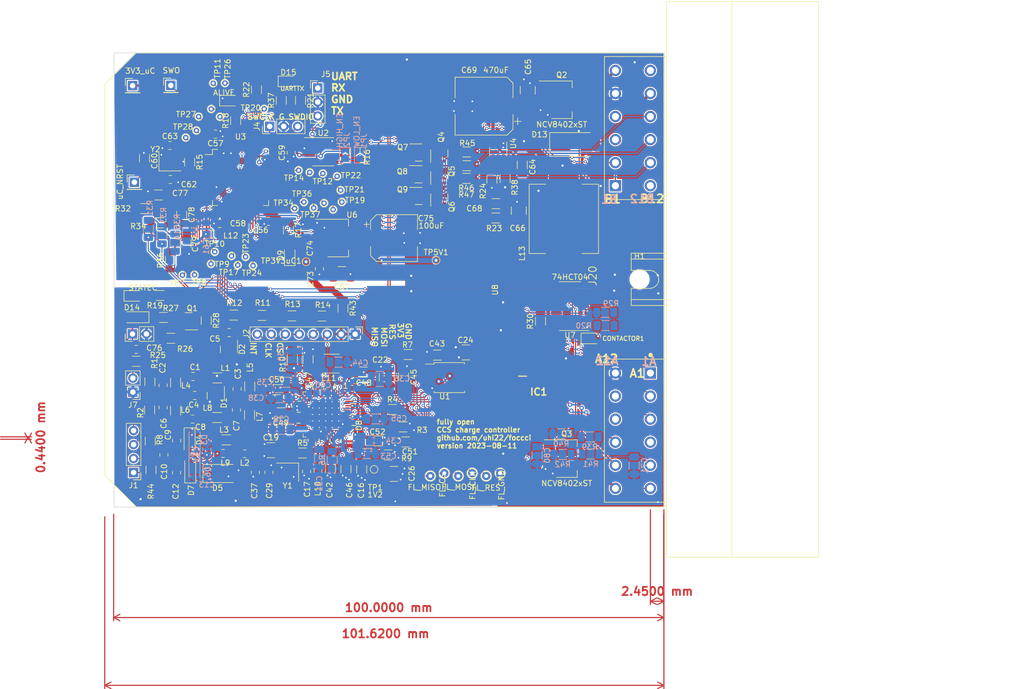
<source format=kicad_pcb>
(kicad_pcb (version 20221018) (generator pcbnew)
  (layers (0 "F.Cu" signal) (31 "B.Cu" signal) (34 "B.Paste" user) (35 "F.Paste" user) (36 "B.SilkS" user "B.Silkscreen") (37 "F.SilkS" user "F.Silkscreen") (38 "B.Mask" user) (39 "F.Mask" user) (44 "Edge.Cuts" user))
  (net 0 "")
  (net 1 "TXOUT_P")
  (net 2 "TXOUT_N")
  (net 3 "TX_N")
  (net 4 "TX_P")
  (net 5 "+1V2_C")
  (net 6 "Net-(C8-Pad1)")
  (net 7 "RESET#")
  (net 8 "+3V3_A")
  (net 9 "RXIN_N")
  (net 10 "RXIN_P")
  (net 11 "SERIAL_IO_4_MOSI")
  (net 12 "SERIAL_IO_3_MISO")
  (net 13 "SERIAL_IO_2_CS")
  (net 14 "SERIAL_IO_1_CLK")
  (net 15 "SERIAL_IO_0_INT")
  (net 16 "SPI_DI")
  (net 17 "RX_N")
  (net 18 "GPIO_1")
  (net 19 "GPIO_2")
  (net 20 "SPI_CS_L")
  (net 21 "SPI_DO")
  (net 22 "SPI_CLK")
  (net 23 "RX_P")
  (net 24 "3V3_D")
  (net 25 "5V")
  (net 26 "3V3_uC")
  (net 27 "12V")
  (net 28 "12V_P")
  (net 29 "Net-(C1-Pad1)")
  (net 30 "Net-(C1-Pad2)")
  (net 31 "Net-(D1-A)")
  (net 32 "Net-(C6-Pad2)")
  (net 33 "Net-(D4-K)")
  (net 34 "Net-(D8-XTAL_IN)")
  (net 35 "Net-(C29-Pad2)")
  (net 36 "Net-(D8-RSVD03)")
  (net 37 "Net-(D8-RSVD02)")
  (net 42 "Net-(D8-XTAL_OUT)")
  (net 44 "Net-(D8-RBIAS)")
  (net 49 "uC_NRST")
  (net 50 "/controller/OCS_IN")
  (net 51 "Net-(C63-Pad2)")
  (net 52 "Net-(U4-SW)")
  (net 53 "Net-(U4-BOOT)")
  (net 54 "Net-(U4-FB)")
  (net 55 "CP")
  (net 56 "Net-(C76-Pad2)")
  (net 57 "ADC123_IN10")
  (net 58 "ADC123_IN11")
  (net 59 "ADC123_IN12")
  (net 60 "Net-(D9-A)")
  (net 61 "Net-(D10-A)")
  (net 62 "Net-(D11-A)")
  (net 63 "Net-(D14-K)")
  (net 64 "SWCLK")
  (net 65 "SWDIO")
  (net 66 "Net-(J5-Pin_1)")
  (net 67 "Net-(J5-Pin_3)")
  (net 68 "MODEM_RF")
  (net 69 "CONTACTOR2_LS")
  (net 70 "CONTACTOR1_LS")
  (net 71 "IN_U_HV")
  (net 72 "Net-(Q1-B)")
  (net 73 "Net-(Q1-C)")
  (net 74 "Net-(Q2-G)")
  (net 75 "Net-(Q3-G)")
  (net 76 "SPI1_NSS")
  (net 77 "SPI1_CLK")
  (net 78 "SPI1_MISO")
  (net 79 "SPI1_MOSI")
  (net 80 "/controller/OSC_OUT")
  (net 81 "LED_ALIVE")
  (net 82 "CONTACTOR_CONTROL1")
  (net 83 "UART4_TX")
  (net 84 "UART4_RX")
  (net 85 "STATE_C_CONTROL")
  (net 86 "CONTACTOR_CONTROL2")
  (net 87 "Net-(U3-PA0)")
  (net 88 "Net-(U3-PA1)")
  (net 89 "Net-(U3-PA2)")
  (net 90 "Net-(U3-PA3)")
  (net 91 "Net-(U3-PD2)")
  (net 92 "Net-(U3-PA8)")
  (net 93 "Net-(U3-PA9)")
  (net 94 "Net-(U3-PA10)")
  (net 95 "Net-(U3-PC4)")
  (net 96 "Net-(U3-PC5)")
  (net 97 "Net-(U3-PC6)")
  (net 98 "Net-(U3-PC7)")
  (net 99 "Net-(U3-PA15)")
  (net 100 "Net-(U3-PC8)")
  (net 101 "Net-(U3-PC9)")
  (net 102 "Net-(U3-PB0)")
  (net 103 "Net-(U3-PB1)")
  (net 104 "Net-(U3-PC12)")
  (net 105 "Net-(U3-PC13)")
  (net 106 "Net-(U3-PC14)")
  (net 107 "Net-(U3-PC15)")
  (net 108 "Net-(U3-PB8)")
  (net 109 "Net-(U3-PB9)")
  (net 110 "Net-(U3-PB12)")
  (net 111 "SWO")
  (net 112 "Net-(U3-PB13)")
  (net 113 "Net-(U3-PB14)")
  (net 114 "Net-(U3-PB15)")
  (net 115 "CAN_TX")
  (net 116 "CAN_RX")
  (net 118 "CANL")
  (net 119 "CANH")
  (net 120 "CONN_LOCK_MOT2")
  (net 121 "Net-(D15-K)")
  (net 122 "ADC_U_HVDC")
  (net 123 "Net-(R39-Pad1)")
  (net 124 "Net-(D12-A)")
  (net 126 "Net-(U7-Pad4)")
  (net 127 "Net-(U7-Pad10)")
  (net 129 "LED_BLUE")
  (net 130 "LED_GREEN")
  (net 131 "LED_RED")
  (net 132 "TEMP1")
  (net 133 "TEMP2")
  (net 134 "TEMP3")
  (net 135 "PP")
  (net 137 "GND")
  (net 142 "AVDD")
  (net 143 "BIASREF")
  (net 144 "Net-(C10-Pad1)")
  (net 145 "Net-(C10-Pad2)")
  (net 147 "Net-(#FLG07-pwr)")
  (net 148 "Net-(#FLG04-pwr)")
  (net 149 "Net-(Q4-B)")
  (net 150 "Net-(Q4-C)")
  (net 151 "Net-(Q5-B)")
  (net 152 "Net-(Q5-C)")
  (net 153 "Net-(Q6-B)")
  (net 154 "Net-(Q6-C)")
  (net 155 "LED_CTL_RED")
  (net 156 "LED_CTL_GREEN")
  (net 157 "LED_CTL_BLUE")
  (net 158 "CAN_EN")
  (net 166 "CONN_LOCK_MOT1")
  (footprint "Resistor_SMD:R_1206_3216Metric_Pad1.30x1.75mm_HandSolder" (layer "F.Cu") (at 125.11 78.34 90)
    (fp_text reference "R38")
    (fp_text value "22k")
  )
  (footprint "Connector_PinHeader_2.54mm:PinHeader_1x01_P2.54mm_Vertical" (layer "F.Cu") (at 64.35 61.37)
    (fp_text reference "J18")
    (fp_text value "SWO")
  )
  (footprint "Connector_PinHeader_2.54mm:PinHeader_1x04_P2.54mm_Vertical" (layer "F.Cu") (at 57.58 131.7275 180)
    (fp_text reference "J1")
    (fp_text value "Conn_01x04_Pin")
  )
  (footprint "LED_SMD:LED_0805_2012Metric_Pad1.15x1.40mm_HandSolder" (layer "F.Cu") (at 75.08 64.14)
    (fp_text reference "D10" hide)
    (fp_text value "ALIVE")
  )
  (footprint "Package_TO_SOT_SMD:SOT-23" (layer "F.Cu") (at 74.91 109.325 -90)
    (fp_text reference "D2")
    (fp_text value "BAV99")
  )
  (footprint "DTM1312PA12PBR008:TE_DTM1312PA12PBR008" (layer "F.Cu") (at 149.54 96.625 90)
    (fp_text reference "J20")
    (fp_text value "DTM1312PA12PBR008")
  )
  (footprint "TestPoint:TestPoint_THTPad_D1.5mm_Drill0.7mm" (layer "F.Cu") (at 111.51 132.36)
    (fp_text reference "TP5" hide)
    (fp_text value "FL_MISO")
  )
  (footprint "Resistor_SMD:R_1206_3216Metric_Pad1.30x1.75mm_HandSolder" (layer "F.Cu") (at 70.78 104.11 -90)
    (fp_text reference "R28")
    (fp_text value "10k")
  )
  (footprint "Capacitor_SMD:C_1206_3216Metric_Pad1.33x1.80mm_HandSolder" (layer "F.Cu") (at 67.11 90.11 90)
    (fp_text reference "C79")
    (fp_text value "100nF")
  )
  (footprint "Resistor_SMD:R_1206_3216Metric_Pad1.30x1.75mm_HandSolder" (layer "F.Cu") (at 88.2795 128.1735)
    (fp_text reference "R5")
    (fp_text value "33")
  )
  (footprint "Capacitor_SMD:C_1206_3216Metric_Pad1.33x1.80mm_HandSolder" (layer "F.Cu") (at 84.3295 120.8735 180)
    (fp_text reference "C49")
    (fp_text value "100nF")
  )
  (footprint "Resistor_SMD:R_1206_3216Metric_Pad1.30x1.75mm_HandSolder" (layer "F.Cu") (at 60.5 120.3475 -90)
    (fp_text reference "R2")
    (fp_text value "22")
  )
  (footprint "Package_TO_SOT_SMD:SOT-23" (layer "F.Cu") (at 67.5725 104.24 180)
    (fp_text reference "Q1")
    (fp_text value "BC846")
  )
  (footprint "TestPoint:TestPoint_THTPad_D1.5mm_Drill0.7mm" (layer "F.Cu") (at 114.05 131.852)
    (fp_text reference "TP4" hide)
    (fp_text value "FL_CS")
  )
  (footprint "Package_TO_SOT_SMD:SOT-23" (layer "F.Cu") (at 113.14 81.7075 90)
    (fp_text reference "Q6")
    (fp_text value "DTA143Z")
  )
  (footprint "Resistor_SMD:R_1206_3216Metric_Pad1.30x1.75mm_HandSolder" (layer "F.Cu") (at 84.42 64.11 90)
    (fp_text reference "R37")
    (fp_text value "1k")
  )
  (footprint "TestPoint:TestPoint_THTPad_D1.0mm_Drill0.5mm" (layer "F.Cu") (at 74.18 60.95)
    (fp_text reference "TP26")
    (fp_text value "~")
  )
  (footprint "TestPoint:TestPoint_THTPad_D1.0mm_Drill0.5mm" (layer "F.Cu") (at 88.54 82.57)
    (fp_text reference "TP36")
    (fp_text value "~")
  )
  (footprint "TestPoint:TestPoint_THTPad_D1.0mm_Drill0.5mm" (layer "F.Cu") (at 87.57 76.8)
    (fp_text reference "TP14")
    (fp_text value "~")
  )
  (footprint "TestPoint:TestPoint_THTPad_D1.0mm_Drill0.5mm" (layer "F.Cu") (at 91.98 77.38)
    (fp_text reference "TP12")
    (fp_text value "~")
  )
  (footprint "TestPoint:TestPoint_THTPad_D1.0mm_Drill0.5mm" (layer "F.Cu") (at 79.29 94.13)
    (fp_text reference "TP24")
    (fp_text value "~")
  )
  (footprint "Package_TO_SOT_SMD:SOT-223-3_TabPin2" (layer "F.Cu") (at 94.73 89.11)
    (fp_text reference "U6")
    (fp_text value "AMS1117-3.3")
  )
  (footprint "Connector_PinHeader_2.54mm:PinHeader_1x01_P2.54mm_Vertical" (layer "F.Cu") (at 57.73 78.97)
    (fp_text reference "J16")
    (fp_text value "uC_NRST")
  )
  (footprint "Capacitor_SMD:C_0805_2012Metric_Pad1.18x1.45mm_HandSolder" (layer "F.Cu") (at 82.1795 131.7235 -90)
    (fp_text reference "C29")
    (fp_text value "6.8pF")
  )
  (footprint "Resistor_SMD:R_1206_3216Metric_Pad1.30x1.75mm_HandSolder" (layer "F.Cu") (at 63.01 103.54 180)
    (fp_text reference "R27")
    (fp_text value "1k2")
  )
  (footprint "Resistor_SMD:R_1206_3216Metric_Pad1.30x1.75mm_HandSolder" (layer "F.Cu") (at 75.7895 103.1135)
    (fp_text reference "R12")
    (fp_text value "220")
  )
  (footprint "Capacitor_SMD:C_0805_2012Metric_Pad1.18x1.45mm_HandSolder" (layer "F.Cu") (at 58.07 109.35)
    (fp_text reference "C76")
    (fp_text value "1nF")
  )
  (footprint "Capacitor_SMD:C_0805_2012Metric_Pad1.18x1.45mm_HandSolder" (layer "F.Cu") (at 68.7 117.7275)
    (fp_text reference "C4")
    (fp_text value "1.5nF")
  )
  (footprint "KiCad:SOP65P640X120-17N" (layer "F.Cu") (at 131.215 117.07)
    (fp_text reference "IC1")
    (fp_text value "DRV8874QPWPRQ1" hide)
  )
  (footprint "Capacitor_SMD:C_1206_3216Metric_Pad1.33x1.80mm_HandSolder" (layer "F.Cu") (at 99.04 131.1375 90)
    (fp_text reference "C16")
    (fp_text value "100nF")
  )
  (footprint "Resistor_SMD:R_1206_3216Metric_Pad1.30x1.75mm_HandSolder" (layer "F.Cu") (at 123.415 85.47 180)
    (fp_text reference "R23")
    (fp_text value "100k")
  )
  (footprint "Resistor_SMD:R_1206_3216Metric_Pad1.30x1.75mm_HandSolder" (layer "F.Cu") (at 118.14 73.47 180)
    (fp_text reference "R45")
    (fp_text value "220")
  )
  (footprint "Package_SO:SOIC-8_3.9x4.9mm_P1.27mm" (layer "F.Cu") (at 92.06 73.43)
    (fp_text reference "U2")
    (fp_text value "SN65HVD234")
  )
  (footprint "Capacitor_SMD:C_1206_3216Metric_Pad1.33x1.80mm_HandSolder" (layer "F.Cu") (at 62.1 81.29)
    (fp_text reference "C77")
    (fp_text value "100nF")
  )
  (footprint "Resistor_SMD:R_1206_3216Metric_Pad1.30x1.75mm_HandSolder" (layer "F.Cu") (at 86.4395 110.9735 -90)
    (fp_text reference "R10")
    (fp_text value "10k")
  )
  (footprint "TestPoint:TestPoint_THTPad_D1.0mm_Drill0.5mm" (layer "F.Cu") (at 94.57 77.89)
    (fp_text reference "TP22")
    (fp_text value "~")
  )
  (footprint "TestPoint:TestPoint_THTPad_D1.0mm_Drill0.5mm" (layer "F.Cu") (at 92.2 82.78)
    (fp_text reference "TP38" hide)
    (fp_text value "~")
  )
  (footprint "Inductor_SMD:L_1206_3216Metric_Pad1.22x1.90mm_HandSolder" (layer "F.Cu") (at 72.8 114.5375)
    (fp_text reference "L1")
    (fp_text value "270nH")
  )
  (footprint "Diode_SMD:D_SOD-123" (layer "F.Cu") (at 67.76 125.9675 -90)
    (fp_text reference "D4")
    (fp_text value "B5819W")
  )
  (footprint "Connector_PinHeader_2.54mm:PinHeader_1x02_P2.54mm_Vertical" (layer "F.Cu") (at 57.45 117.1125 180)
    (fp_text reference "J7")
    (fp_text value "RF")
  )
  (footprint "Resistor_SMD:R_1206_3216Metric_Pad1.30x1.75mm_HandSolder" (layer "F.Cu") (at 59.58 83.76)
    (fp_text reference "R32")
    (fp_text value "47k")
  )
  (footprint "TestPoint:TestPoint_THTPad_D1.0mm_Drill0.5mm" (layer "F.Cu") (at 72.05 60.98)
    (fp_text reference "TP11")
    (fp_text value "~")
  )
  (footprint "TestPoint:TestPoint_THTPad_D1.0mm_Drill0.5mm" (layer "F.Cu") (at 112.55 93.15)
    (fp_text reference "TP5V1")
    (fp_text value "TP5V")
  )
  (footprint "Package_TO_SOT_SMD:SOT-23" (layer "F.Cu") (at 72.52 117.775 -90)
    (fp_text reference "D1")
    (fp_text value "BAV99")
  )
  (footprint "Capacitor_SMD:C_0805_2012Metric_Pad1.18x1.45mm_HandSolder" (layer "F.Cu") (at 88.71 87.99 -90)
    (fp_text reference "C74")
    (fp_text value "100nF")
  )
  (footprint "Capacitor_SMD:C_0805_2012Metric_Pad1.18x1.45mm_HandSolder" (layer "F.Cu") (at 64.25 78.48 180)
    (fp_text reference "C62")
    (fp_text value "22p")
  )
  (footprint "Resistor_SMD:R_1206_3216Metric_Pad1.30x1.75mm_HandSolder" (layer "F.Cu") (at 106.58 123.4375)
    (fp_text reference "R3")
    (fp_text value "3.3K")
  )
  (footprint "LED_SMD:LED_0805_2012Metric_Pad1.15x1.40mm_HandSolder" (layer "F.Cu") (at 85.72 60.65)
    (fp_text reference "D15")
    (fp_text value "UARTTX")
  )
  (footprint "Diode_SMD:D_SOD-123" (layer "F.Cu") (at 67.88 131.265 90)
    (fp_text reference "D7")
    (fp_text value "B5819W")
  )
  (footprint "Resistor_SMD:R_1206_3216Metric_Pad1.30x1.75mm_HandSolder" (layer "F.Cu") (at 60.61 126.0175 -90)
    (fp_text reference "R8")
    (fp_text value "100")
  )
  (footprint "Connector_PinHeader_2.54mm:PinHeader_1x02_P2.54mm_Vertical" (layer "F.Cu") (at 57.38 106.55 90)
    (fp_text reference "J10" hide)
    (fp_text value "CP/PE")
  )
  (footprint "Package_TO_SOT_SMD:SOT-23" (layer "F.Cu") (at 109.4025 81.47)
    (fp_text reference "Q9")
    (fp_text value "DTC114E")
  )
  (footprint "TestPoint:TestPoint_THTPad_D1.0mm_Drill0.5mm" (layer "F.Cu") (at 72.33 91.62)
    (fp_text reference "TP10")
    (fp_text value "~")
  )
  (footprint "Connector_PinHeader_2.54mm:PinHeader_1x01_P2.54mm_Vertical" (layer "F.Cu") (at 57.4 61.41)
    (fp_text reference "J17")
    (fp_text value "3V3_uC")
  )
  (footprint "Capacitor_SMD:CP_Elec_10x10" (layer "F.Cu") (at 121.2725 65.145 180)
    (fp_text reference "C69")
    (fp_text value "470uF")
  )
  (footprint "Capacitor_SMD:C_0805_2012Metric_Pad1.18x1.45mm_HandSolder" (layer "F.Cu") (at 82.07 86.08)
    (fp_text reference "C56")
    (fp_text value "100nF")
  )
  (footprint "TestPoint:TestPoint_THTPad_D1.0mm_Drill0.5mm" (layer "F.Cu") (at 71.7 65.66)
    (fp_text reference "TP30" hide)
    (fp_text value "~")
  )
  (footprint "Connector_PinHeader_2.54mm:PinHeader_1x03_P2.54mm_Vertical" (layer "F.Cu") (at 91.05 61.85)
    (fp_text reference "J5")
    (fp_text value "UART")
  )
  (footprint "Capacitor_SMD:C_1206_3216Metric_Pad1.33x1.80mm_HandSolder" (layer "F.Cu") (at 128.22 75.81 -90)
    (fp_text reference "C64")
    (fp_text value "100nF")
  )
  (footprint "Package_TO_SOT_SMD:SOT-23" (layer "F.Cu") (at 113.14 77.7075 90)
    (fp_text reference "Q5")
    (fp_text value "DTA143Z")
  )
  (footprint "Package_TO_SOT_SMD:SOT-23" (layer "F.Cu") (at 109.3775 77.52)
    (fp_text reference "Q8")
    (fp_text value "DTC114E")
  )
  (footprint "LED_SMD:LED_0805_2012Metric_Pad1.15x1.40mm_HandSolder" (layer "F.Cu") (at 57.7 99.63)
    (fp_text reference "D11" hide)
    (fp_text value "STATEC")
  )
  (footprint "Inductor_SMD:L_1206_3216Metric_Pad1.22x1.90mm_HandSolder" (layer "F.Cu") (at 78.65 121.2575 90)
    (fp_text reference "L7")
    (fp_text value "1.8uH")
  )
  (footprint "Capacitor_SMD:C_1206_3216Metric_Pad1.33x1.80mm_HandSolder" (layer "F.Cu") (at 102.0295 125.9735 180)
    (fp_text reference "C52")
    (fp_text value "100nF")
  )
  (footprint "Package_SO:SO-14_3.9x8.65mm_P1.27mm" (layer "F.Cu") (at 136.895 101.49 180)
    (fp_text reference "U7")
    (fp_text value "74HCT04")
  )
  (footprint "Resistor_SMD:R_1206_3216Metric_Pad1.30x1.75mm_HandSolder" (layer "F.Cu") (at 85.71 87.68 -90)
    (fp_text reference "R17")
    (fp_text value "1k")
  )
  (footprint "Capacitor_SMD:CP_Elec_8x10" (layer "F.Cu") (at 104.92 89.13)
    (fp_text reference "C75")
    (fp_text value "100uF")
  )
  (footprint "Resistor_SMD:R_1206_3216Metric_Pad1.30x1.75mm_HandSolder" (layer "F.Cu") (at 60.74 131.2575 -90)
    (fp_text reference "R44")
    (fp_text value "100")
  )
  (footprint "Capacitor_SMD:C_1210_3225Metric_Pad1.33x2.70mm_HandSolder" (layer "F.Cu") (at 117.96 109.9)
    (fp_text reference "C24")
    (fp_text value "10uF 10V")
  )
  (footprint "Capacitor_SMD:C_1210_3225Metric_Pad1.33x2.70mm_HandSolder" (layer "F.Cu") (at 95.44 95.67 180)
    (fp_text reference "C67")
    (fp_text value "22uF")
  )
  (footprint "Capacitor_SMD:C_0805_2012Metric_Pad1.18x1.45mm_HandSolder" (layer "F.Cu") (at 79.71 131.7075 90)
    (fp_text reference "C37")
    (fp_text value "100nF")
  )
  (footprint "Capacitor_SMD:C_0805_2012Metric_Pad1.18x1.45mm_HandSolder" (layer "F.Cu") (at 62.95 115.8875 -90)
    (fp_text reference "C2")
    (fp_text value "220pF")
  )
  (footprint "Package_TO_SOT_SMD:SOT-223" (layer "F.Cu") (at 135.39 63.98)
    (fp_text reference "Q2")
    (fp_text value "NCV8402xST")
  )
  (footprint "Capacitor_SMD:C_1206_3216Metric_Pad1.33x1.80mm_HandSolder" (layer "F.Cu") (at 83.5795 116.6735)
    (fp_text reference "C50")
    (fp_text value "100nF")
  )
  (footprint "MountingHole:MountingHole_3.2mm_M3" (layer "F.Cu") (at 149.54 96.625)
    (fp_text reference "H1")
    (fp_text value "MountingHole")
  )
  (footprint "Resistor_SMD:R_1206_3216Metric_Pad1.30x1.75mm_HandSolder" (layer "F.Cu") (at 86.3695 103.2535)
    (fp_text reference "R13")
    (fp_text value "220")
  )
  (footprint "Capacitor_SMD:C_1206_3216Metric_Pad1.33x1.80mm_HandSolder" (layer "F.Cu") (at 112.78 110.39 180)
    (fp_text reference "C43")
    (fp_text value "100nF")
  )
  (footprint "TestPoint:TestPoint_THTPad_D1.0mm_Drill0.5mm" (layer "F.Cu") (at 68.65 95.8)
    (fp_text reference "TP8")
    (fp_text value "~")
  )
  (footprint "Resistor_SMD:R_1206_3216Metric_Pad1.30x1.75mm_HandSolder" (layer "F.Cu") (at 103.8295 128.5235)
    (fp_text reference "R9")
    (fp_text value "2.5k")
  )
  (footprint "Resistor_SMD:R_1206_3216Metric_Pad1.30x1.75mm_HandSolder" (layer "F.Cu") (at 118.14 75.97 180)
    (fp_text reference "R46")
    (fp_text value "220")
  )
  (footprint "Resistor_SMD:R_1206_3216Metric_Pad1.30x1.75mm_HandSolder" (layer "F.Cu") (at 62.29 86.34)
    (fp_text reference "R34")
    (fp_text value "47k")
  )
  (footprint "Resistor_SMD:R_1206_3216Metric_Pad1.30x1.75mm_HandSolder" (layer "F.Cu") (at 97.83 73.46 90)
    (fp_text reference "R16")
    (fp_text value "1k")
  )
  (footprint "TestPoint:TestPoint_THTPad_D1.0mm_Drill0.5mm" (layer "F.Cu") (at 88.93 93.42)
    (fp_text reference "TP3V3uC1")
    (fp_text value "TP3V3uC")
  )
  (footprint "Capacitor_SMD:C_0805_2012Metric_Pad1.18x1.45mm_HandSolder" (layer "F.Cu") (at 74.93 106.2975 180)
    (fp_text reference "C5")
    (fp_text value "1.5nF")
  )
  (footprint "Capacitor_SMD:C_1206_3216Metric_Pad1.33x1.80mm_HandSolder" (layer "F.Cu") (at 123.44 82.87)
    (fp_text reference "C68")
    (fp_text value "68pF")
  )
  (footprint "Package_TO_SOT_SMD:SOT-23-6" (layer "F.Cu") (at 123.8475 73.43 -90)
    (fp_text reference "U4")
    (fp_text value "TPS54302")
  )
  (footprint "Package_TO_SOT_SMD:SOT-23" (layer "F.Cu") (at 109.4025 73.57)
    (fp_text reference "Q7")
    (fp_text value "DTC114E")
  )
  (footprint "Resistor_SMD:R_1206_3216Metric_Pad1.30x1.75mm_HandSolder" (layer "F.Cu") (at 62.4 99.55 180)
    (fp_text reference "R19")
    (fp_text value "1k")
  )
  (footprint "Resistor_SMD:R_1206_3216Metric_Pad1.30x1.75mm_HandSolder" (layer "F.Cu") (at 58.07 111.51 180)
    (fp_text reference "R25")
    (fp_text value "180")
  )
  (footprint "Inductor_SMD:L_0805_2012Metric_Pad1.15x1.40mm_HandSolder" (layer "F.Cu") (at 73.84 128.2675)
    (fp_text reference "L9")
    (fp_text value "Bead 600")
  )
  (footprint "Inductor_SMD:L_0805_2012Metric_Pad1.15x1.40mm_HandSolder" (layer "F.Cu") (at 72.04 88.42)
    (fp_text reference "L12")
    (fp_text value "Bead 600")
  )
  (footprint "TestPoint:TestPoint_THTPad_D1.0mm_Drill0.5mm" (layer "F.Cu") (at 81.32 65.64)
    (fp_text reference "TP20")
    (fp_text value "~")
  )
  (footprint "Capacitor_SMD:C_1206_3216Metric_Pad1.33x1.80mm_HandSolder" (layer "F.Cu") (at 89.2895 111.1535 90)
    (fp_text reference "C47")
    (fp_text value "100nF")
  )
  (footprint "Inductor_SMD:L_1206_3216Metric_Pad1.22x1.90mm_HandSolder" (layer "F.Cu") (at 65.22 120.47 -90)
    (fp_text reference "L6")
    (fp_text value "1.8uH")
  )
  (footprint "TestPoint:TestPoint_THTPad_D1.0mm_Drill0.5mm" (layer "F.Cu") (at 75.38 92.37)
    (fp_text reference "TP16" hide)
    (fp_text value "~")
  )
  (footprint "Resistor_SMD:R_1206_3216Metric_Pad1.30x1.75mm_HandSolder" (layer "F.Cu") (at 80.9195 103.1635)
    (fp_text reference "R11")
    (fp_text value "220")
  )
  (footprint "Capacitor_SMD:C_1206_3216Metric_Pad1.33x1.80mm_HandSolder" (layer "F.Cu") (at 59.56 74.598 -90)
    (fp_text reference "C60")
    (fp_text value "100nF")
  )
  (footprint "LED_SMD:LED_0805_2012Metric_Pad1.15x1.40mm_HandSolder" (layer "F.Cu") (at 140.7725 107.36)
    (fp_text reference "D12")
    (fp_text value "CONTACTOR1")
  )
  (footprint "Capacitor_SMD:C_1206_3216Metric_Pad1.33x1.80mm_HandSolder" (layer "F.Cu") (at 99.3695 113.4735)
    (fp_text reference "C48")
    (fp_text value "100nF")
  )
  (footprint "TestPoint:TestPoint_THTPad_D1.5mm_Drill0.7mm" (layer "F.Cu") (at 121.67 132.36)
    (fp_text reference "TP40" hide)
    (fp_text value "FL_RES")
  )
  (footprint "Resistor_SMD:R_1206_3216Metric_Pad1.30x1.75mm_HandSolder" (layer "F.Cu") (at 64.26 93.16 90)
    (fp_text reference "R36")
    (fp_text value "47k")
  )
  (footprint "Capacitor_SMD:C_0805_2012Metric_Pad1.18x1.45mm_HandSolder" (layer "F.Cu") (at 68.31 122.0175 180)
    (fp_text reference "C8")
    (fp_text value "1.5nF")
  )
  (footprint "Resistor_SMD:R_1206_3216Metric_Pad1.30x1.75mm_HandSolder" (layer "F.Cu") (at 107.46 110.29 180)
    (fp_text reference "R7")
    (fp_text value "10k")
  )
  (footprint "Resistor_SMD:R_1206_3216Metric_Pad1.30x1.75mm_HandSolder" (layer "F.Cu") (at 118.09 78.27 180)
    (fp_text reference "R47")
    (fp_text value "220")
  )
  (footprint "Capacitor_SMD:C_0805_2012Metric_Pad1.18x1.45mm_HandSolder" (layer "F.Cu") (at 73.23 86.47)
    (fp_text reference "C58")
    (fp_text value "100nF")
  )
  (footprint "Capacitor_SMD:C_0805_2012Metric_Pad1.18x1.45mm_HandSolder" (layer "F.Cu") (at 62.95 119.9175 -90)
    (fp_text reference "C6")
    (fp_text value "220pF")
  )
  (footprint "Connector_PinHeader_2.54mm:PinHeader_1x08_P2.54mm_Vertical" (layer "F.Cu") (at 97.8495 106.5835 -90)
    (fp_text reference "J2")
    (fp_text value "Conn_01x08_Pin" hide)
  )
  (footprint "Capacitor_SMD:C_0805_2012Metric_Pad1.18x1.45mm_HandSolder" (layer "F.Cu") (at 91.36 94.69 90)
    (fp_text reference "C73")
    (fp_text value "100nF")
  )
  (footprint "Resistor_SMD:R_1206_3216Metric_Pad1.30x1.75mm_HandSolder" (layer "F.Cu") (at 122.7 78.44 90)
    (fp_text reference "R24")
    (fp_text value "33k")
  )
  (footprint "Diode_SMD:D_SMA" (layer "F.Cu") (at 73.7125 131.9075)
    (fp_text reference "D5")
    (fp_text value "3V9")
  )
  (footprint "Capacitor_SMD:C_1210_3225Metric_Pad1.33x2.70mm_HandSolder" (layer "F.Cu") (at 82.5295 127.6735)
    (fp_text reference "C19")
    (fp_text value "10uF 10V")
  )
  (footprint "Capacitor_SMD:C_0805_2012Metric_Pad1.18x1.45mm_HandSolder" (layer "F.Cu") (at 63.09 128.5175 -90)
    (fp_text reference "C10")
    (fp_text value "220pF")
  )
  (footprint "Inductor_SMD:L_0805_2012Metric_Pad1.15x1.40mm_HandSolder" (layer "F.Cu") (at 77.78 128.3175 180)
    (fp_text reference "L2")
    (fp_text value "Bead 600")
  )
  (footprint "Capacitor_SMD:C_0805_2012Metric_Pad1.18x1.45mm_HandSolder" (layer "F.Cu") (at 65.38 131.7675 90)
    (fp_text reference "C12")
    (fp_text value "100nF")
  )
  (footprint "TestPoint:TestPoint_THTPad_D1.0mm_Drill0.5mm" (layer "F.Cu") (at 95.21 80.41)
    (fp_text reference "TP21")
    (fp_text value "~")
  )
  (footprint "Capacitor_SMD:C_0805_2012Metric_Pad1.18x1.45mm_HandSolder" (layer "F.Cu") (at 65.41 125.9475 -90)
    (fp_text reference "C9")
    (fp_text value "100nF")
  )
  (footprint "Diode_SMD:D_SOD-123" (layer "F.Cu") (at 58.01 103.51 180)
    (fp_text reference "D14")
    (fp_text value "1N4148W")
  )
  (footprint "Inductor_SMD:L_1812_4532Metric_Pad1.30x3.40mm_HandSolder" (layer "F.Cu") (at 93.5795 111.9335)
    (fp_text reference "L11")
    (fp_text value "4.7uH")
  )
  (footprint "Inductor_SMD:L_Wuerth_WE-PD-Typ-LS_Handsoldering" (layer "F.Cu") (at 135.78 85.63 -90)
    (fp_text reference "L13")
    (fp_text value "10uH")
  )
  (footprint "Inductor_SMD:L_0805_2012Metric_Pad1.15x1.40mm_HandSolder" (layer "F.Cu") (at 91.0895 131.4535 -90)
    (fp_text reference "L10")
    (fp_text value "Bead 600")
  )
  (footprint "TestPoint:TestPoint_THTPad_D1.0mm_Drill0.5mm" (layer "F.Cu") (at 66.46 95.85)
    (fp_text reference "TP7")
    (fp_text value "~")
  )
  (footprint "TestPoint:TestPoint_Pad_D1.0mm" (layer "F.Cu") (at 101.29 131.1575)
    (fp_text reference "TP1")
    (fp_text value "1V2")
  )
  (footprint "TestPoint:TestPoint_THTPad_D1.5mm_Drill0.7mm" (layer "F.Cu") (at 116.59 132.36)
    (fp_text reference "TP2" hide)
    (fp_text value "FL_MOSI")
  )
  (footprint "TestPoint:TestPoint_THTPad_D1.0mm_Drill0.5mm" (layer "F.Cu") (at 89.59 77.18)
    (fp_text reference "TP13" hide)
    (fp_text value "~")
  )
  (footprint "Resistor_SMD:R_1206_3216Metric_Pad1.30x1.75mm_HandSolder" (layer "F.Cu") (at 104.6295 120.2735)
    (fp_text reference "R4")
    (fp_text value "3.3K")
  )
  (footprint "Connector_PinHeader_2.54mm:PinHeader_1x03_P2.54mm_Vertical" (layer "F.Cu") (at 82.32 68.82 90)
    (fp_text reference "J4")
    (fp_text value "DEBUG")
  )
  (footprint "Capacitor_SMD:C_0805_2012Metric_Pad1.18x1.45mm_HandSolder" (layer "F.Cu") (at 86.22 73.61 90)
    (fp_text reference "C59")
    (fp_text value "100nF")
  )
  (footprint "Capacitor_SMD:C_1206_3216Metric_Pad1.33x1.80mm_HandSolder" (layer "F.Cu") (at 93.37 131.0475 -90)
    (fp_text reference "C42")
    (fp_text value "100nF")
  )
  (footprint "Inductor_SMD:L_1206_3216Metric_Pad1.22x1.90mm_HandSolder" (layer "F.Cu") (at 72.75 121.7375)
    (fp_text reference "L8")
    (fp_text value "270nH")
  )
  (footprint "Diode_SMD:D_SMB_Handsoldering" (layer "F.Cu") (at 137.92 72.11)
    (fp_text reference "D13")
    (fp_text value "SS54B-HF")
  )
  (footprint "Capacitor_SMD:C_0805_2012Metric_Pad1.18x1.45mm_HandSolder" (layer "F.Cu") (at 76.4 116.5375 -90)
    (fp_text reference "C3")
    (fp_text value "220pF")
  )
  (footprint "TestPoint:TestPoint_THTPad_D1.0mm_Drill0.5mm" (layer "F.Cu") (at 69 69.57)
    (fp_text reference "TP28")
    (fp_text value "~")
  )
  (footprint "Package_DFN_QFN:QFN-68-1EP_8x8mm_P0.4mm_EP5.2x5.2mm_ThermalVias" (layer "F.Cu") (at 92.5 121.175 -90)
    (fp_text reference "D8")
    (fp_text value "QCA 7000")
  )
  (footprint "Capacitor_SMD:C_0805_2012Metric_Pad1.18x1.45mm_HandSolder" (layer "F.Cu") (at 89.0295 131.5235 90)
    (fp_text reference "C17")
    (fp_text value "6.8pF")
  )
  (footprint "Capacitor_SMD:C_0805_2012Metric_Pad1.18x1.45mm_HandSolder" (layer "F.Cu") (at 72.46 70.23 180)
    (fp_text reference "C57")
    (fp_text value "100nF")
  )
  (footprint "Capacitor_SMD:C_1206_3216Metric_Pad1.33x1.80mm_HandSolder" (layer "F.Cu") (at 96.18 131.0975 90)
    (fp_text reference "C46")
    (fp_text value "100nF")
  )
  (footprint "TestPoint:TestPoint_THTPad_D1.0mm_Drill0.5mm" (layer "F.Cu") (at 90.31 83.64)
    (fp_text reference "TP37")
    (fp_text value "~")
  )
  (footprint "TestPoint:TestPoint_THTPad_D1.0mm_Drill0.5mm" (layer "F.Cu") (at 95.44 82.57)
    (fp_text reference "TP19")
    (fp_text value "~")
  )
  (footprint "Inductor_SMD:L_1206_3216Metric_Pad1.22x1.90mm_HandSolder" (layer "F.Cu") (at 78.69 116.0975 90)
    (fp_text reference "L5")
    (fp_text value "1.8uH")
  )
  (footprint "Resistor_SMD:R_1206_3216Metric_Pad1.30x1.75mm_HandSolder" (layer "F.Cu") (at 79.9 62.14 90)
    (fp_text reference "R22")
    (fp_text value "220")
  )
  (footprint "Capacitor_SMD:C_0805_2012Metric_Pad1.18x1.45mm_HandSolder" (layer "F.Cu") (at 64.1825 72.29)
    (fp_text reference "C63")
    (fp_text value "22p")
  )
  (footprint "Resistor_SMD:R_1206_3216Metric_Pad1.30x1.75mm_HandSolder" (layer "F.Cu") (at 91.7995 103.2935)
    (fp_text reference "R14")
    (fp_text value "220")
  )
  (footprint "TestPoint:TestPoint_THTPad_D1.5mm_Drill0.7mm" (layer "F.Cu") (at 124.21 131.852)
    (fp_text reference "TP39" hide)
    (fp_text value "FL_GND")
  )
  (footprint "Resistor_SMD:R_1206_3216Metric_Pad1.30x1.75mm_HandSolder" (layer "F.Cu") (at 64.38 107.33 180)
    (fp_text reference "R26")
    (fp_text value "2k7")
  )
  (footprint "TestPoint:TestPoint_THTPad_D1.0mm_Drill0.5mm" (layer "F.Cu") (at 77.93 92.53)
    (fp_text reference "TP23")
    (fp_text value "~")
  )
  (footprint "Capacitor_SMD:C_1210_3225Metric_Pad1.33x2.70mm_HandSolder" (layer "F.Cu") (at 103.59 114.4175 -90)
    (fp_text reference "C22")
    (fp_text value "10uF 10V")
  )
  (footprint "Capacitor_SMD:C_0805_2012Metric_Pad1.18x1.45mm_HandSolder" (layer "F.Cu") (at 68.3725 114.2675 180)
    (fp_text reference "C1")
    (fp_text value "1.5nF")
  )
  (footprint "Capacitor_SMD:C_1206_3216Metric_Pad1.33x1.80mm_HandSolder" (layer "F.Cu") (at 106.65 114.3675 -90)
    (fp_text reference "C45")
    (fp_text value "100nF")
  )
  (footprint "Resistor_SMD:R_1206_3216Metric_Pad1.30x1.75mm_HandSolder" (layer "F.Cu") (at 95.63 101.88 -90)
    (fp_text reference "R43")
    (fp_text value "0")
  )
  (footprint "Capacitor_SMD:C_0805_2012Metric_Pad1.18x1.45mm_HandSolder" (layer "F.Cu") (at 76.27 120.3475 -90)
    (fp_text reference "C7")
    (fp_text value "220pF")
  )
  (footprint "Resistor_SMD:R_1206_3216Metric_Pad1.30x1.75mm_HandSolder" (layer "F.Cu") (at 131.54 104.23 90)
    (fp_text reference "R30")
    (fp_text value "10k")
  )
  (footprint "Package_QFP:LQFP-64_10x10mm_P0.5mm" (layer "F.Cu") (at 77.02 78.1)
    (fp_text reference "U3")
    (fp_text value "STM32F103RETx")
  )
  (footprint "TestPoint:TestPoint_THTPad_D1.0mm_Drill0.5mm" (layer "F.Cu") (at 71.66 93.81)
    (fp_text reference "TP9")
    (fp_text value "~")
  )
  (footprint "TestPoint:TestPoint_THTPad_D1.0mm_Drill0.5mm" (layer "F.Cu") (at 76.51 94.02)
    (fp_text reference "TP17")
    (fp_text value "~")
  )
  (footprint "Crystal:Crystal_SMD_TXC_7M-4Pin_3.2x2.5mm" (layer "F.Cu") (at 85.5795 131.6735 180)
    (fp_text reference "Y1")
    (fp_text value "25MHz")
  )
  (footprint "LED_SMD:LED_0805_2012Metric_Pad1.15x1.40mm_HandSolder" (layer "F.Cu") (at 85.95 92.2675 90)
    (fp_text reference "D9")
    (fp_text value "PWR")
  )
  (footprint "Capacitor_SMD:C_1210_3225Metric_Pad1.33x2.70mm_HandSolder" (layer "F.Cu") (at 127.59 84.145 -90)
    (fp_text reference "C66")
    (fp_text value "22uF")
  )
  (footprint "Crystal:Crystal_SMD_TXC_7M-4Pin_3.2x2.5mm" (layer "F.Cu") (at 64.2 75.26)
    (fp_text reference "Y2")
    (fp_text value "8MHz")
  )
  (footprint "Package_TO_SOT_SMD:SOT-23" (layer "F.Cu") (at 113.14 73.7325 90)
    (fp_text reference "Q4")
    (fp_text value "DTA143Z")
  )
  (footprint "TestPoint:TestPoint_THTPad_D1.0mm_Drill0.5mm" (layer "F.Cu") (at 93.84 83.94)
    (fp_text reference "TP18" hide)
    (fp_text value "~")
  )
  (footprint "TestPoint:TestPoint_THTPad_D1.0mm_Drill0.5mm" (layer "F.Cu") (at 67.06 70.86)
    (fp_text reference "TP29" hide)
    (fp_text value "~")
  )
  (footprint "Package_TO_SOT_SMD:SOT-223" (layer "F.Cu") (at 136.3 129.19)
    (fp_text reference "Q3")
    (fp_text value "NCV8402xST")
  )
  (footprint "Inductor_SMD:L_1206_3216Metric_Pad1.22x1.90mm_HandSolder" (layer "F.Cu") (at 65.22 115.3775 -90)
    (fp_text reference "L4")
    (fp_text value "1.8uH")
  )
  (footprint "TestPoint:TestPoint_THTPad_D1.0mm_Drill0.5mm" (layer "F.Cu") (at 69.4 67.05)
    (fp_text reference "TP27")
    (fp_text value "~")
  )
  (footprint "Capacitor_SMD:C_1206_3216Metric_Pad1.33x1.80mm_HandSolder" (layer "F.Cu") (at 107.0575 126.1775)
    (fp_text reference "C51")
    (fp_text value "100nF")
  )
  (footprint "TestPoint:TestPoint_THTPad_D1.0mm_Drill0.5mm" (layer "F.Cu") (at 86.846 83.742)
    (fp_text reference "TP34")
    (fp_text value "~")
  )
  (footprint "Package_SO:SOP-8_5.28x5.23mm_P1.27mm" (layer "F.Cu") (at 114.96 114.485)
    (fp_text reference "U1")
    (fp_text value "25Q16")
  )
  (footprint "EEC-325X4B:TE_EEC-325X4B" (layer "F.Cu") (at 153.96 96.71 90)
    (fp_text reference "U8")
    (fp_text value "EEC-325X4B")
  )
  (footprint "Resistor_SMD:R_1206_3216Metric_Pad1.30x1.75mm_HandSolder" (layer "F.Cu") (at 60.54 115.2375 -90)
    (fp_text reference "R1")
    (fp_text value "22")
  )
  (footprint "Inductor_SMD:L_1206_3216Metric_Pad1.22x1.90mm_HandSolder" (layer "F.Cu") (at 74.43 125.7975)
    (fp_text reference "L3")
    (fp_text value "1.8uH")
  )
  (footprint "Capacitor_SMD:C_1210_3225Metric_Pad1.33x2.70mm_HandSolder" (layer "F.Cu") (at 129.215 62.245 -90)
    (fp_text reference "C65")
    (fp_text value "10uF")
  )
  (footprint "Capacitor_SMD:C_1206_3216Metric_Pad1.33x1.80mm_HandSolder" (layer "F.Cu") (at 66.32 84.93 90)
    (fp_text reference "C78")
    (fp_text value "100nF")
  )
  (footprint "TestPoint:TestPoint_THTPad_D1.0mm_Drill0.5mm" (layer "F.Cu") (at 73.28 67.07)
    (fp_text reference "TP31" hide)
    (fp_text value "~")
  )
  (footprint "Resistor_SMD:R_1206_3216Metric_Pad1.30x1.75mm_HandSolder" (layer "F.Cu") (at 87.93 64.1 -90)
    (fp_text reference "R21")
    (fp_text value "220")
  )
  (footprint "TestPoint:TestPoint_THTPad_D1.5mm_Drill0.7mm" (layer "F.Cu") (at 119.13 131.852)
    (fp_text reference "TP3" hide)
    (fp_text value "FL_CLK")
  )
  (footprint "Resistor_SMD:R_1206_3216Metric_Pad1.30x1.75mm_HandSolder" (layer "F.Cu") (at 76.14 67.79 90)
    (fp_text reference "R18")
    (fp_text value "1k")
  )
  (footprint "Resistor_SMD:R_1206_3216Metric_Pad1.30x1.75mm_HandSolder" (layer "F.Cu") (at 67.77 75.31 -90)
    (fp_text reference "R15")
    (fp_text value "33")
  )
  (footprint "Capacitor_SMD:C_1210_3225Metric_Pad1.33x2.70mm_HandSolder" (layer "F.Cu") (at 104.9 131.9775 180)
    (fp_text reference "C26")
    (fp_text value "10uF 10V")
  )
  (footprint "Resistor_SMD:R_1206_3216Metric_Pad1.30x1.75mm_HandSolder" (layer "B.Cu") (at 140.64 128.36)
    (fp_text reference "R41")
    (fp_text value "47k")
  )
  (footprint "Capacitor_SMD:C_1206_3216Metric_Pad1.33x1.80mm_HandSolder" (layer "B.Cu") (at 101.5295 121.9735 180)
    (fp_text reference "C55")
    (fp_text value "100nF")
  )
  (footprint "Resistor_SMD:R_1206_3216Metric_Pad1.30x1.75mm_HandSolder" (layer "B.Cu") (at 140.49 125.26)
    (fp_text reference "R39")
    (fp_text value "240")
  )
  (footprint "Capacitor_SMD:C_1206_3216Metric_Pad1.33x1.80mm_HandSolder" (layer "B.Cu") (at 99.9295 128.2735 180)
    (fp_text reference "C53")
    (fp_text value "100nF")
  )
  (footprint "Jumper:SolderJumper-2_P1.3mm_Open_TrianglePad1.0x1.5mm" (layer "B.Cu") (at 98.74 74.07 90)
    (fp_text reference "JP1")
    (fp_text value "EN_LOW")
  )
  (footprint "Resistor_SMD:R_1206_3216Metric_Pad1.30x1.75mm_HandSolder" (layer "B.Cu") (at 65.12 89.95 -90)
    (fp_text reference "R35")
    (fp_text value "10k")
  )
  (footprint "Capacitor_SMD:C_0805_2012Metric_Pad1.18x1.45mm_HandSolder" (layer "B.Cu") (at 70.89 127.4875 -90)
    (fp_text reference "C11")
    (fp_text value "100nF")
  )
  (footprint "Capacitor_SMD:C_1210_3225Metric_Pad1.33x2.70mm_HandSolder" (layer "B.Cu") (at 67.84 88.07 -90)
    (fp_text reference "C14")
    (fp_text value "1uF")
  )
  (footprint "Jumper:SolderJumper-2_P1.3mm_Open_TrianglePad1.0x1.5mm" (layer "B.Cu") (at 96.04 74.07 90)
    (fp_text reference "JP2")
    (fp_text value "EN_HIGH")
  )
  (footprint "Capacitor_SMD:C_1206_3216Metric_Pad1.33x1.80mm_HandSolder" (layer "B.Cu") (at 130.91 128.61 90)
    (fp_text reference "C80")
    (fp_text value "100nF")
  )
  (footprint "Resistor_SMD:R_1206_3216Metric_Pad1.30x1.75mm_HandSolder" (layer "B.Cu") (at 143.36 105.02 180)
    (fp_text reference "R20")
    (fp_text value "1k")
  )
  (footprint "Resistor_SMD:R_1206_3216Metric_Pad1.30x1.75mm_HandSolder" (layer "B.Cu") (at 135.57 128.44)
    (fp_text reference "R42")
    (fp_text value "22k")
  )
  (footprint "Resistor_SMD:R_1206_3216Metric_Pad1.30x1.75mm_HandSolder" (layer "B.Cu") (at 143.29 102.62 180)
    (fp_text reference "R29")
    (fp_text value "10k")
  )
  (footprint "Resistor_SMD:R_1206_3216Metric_Pad1.30x1.75mm_HandSolder" (layer "B.Cu") (at 60.27 87.44 -90)
    (fp_text reference "R31")
    (fp_text value "10k")
  )
  (footprint "Capacitor_SMD:C_1206_3216Metric_Pad1.33x1.80mm_HandSolder" (layer "B.Cu") (at 84.0795 118.1235 180)
    (fp_text reference "C38")
    (fp_text value "100nF")
  )
  (footprint "Capacitor_SMD:C_1210_3225Metric_Pad1.33x2.70mm_HandSolder" (layer "B.Cu") (at 102.3295 114.7235)
    (fp_text reference "C36")
    (fp_text value "10uF 10V")
  )
  (footprint "Capacitor_SMD:C_1206_3216Metric_Pad1.33x1.80mm_HandSolder" (layer "B.Cu") (at 85.3795 115.3235 180)
    (fp_text reference "C35")
    (fp_text value "100nF")
  )
  (footprint "Capacitor_SMD:C_1206_3216Metric_Pad1.33x1.80mm_HandSolder" (layer "B.Cu") (at 91.3795 129.1235 90)
    (fp_text reference "C31")
    (fp_text value "100nF")
  )
  (footprint "Capacitor_SMD:C_1206_3216Metric_Pad1.33x1.80mm_HandSolder" (layer "B.Cu") (at 84.4295 123.8735 180)
    (fp_text reference "C28")
    (fp_text value "100nF")
  )
  (footprint "Capacitor_SMD:C_1206_3216Metric_Pad1.33x1.80mm_HandSolder" (layer "B.Cu") (at 148.55 130.46 90)
    (fp_text reference "C71")
    (fp_text value "1nF")
  )
  (footprint "Capacitor_SMD:C_0805_2012Metric_Pad1.18x1.45mm_HandSolder" (layer "B.Cu") (at 70.9 131.26 90)
    (fp_text reference "C13")
    (fp_text value "100nF")
  )
  (footprint "Capacitor_SMD:C_1206_3216Metric_Pad1.33x1.80mm_HandSolder" (layer "B.Cu") (at 94.8295 111.6735)
    (fp_text reference "C44")
    (fp_text value "100nF")
  )
  (footprint "Resistor_SMD:R_1206_3216Metric_Pad1.30x1.75mm_HandSolder" (layer "B.Cu") (at 62.74 88.62 -90)
    (fp_text reference "R33")
    (fp_text value "10k")
  )
  (footprint "Capacitor_SMD:C_1206_3216Metric_Pad1.33x1.80mm_HandSolder" (layer "B.Cu") (at 100.5295 125.8735 180)
    (fp_text reference "C34")
    (fp_text value "100nF")
  )
  (footprint "Capacitor_SMD:C_0805_2012Metric_Pad1.18x1.45mm_HandSolder" (layer "B.Cu") (at 91.8195 117.3635 180)
    (fp_text reference "C40")
    (fp_text value "100nF")
  )
  (footprint "Resistor_SMD:R_1206_3216Metric_Pad1.30x1.75mm_HandSolder" (layer "B.Cu") (at 93.6795 129.4635 -90)
    (fp_text reference "R6")
    (fp_text value "6k2")
  )
  (footprint "Capacitor_SMD:C_1210_3225Metric_Pad1.33x2.70mm_HandSolder" (layer "B.Cu") (at 86.8095 111.2435 -90)
    (fp_text reference "C30")
    (fp_text value "10uF 10V")
  )
  (footprint "Diode_SMD:D_SOD-123" (layer "B.Cu") (at 68.64 130.9575 -90)
    (fp_text reference "D6")
    (fp_text value "B5819W")
  )
  (footprint "Capacitor_SMD:C_0805_2012Metric_Pad1.18x1.45mm_HandSolder" (layer "B.Cu") (at 70.79 87.37 -90)
    (fp_text reference "C61")
    (fp_text value "100nF")
  )
  (footprint "Resistor_SMD:R_1206_3216Metric_Pad1.30x1.75mm_HandSolder" (layer "B.Cu") (at 135.3 124.69)
    (fp_text reference "R40")
    (fp_text value "240")
  )
  (footprint "Diode_SMD:D_SOD-123" (layer "B.Cu") (at 68.67 126.0075 90)
    (fp_text reference "D3")
    (fp_text value "B5819W")
  )
  (gr_line (start 97.14 119.1735) (end 98.04 119.1735) (stroke (width 0.15)) (layer "F.SilkS"))
  (gr_line (start 97.2195 123.1735) (end 98.04 123.1735) (stroke (width 0.15)) (layer "F.SilkS"))
  (gr_line (start 97.04 121.2135) (end 97.94 121.2135) (stroke (width 0.15)) (layer "F.SilkS"))
  (gr_line (start 88.0045 118.7735) (end 87.4145 118.7735) (stroke (width 0.15)) (layer "F.SilkS"))
  (gr_line (start 87.9095 120.7835) (end 87.3195 120.7635) (stroke (width 0.15)) (layer "F.SilkS"))
  (gr_line (start 95.3095 125.6735) (end 95.3095 126.27) (stroke (width 0.15)) (layer "F.SilkS"))
  (gr_line (start 90.1195 116.57) (end 90.1195 115.77) (stroke (width 0.15)) (layer "F.SilkS"))
  (gr_line (start 94.0895 116.57) (end 94.0895 115.57) (stroke (width 0.15)) (layer "F.SilkS"))
  (gr_line (start 93.2995 125.6535) (end 93.2995 126.17) (stroke (width 0.15)) (layer "F.SilkS"))
  (gr_line (start 91.2895 125.57) (end 91.2895 126.07) (stroke (width 0.15)) (layer "F.SilkS"))
  (gr_line (start 87.8495 122.7635) (end 87.24 122.7635) (stroke (width 0.15)) (layer "F.SilkS"))
  (gr_line (start 89.3095 125.64175) (end 89.3095 126.09825) (stroke (width 0.15)) (layer "F.SilkS"))
  (gr_line (start 92.1395 116.67) (end 92.14 115.87) (stroke (width 0.15)) (layer "F.SilkS"))
  (gr_rect (start 54.04 55.47) (end 154.06 138.01) (stroke (width 0.1)) (fill none) (layer "Edge.Cuts"))
  (gr_text "A1" (at 152.79 112.395) (layer "B.SilkS") (effects (font (size 1.5 1.5) (thickness 0.3) bold) (justify left bottom mirror)))
  (gr_text "B12" (at 152.34 82.87) (layer "B.SilkS") (effects (font (size 1.5 1.5) (thickness 0.3) bold) (justify left bottom mirror)))
  (gr_text "A12" (at 145.89 112.295) (layer "B.SilkS") (effects (font (size 1.5 1.5) (thickness 0.3) bold) (justify left bottom mirror)))
  (gr_text "B1" (at 145.69 82.97) (layer "B.SilkS") (effects (font (size 1.5 1.5) (thickness 0.3) bold) (justify left bottom mirror)))
  (gr_text "1" (at 95.54 116.57) (layer "F.SilkS") (effects (font (size 1 1)) (justify left bottom)))
  (gr_text "A1" (at 147.565 114.57) (layer "F.SilkS") (effects (font (size 1.5 1.5) (thickness 0.3) bold) (justify left bottom)))
  (gr_text "fully open\nCCS charge controller\ngithub.com/uhi22/foccci\nversion 2023-08-11" (at 112.565 127.395) (layer "F.SilkS") (effects (font (size 0.9 0.9) (thickness 0.2) bold) (justify left bottom)))
  (gr_text "A12" (at 141.265 111.92) (layer "F.SilkS") (effects (font (size 1.5 1.5) (thickness 0.3) bold) (justify left bottom)))
  (gr_text "B12" (at 149.44 82.845) (layer "F.SilkS") (effects (font (size 1.5 1.5) (thickness 0.3) bold) (justify left bottom)))
  (gr_text "SWCLK G SWDIO" (at 78.19 67.68) (layer "F.SilkS") (effects (font (size 1 1) (thickness 0.2) bold) (justify left bottom)))
  (gr_text "MISO" (at 100.79 105.13 270) (layer "F.SilkS") (effects (font (size 1 1) (thickness 0.2) bold) (justify left bottom)))
  (gr_text "GND" (at 106.93 104.42 270) (layer "F.SilkS") (effects (font (size 1 1) (thickness 0.2) bold) (justify left bottom)))
  (gr_text "B1" (at 142.99 82.92) (layer "F.SilkS") (effects (font (size 1.5 1.5) (thickness 0.3) bold) (justify left bottom)))
  (gr_text "UART\nRX\nGND\nTX" (at 93.31 66.76) (layer "F.SilkS") (effects (font (size 1.3 1.3) (thickness 0.3) bold) (justify left bottom)))
  (gr_text "RES" (at 104 104.6 270) (layer "F.SilkS") (effects (font (size 1 1) (thickness 0.2) bold) (justify left bottom)))
  (gr_text "INT" (at 78.7395 107.9135 270) (layer "F.SilkS") (effects (font (size 1 1) (thickness 0.2) bold) (justify left bottom)))
  (gr_text "3V3" (at 105.51 104.38 270) (layer "F.SilkS") (effects (font (size 1 1) (thickness 0.2) bold) (justify left bottom)))
  (gr_text "CS" (at 83.58 107.95 270) (layer "F.SilkS") (effects (font (size 1 1) (thickness 0.2) bold) (justify left bottom)))
  (gr_text "MOSI" (at 102.51 105.17 270) (layer "F.SilkS") (effects (font (size 1 1) (thickness 0.2) bold) (justify left bottom)))
  (gr_text "CLK" (at 81.48 107.99 270) (layer "F.SilkS") (effects (font (size 1 1) (thickness 0.2) bold) (justify left bottom)))
  (dimension (type orthogonal) (layer "F.Cu") (pts (xy 153.96 139.14) (xy 151.51 138)) (height 15.985) (orientation 0) (gr_text "2.4500 mm" (at 152.735 153.325) (layer "F.Cu") (effects (font (size 1.5 1.5) (thickness 0.3)))) (format (prefix "") (suffix "") (units 3) (units_format 1) (precision 4)) (style (thickness 0.2) (arrow_length 1.27) (text_position_mode 0) (extension_height 0.58642) (extension_offset 0.5) keep_text_aligned))
  (dimension (type orthogonal) (layer "F.Cu") (pts (xy 52.34 139.27) (xy 153.96 137.985)) (height 31.14) (orientation 0) (gr_text "101.6200 mm" (at 103.38 161.02) (layer "F.Cu") (effects (font (size 1.5 1.5) (thickness 0.3)))) (format (prefix "") (suffix "") (units 3) (units_format 1) (precision 4)) (style (thickness 0.2) (arrow_length 1.27) (text_position_mode 2) (extension_height 0.58642) (extension_offset 0.5) keep_text_aligned))
  (dimension (type orthogonal) (layer "F.Cu") (pts (xy 32.902 125.24) (xy 32.912 125.68)) (height 5.518) (orientation 1) (gr_text "0.4400 mm" (at 40.712 125.3 90) (layer "F.Cu") (effects (font (size 1.5 1.5) (thickness 0.3)))) (format (prefix "") (suffix "") (units 3) (units_format 1) (precision 4)) (style (thickness 0.2) (arrow_length 1.27) (text_position_mode 2) (extension_height 0.58642) (extension_offset 0.5) keep_text_aligned))
  (dimension (type orthogonal) (layer "F.Cu") (pts (xy 53.96 138.8) (xy 153.96 138.76)) (height 19.28) (orientation 0) (gr_text "100.0000 mm" (at 103.96 156.28) (layer "F.Cu") (effects (font (size 1.5 1.5) (thickness 0.3)))) (format (prefix "") (suffix "") (units 3) (units_format 1) (precision 4)) (style (thickness 0.2) (arrow_length 1.27) (text_position_mode 0) (extension_height 0.58642) (extension_offset 0.5) keep_text_aligned))
  (segment (start 87.109372 123.975) (end 86.660872 124.4235) (width 0.2) (layer "F.Cu") (net 1))
  (segment (start 71.837043 129.2675) (end 71.489543 129.615) (width 0.2) (layer "F.Cu") (net 1))
  (segment (start 71.489543 129.615) (end 70.681827 129.615) (width 0.2) (layer "F.Cu") (net 1))
  (segment (start 73.69 127.61) (end 73.69 128.945317) (width 0.2) (layer "F.Cu") (net 1))
  (segment (start 70.446827 129.85) (end 68.92 129.85) (width 0.2) (layer "F.Cu") (net 1))
  (segment (start 67.88 130.305) (end 67.88 129.615) (width 0.2) (layer "F.Cu") (net 1))
  (segment (start 74.53 125.519683) (end 74.53 126.77) (width 0.2) (layer "F.Cu") (net 1))
  (segment (start 68.92 129.85) (end 68.34 129.27) (width 0.2) (layer "F.Cu") (net 1))
  (segment (start 86.660872 124.4235) (end 75.626183 124.4235) (width 0.2) (layer "F.Cu") (net 1))
  (segment (start 65.38 132.805) (end 67.88 130.305) (width 0.2) (layer "F.Cu") (net 1))
  (segment (start 74.53 126.77) (end 73.69 127.61) (width 0.2) (layer "F.Cu") (net 1))
  (segment (start 88.5625 123.975) (end 87.109372 123.975) (width 0.2) (layer "F.Cu") (net 1))
  (segment (start 73.69 128.945317) (end 73.367817 129.2675) (width 0.2) (layer "F.Cu") (net 1))
  (segment (start 75.626183 124.4235) (end 74.53 125.519683) (width 0.2) (layer "F.Cu") (net 1))
  (segment (start 73.367817 129.2675) (end 71.837043 129.2675) (width 0.2) (layer "F.Cu") (net 1))
  (segment (start 70.681827 129.615) (end 70.446827 129.85) (width 0.2) (layer "F.Cu") (net 1))
  (via (at 68.34 129.27) (size 0.55) (drill 0.3) (layers "F.Cu" "B.Cu") (net 1))
  (segment (start 70.411141 129.32) (end 70.516142 129.215) (width 0.2) (layer "F.Cu") (net 2))
  (segment (start 87.343686 123.175) (end 88.5625 123.175) (width 0.2) (layer "F.Cu") (net 2))
  (segment (start 71.94 127.589683) (end 72.262183 127.2675) (width 0.2) (layer "F.Cu") (net 2))
  (segment (start 69.97 129.32) (end 70.411141 129.32) (width 0.2) (layer "F.Cu") (net 2))
  (segment (start 65.41 124.91) (end 67.76 127.26) (width 0.2) (layer "F.Cu") (net 2))
  (segment (start 73.69 125.793997) (end 75.510497 123.9735) (width 0.2) (layer "F.Cu") (net 2))
  (segment (start 70.516142 129.215) (end 71.323858 129.215) (width 0.2) (layer "F.Cu") (net 2))
  (segment (start 71.94 128.598858) (end 71.94 127.589683) (width 0.2) (layer "F.Cu") (net 2))
  (segment (start 71.323858 129.215) (end 71.94 128.598858) (width 0.2) (layer "F.Cu") (net 2))
  (segment (start 75.510497 123.9735) (end 86.545186 123.9735) (width 0.2) (layer "F.Cu") (net 2))
  (segment (start 72.262183 127.2675) (end 73.137817 127.2675) (width 0.2) (layer "F.Cu") (net 2))
  (segment (start 67.76 127.26) (end 67.76 127.6175) (width 0.2) (layer "F.Cu") (net 2))
  (segment (start 73.69 126.715317) (end 73.69 125.793997) (width 0.2) (layer "F.Cu") (net 2))
  (segment (start 73.137817 127.2675) (end 73.69 126.715317) (width 0.2) (layer "F.Cu") (net 2))
  (segment (start 68.26 127.61) (end 69.97 129.32) (width 0.2) (layer "F.Cu") (net 2))
  (segment (start 86.545186 123.9735) (end 87.343686 123.175) (width 0.2) (layer "F.Cu") (net 2))
  (via (at 68.26 127.61) (size 0.55) (drill 0.3) (layers "F.Cu" "B.Cu") (net 2))
  (segment (start 58.99 129.1875) (end 60.61 127.5675) (width 0.2) (layer "F.Cu") (net 3))
  (segment (start 57.58 129.1875) (end 58.99 129.1875) (width 0.2) (layer "F.Cu") (net 3))
  (segment (start 58.72 131.7275) (end 60.74 129.7075) (width 0.2) (layer "F.Cu") (net 4))
  (segment (start 57.58 131.7275) (end 58.72 131.7275) (width 0.2) (layer "F.Cu") (net 4))
  (segment (start 95.494975 117.95) (end 96.171475 117.2735) (width 0.2) (layer "F.Cu") (net 5))
  (segment (start 97.2795 122.2735) (end 96.981 121.975) (width 0.2) (layer "F.Cu") (net 5))
  (segment (start 97.8795 125.7235) (end 97.6295 125.9735) (width 0.6) (layer "F.Cu") (net 5))
  (segment (start 98.4695 120.978905) (end 98.1295 121.318905) (width 0.4) (layer "F.Cu") (net 5))
  (segment (start 100.00066 133.8625) (end 92.4735 133.8625) (width 0.6) (layer "F.Cu") (net 5))
  (segment (start 96.4295 117.2735) (end 97.469595 117.2735) (width 0.4) (layer "F.Cu") (net 5))
  (segment (start 95.7 117.744975) (end 95.7 117.2375) (width 0.2) (layer "F.Cu") (net 5))
  (segment (start 98.1295 121.318905) (end 98.1295 122.0235) (width 0.4) (layer "F.Cu") (net 5))
  (segment (start 97.807 113.4735) (end 96.7795 114.501) (width 0.5) (layer "F.Cu") (net 5))
  (segment (start 88.5625 117.975) (end 91.178857 117.975) (width 0.2) (layer "F.Cu") (net 5))
  (segment (start 97.8795 124.8735) (end 97.8795 122.2735) (width 0.6) (layer "F.Cu") (net 5))
  (segment (start 96.4295 117.2735) (end 96.312896 117.2735) (width 0.4) (layer "F.Cu") (net 5))
  (segment (start 92.4735 133.8625) (end 91.0895 132.4785) (width 0.6) (layer "F.Cu") (net 5))
  (segment (start 97.2795 122.2735) (end 97.8795 122.2735) (width 0.4) (layer "F.Cu") (net 5))
  (segment (start 91.51632 118.03668) (end 91.240537 118.03668) (width 0.25) (layer "F.Cu") (net 5))
  (segment (start 94.41995 126.774) (end 93.353673 125.707723) (width 0.4) (layer "F.Cu") (net 5))
  (segment (start 93.7 125.619975) (end 93.7 125.1125) (width 0.2) (layer "F.Cu") (net 5))
  (segment (start 96.4375 122.375) (end 97.178 122.375) (width 0.2) (layer "F.Cu") (net 5))
  (segment (start 98.179 119.318405) (end 98.179 120.123) (width 0.4) (layer "F.Cu") (net 5))
  (segment (start 91.3 117.694) (end 91.5795 117.9735) (width 0.2) (layer "F.Cu") (net 5))
  (segment (start 99.8795 125.386) (end 100.467 125.9735) (width 0.5) (layer "F.Cu") (net 5))
  (segment (start 95.325 125.8) (end 95.325 125.68033) (width 0.25) (layer "F.Cu") (net 5))
  (segment (start 96.4295 117.2735) (end 96.4295 117.875) (width 0.4) (layer "F.Cu") (net 5))
  (segment (start 95.494975 117.95) (end 95.7 117.744975) (width 0.2) (layer "F.Cu") (net 5))
  (segment (start 95.005095 126.774) (end 94.41995 126.774) (width 0.4) (layer "F.Cu") (net 5))
  (segment (start 91.5795 117.9735) (end 91.51632 118.03668) (width 0.25) (layer "F.Cu") (net 5))
  (segment (start 99.8795 124.7235) (end 99.8795 125.386) (width 0.5) (layer "F.Cu") (net 5))
  (segment (start 85.8295 120.3435) (end 87.0595 121.5735) (width 0.8) (layer "F.Cu") (net 5))
  (segment (start 87.0595 121.5735) (end 85.892 121.5735) (width 0.8) (layer "F.Cu") (net 5))
  (segment (start 98.386702 118.190607) (end 98.386702 119.110703) (width 0.4) (layer "F.Cu") (net 5))
  (segment (start 91.7 117.853) (end 91.5795 117.9735) (width 0.2) (layer "F.Cu") (net 5))
  (segment (start 93.441421 125.619975) (end 93.353673 125.707723) (width 0.25) (layer "F.Cu") (net 5))
  (segment (start 87.3795 121.5735) (end 87.43367 121.51933) (width 0.2) (layer "F.Cu") (net 5))
  (segment (start 87.0595 121.5735) (end 87.3795 121.5735) (width 0.2) (layer "F.Cu") (net 5))
  (segment (start 95.85 117.2735) (end 95.85 117.2375) (width 0.5) (layer "F.Cu") (net 5))
  (segment (start 92.1 124.605025) (end 92.331525 124.3735) (width 0.2) (layer "F.Cu") (net 5))
  (segment (start 94.5 117.894) (end 94.5 117.2375) (width 0.2) (layer "F.Cu") (net 5))
  (segment (start 95.705095 126.074) (end 95.599 126.074) (width 0.25) (layer "F.Cu") (net 5))
  (segment (start 87.0795 117.9735) (end 85.7795 116.6735) (width 0.2) (layer "F.Cu") (net 5))
  (segment (start 88.561 117.9735) (end 88.5625 117.975) (width 0.2) (layer "F.Cu") (net 5))
  (segment (start 91.3 117.2375) (end 91.3 117.694) (width 0.2) (layer "F.Cu") (net 5))
  (segment (start 93.353673 125.707723) (end 93.35 125.711395) (width 0.4) (layer "F.Cu") (net 5))
  (segment (start 92.331525 124.3735) (end 93.068475 124.3735) (width 0.25) (layer "F.Cu") (net 5))
  (segment (start 103.3375 131.9775) (end 102.11 131.9775) (width 0.5) (layer "F.Cu") (net 5))
  (segment (start 98.1295 122.0235) (end 97.8795 122.2735) (width 0.4) (layer "F.Cu") (net 5))
  (segment (start 96.7795 114.501) (end 96.7795 115.1235) (width 0.5) (layer "F.Cu") (net 5))
  (segment (start 98.386702 119.110703) (end 98.179 119.318405) (width 0.4) (layer "F.Cu") (net 5))
  (segment (start 91.178857 117.975) (end 91.240537 118.03668) (width 0.2) (layer "F.Cu") (net 5))
  (segment (start 96.4295 117.2735) (end 95.85 117.2735) (width 0.5) (layer "F.Cu") (net 5))
  (segment (start 91.7 117.2375) (end 91.7 117.853) (width 0.2) (layer "F.Cu") (net 5))
  (segment (start 92.1 125.1125) (end 92.1 124.605025) (width 0.2) (layer "F.Cu") (net 5))
  (segment (start 93.3 125.1125) (end 93.3 125.694) (width 0.2) (layer "F.Cu") (net 5))
  (segment (start 95.705095 126.074) (end 95.005095 126.774) (width 0.4) (layer "F.Cu") (net 5))
  (segment (start 99.1295 129.861) (end 99.1295 128.2735) (width 0.5) (layer "F.Cu") (net 5))
  (segment (start 94.556 117.95) (end 95.494975 117.95) (width 0.2) (layer "F.Cu") (net 5))
  (segment (start 95.3 125.1125) (end 95.3 125.619975) (width 0.2) (layer "F.Cu") (net 5))
  (segment (start 96.267 111.9335) (end 95.8045 111.9335) (width 0.6) (layer "F.Cu") (net 5))
  (segment (start 88.5625 121.975) (end 87.889339 121.975) (width 0.2) (layer "F.Cu") (net 5))
  (segment (start 93.7 125.619975) (end 93.441421 125.619975) (width 0.25) (layer "F.Cu") (net 5))
  (segment (start 87.43367 121.51933) (end 85.8295 119.915161) (width 0.2) (layer "F.Cu") (net 5))
  (segment (start 97.178 122.375) (end 97.2795 122.2735) (width 0.2) (layer "F.Cu") (net 5))
  (segment (start 87.889339 121.975) (end 87.43367 121.51933) (width 0.2) (layer "F.Cu") (net 5))
  (segment (start 98.179 120.123) (end 98.4695 120.4135) (width 0.4) (layer "F.Cu") (net 5))
  (segment (start 96.171475 117.2735) (end 96.4295 117.2735) (width 0.2) (layer "F.Cu") (net 5))
  (segment (start 94.4205 117.9735) (end 94.5 117.894) (width 0.2) (layer "F.Cu") (net 5))
  (segment (start 98.4695 120.4135) (end 98.4695 120.978905) (width 0.4) (layer "F.Cu") (net 5))
  (segment (start 97.6295 125.9735) (end 97.529 126.074) (width 0.4) (layer "F.Cu") (net 5))
  (segment (start 102.11 131.9775) (end 101.29 131.1575) (width 0.5) (layer "F.Cu") (net 5))
  (segment (start 101.29 131.1575) (end 100.426 131.1575) (width 0.5) (layer "F.Cu") (net 5))
  (segment (start 95.599 126.074) (end 95.325 125.8) (width 0.25) (layer "F.Cu") (net 5))
  (segment (start 97.529 126.074) (end 95.705095 126.074) (width 0.4) (layer "F.Cu") (net 5))
  (segment (start 97.469595 117.2735) (end 98.386702 118.190607) (width 0.4) (layer "F.Cu") (net 5))
  (segment (start 101.29 131.1575) (end 101.29 132.57316) (width 0.6) (layer "F.Cu") (net 5))
  (segment (start 93.3 124.605025) (end 93.3 125.1125) (width 0.2) (layer "F.Cu") (net 5))
  (segment (start 97.8795 124.8735) (end 97.8795 125.7235) (width 0.6) (layer "F.Cu") (net 5))
  (segment (start 94.5 117.894) (end 94.556 117.95) (width 0.2) (layer "F.Cu") (net 5))
  (segment (start 85.8295 119.915161) (end 85.8295 119.773) (width 0.2) (layer "F.Cu") (net 5))
  (segment (start 91.5795 117.9735) (end 94.4205 117.9735) (width 0.2) (layer "F.Cu") (net 5))
  (segment (start 96.981 121.975) (end 96.4375 121.975) (width 0.2) (layer "F.Cu") (net 5))
  (segment (start 97.807 113.4735) (end 96.267 111.9335) (width 0.6) (layer "F.Cu") (net 5))
  (segment (start 101.29 132.57316) (end 100.00066 133.8625) (width 0.6) (layer "F.Cu") (net 5))
  (segment (start 87.0795 117.9735) (end 88.561 117.9735) (width 0.2) (layer "F.Cu") (net 5))
  (segment (start 85.8295 119.773) (end 85.8295 120.3435) (width 0.8) (layer "F.Cu") (net 5))
  (segment (start 96.4295 117.875) (end 96.4375 117.875) (width 0.4) (layer "F.Cu") (net 5))
  (segment (start 85.8295 119.773) (end 85.8295 121.511) (width 0.8) (layer "F.Cu") (net 5))
  (segment (start 100.426 131.1575) (end 99.1295 129.861) (width 0.5) (layer "F.Cu") (net 5))
  (segment (start 93.068475 124.3735) (end 93.3 124.605025) (width 0.2) (layer "F.Cu") (net 5))
  (segment (start 85.7795 116.6735) (end 85.142 116.6735) (width 0.2) (layer "F.Cu") (net 5))
  (segment (start 85.8295 121.511) (end 85.892 121.5735) (width 0.8) (layer "F.Cu") (net 5))
  (via (at 97.8795 124.8735) (size 0.55) (drill 0.3) (layers "F.Cu" "B.Cu") (net 5))
  (via (at 97.6295 125.9735) (size 0.55) (drill 0.3) (layers "F.Cu" "B.Cu") (net 5))
  (via (at 85.8295 119.773) (size 0.8) (drill 0.4) (layers "F.Cu" "B.Cu") (net 5))
  (via (at 99.1295 128.2735) (size 0.55) (drill 0.3) (layers "F.Cu" "B.Cu") (net 5))
  (via (at 91.240537 118.03668) (size 0.55) (drill 0.3) (layers "F.Cu" "B.Cu") (net 5))
  (via (at 96.4295 117.2735) (size 0.55) (drill 0.3) (layers "F.Cu" "B.Cu") (net 5))
  (via (at 96.7795 115.1235) (size 0.55) (drill 0.3) (layers "F.Cu" "B.Cu") (net 5))
  (via (at 99.8795 124.7235) (size 0.55) (drill 0.3) (layers "F.Cu" "B.Cu") (net 5))
  (via (at 87.0795 117.9735) (size 0.8) (drill 0.4) (layers "F.Cu" "B.Cu") (net 5))
  (segment (start 99.1295 126.036) (end 98.967 125.8735) (width 0.8) (layer "B.Cu") (net 5))
  (segment (start 85.8295 119.773) (end 85.8295 118.311) (width 0.5) (layer "B.Cu") (net 5))
  (segment (start 85.8295 119.773) (end 85.8295 119.2235) (width 0.5) (layer "B.Cu") (net 5))
  (segment (start 96.4295 117.2735) (end 96.4295 115.4735) (width 0.6) (layer "B.Cu") (net 5))
  (segment (start 96.7795 116.9135) (end 96.612724 116.9135) (width 0.8) (layer "B.Cu") (net 5))
  (segment (start 91.240537 117.822037) (end 90.782 117.3635) (width 0.2) (layer "B.Cu") (net 5))
  (segment (start 96.7795 115.1235) (end 98.042 115.1235) (width 0.8) (layer "B.Cu") (net 5))
  (segment (start 98.967 127.311) (end 98.967 125.8735) (width 0.2) (layer "B.Cu") (net 5))
  (segment (start 97.6295 125.9735) (end 98.6045 126.9485) (width 0.2) (layer "B.Cu") (net 5))
  (segment (start 85.8295 119.2235) (end 87.0795 117.9735) (width 0.5) (layer "B.Cu") (net 5))
  (segment (start 85.792 117.9735) (end 85.642 118.1235) (width 0.5) (layer "B.Cu") (net 5))
  (segment (start 98.867 125.9735) (end 98.967 125.8735) (width 0.5) (layer "B.Cu") (net 5))
  (segment (start 97.8795 124.8735) (end 99.7295 124.8735) (width 0.8) (layer "B.Cu") (net 5))
  (segment (start 97.967 124.8735) (end 98.967 125.8735) (width 0.5) (layer "B.Cu") (net 5))
  (segment (start 98.042 115.1235) (end 98.3295 114.836) (width 0.8) (layer "B.Cu") (net 5))
  (segment (start 99.1295 127.4735) (end 98.967 127.311) (width 0.2) (layer "B.Cu") (net 5))
  (segment (start 99.1295 127.4735) (end 99.1295 128.2735) (width 0.2) (layer "B.Cu") (net 5))
  (segment (start 97.8495 114.7235) (end 100.767 114.7235) (width 0.6) (layer "B.Cu") (net 5))
  (segment (start 100.6545 114.836) (end 100.767 114.7235) (width 0.8) (layer "B.Cu") (net 5))
  (segment (start 96.4295 117.2735) (end 96.4295 116.1435) (width 0.6) (layer "B.Cu") (net 5))
  (segment (start 87.0795 117.9735) (end 85.792 117.9735) (width 0.5) (layer "B.Cu") (net 5))
  (segment (start 97.6295 126.7735) (end 99.1295 128.2735) (width 0.5) (layer "B.Cu") (net 5))
  (segment (start 97.8795 126.2235) (end 98.6045 126.9485) (width 0.5) (layer "B.Cu") (net 5))
  (segment (start 97.6295 125.9735) (end 97.6295 126.7735) (width 0.5) (layer "B.Cu") (net 5))
  (segment (start 97.6295 125.9735) (end 98.867 125.9735) (width 0.5) (layer "B.Cu") (net 5))
  (segment (start 97.6295 125.9735) (end 97.6295 127.536) (width 0.5) (layer "B.Cu") (net 5))
  (segment (start 98.3295 114.836) (end 100.6545 114.836) (width 0.8) (layer "B.Cu") (net 5))
  (segment (start 97.8795 127.0235) (end 99.1295 128.2735) (width 0.8) (layer "B.Cu") (net 5))
  (segment (start 97.6295 127.536) (end 98.367 128.2735) (width 0.5) (layer "B.Cu") (net 5))
  (segment (start 99.1295 128.2735) (end 99.1295 126.036) (width 0.8) (layer "B.Cu") (net 5))
  (segment (start 97.8795 124.8735) (end 97.967 124.8735) (width 0.5) (layer "B.Cu") (net 5))
  (segment (start 96.4295 115.4735) (end 96.7795 115.1235) (width 0.6) (layer "B.Cu") (net 5))
  (segment (start 91.240537 118.03668) (end 91.240537 117.822037) (width 0.2) (layer "B.Cu") (net 5))
  (segment (start 97.8795 124.8735) (end 97.8795 127.0235) (width 0.8) (layer "B.Cu") (net 5))
  (segment (start 96.4295 116.1435) (end 97.8495 114.7235) (width 0.6) (layer "B.Cu") (net 5))
  (segment (start 85.8295 118.311) (end 85.642 118.1235) (width 0.5) (layer "B.Cu") (net 5))
  (segment (start 99.7295 124.8735) (end 99.8795 124.7235) (width 0.3) (layer "B.Cu") (net 5))
  (segment (start 96.7795 115.1235) (end 96.7795 116.9135) (width 0.8) (layer "B.Cu") (net 5))
  (segment (start 99.8795 124.961) (end 98.967 125.8735) (width 0.5) (layer "B.Cu") (net 5))
  (segment (start 99.8795 124.7235) (end 99.8795 124.961) (width 0.5) (layer "B.Cu") (net 5))
  (segment (start 98.6045 126.9485) (end 99.1295 127.4735) (width 0.2) (layer "B.Cu") (net 5))
  (segment (start 97.8795 124.8735) (end 97.8795 126.2235) (width 0.5) (layer "B.Cu") (net 5))
  (segment (start 69.3475 122.0175) (end 70.8075 122.0175) (width 0.2) (layer "F.Cu") (net 6))
  (segment (start 70.8075 122.0175) (end 71.0875 121.7375) (width 0.2) (layer "F.Cu") (net 6))
  (segment (start 94.1 117.2375) (end 94.1 116.398) (width 0.2) (layer "F.Cu") (net 7))
  (segment (start 107.141141 118.57) (end 107.226142 118.485) (width 0.2) (layer "F.Cu") (net 7))
  (segment (start 107.226142 118.485) (end 110.905 118.485) (width 0.2) (layer "F.Cu") (net 7))
  (segment (start 94.1 116.398) (end 94.2745 116.2235) (width 0.2) (layer "F.Cu") (net 7))
  (segment (start 86.4395 109.4235) (end 87.2345 108.6285) (width 0.2) (layer "F.Cu") (net 7))
  (segment (start 111.25 119.751344) (end 111.25 128.902942) (width 0.2) (layer "F.Cu") (net 7))
  (segment (start 111.25 128.902942) (end 112.28 129.932942) (width 0.2) (layer "F.Cu") (net 7))
  (segment (start 110.905 118.485) (end 111.21 118.18) (width 0.2) (layer "F.Cu") (net 7))
  (segment (start 87.2345 108.6285) (end 90.7245 108.6285) (width 0.2) (layer "F.Cu") (net 7))
  (segment (start 90.7245 108.6285) (end 92.7695 106.5835) (width 0.2) (layer "F.Cu") (net 7))
  (segment (start 119.242942 129.932942) (end 121.67 132.36) (width 0.2) (layer "F.Cu") (net 7))
  (segment (start 92.7695 108.3835) (end 92.8295 108.4435) (width 0.2) (layer "F.Cu") (net 7))
  (segment (start 112.28 129.932942) (end 119.242942 129.932942) (width 0.2) (layer "F.Cu") (net 7))
  (segment (start 102.468059 118.57) (end 107.141141 118.57) (width 0.2) (layer "F.Cu") (net 7))
  (segment (start 102.292908 118.394849) (end 102.468059 118.57) (width 0.2) (layer "F.Cu") (net 7))
  (segment (start 92.7695 106.5835) (end 92.7695 108.3835) (width 0.2) (layer "F.Cu") (net 7))
  (segment (start 111.037722 119.539066) (end 111.25 119.751344) (width 0.2) (layer "F.Cu") (net 7))
  (via (at 92.8295 108.4435) (size 0.55) (drill 0.3) (layers "F.Cu" "B.Cu") (net 7))
  (via (at 111.037722 119.539066) (size 0.55) (drill 0.3) (layers "F.Cu" "B.Cu") (net 7))
  (via (at 94.2745 116.2235) (size 0.55) (drill 0.3) (layers "F.Cu" "B.Cu") (net 7))
  (via (at 111.21 118.18) (size 0.55) (drill 0.3) (layers "F.Cu" "B.Cu") (net 7))
  (via (at 102.292908 118.394849) (size 0.55) (drill 0.3) (layers "F.Cu" "B.Cu") (net 7))
  (segment (start 95.5235 117.8735) (end 94.2745 116.6245) (width 0.2) (layer "B.Cu") (net 7))
  (segment (start 102.1895 118.291441) (end 102.1895 117.83806) (width 0.2) (layer "B.Cu") (net 7))
  (segment (start 111.21 118.27) (end 111.21 118.18) (width 0.2) (layer "B.Cu") (net 7))
  (segment (start 111.23 119.346788) (end 111.23 118.29) (width 0.2) (layer "B.Cu") (net 7))
  (segment (start 102.292908 118.394849) (end 102.1895 118.291441) (width 0.2) (layer "B.Cu") (net 7))
  (segment (start 96.809449 117.8735) (end 95.5235 117.8735) (width 0.2) (layer "B.Cu") (net 7))
  (segment (start 111.23 118.29) (end 111.21 118.27) (width 0.2) (layer "B.Cu") (net 7))
  (segment (start 92.8295 108.4435) (end 92.8295 111.236) (width 0.2) (layer "B.Cu") (net 7))
  (segment (start 102.1895 117.83806) (end 101.69994 117.3485) (width 0.2) (layer "B.Cu") (net 7))
  (segment (start 93.267 115.107827) (end 93.267 111.6735) (width 0.2) (layer "B.Cu") (net 7))
  (segment (start 94.2745 116.2235) (end 94.2745 116.115327) (width 0.2) (layer "B.Cu") (net 7))
  (segment (start 94.2745 116.6245) (end 94.2745 116.2235) (width 0.2) (layer "B.Cu") (net 7))
  (segment (start 101.69994 117.3485) (end 97.334449 117.3485) (width 0.2) (layer "B.Cu") (net 7))
  (segment (start 94.2745 116.115327) (end 93.267 115.107827) (width 0.2) (layer "B.Cu") (net 7))
  (segment (start 92.8295 111.236) (end 93.267 111.6735) (width 0.2) (layer "B.Cu") (net 7))
  (segment (start 97.334449 117.3485) (end 96.809449 117.8735) (width 0.2) (layer "B.Cu") (net 7))
  (segment (start 111.037722 119.539066) (end 111.23 119.346788) (width 0.2) (layer "B.Cu") (net 7))
  (segment (start 83.116937 125.9735) (end 82.791937 125.6485) (width 0.8) (layer "F.Cu") (net 8))
  (segment (start 88.6295 125.9735) (end 83.116937 125.9735) (width 0.8) (layer "F.Cu") (net 8))
  (segment (start 79.3495 127.773) (end 79.3495 125.9235) (width 0.8) (layer "F.Cu") (net 8))
  (segment (start 79.3495 125.9235) (end 79.6245 125.6485) (width 0.8) (layer "F.Cu") (net 8))
  (segment (start 89.7 125.619975) (end 89.346475 125.9735) (width 0.2) (layer "F.Cu") (net 8))
  (segment (start 84.2295 125.9235) (end 84.2795 125.9735) (width 0.2) (layer "F.Cu") (net 8))
  (segment (start 82.791937 125.6485) (end 84.092 126.948563) (width 0.8) (layer "F.Cu") (net 8))
  (segment (start 88.6295 125.9735) (end 87.9795 125.9735) (width 0.2) (layer "F.Cu") (net 8))
  (segment (start 85.792 125.9735) (end 86.8795 125.9735) (width 0.2) (layer "F.Cu") (net 8))
  (segment (start 79.6245 125.6485) (end 82.791937 125.6485) (width 0.8) (layer "F.Cu") (net 8))
  (segment (start 89.7 125.1125) (end 89.7 124.074511) (width 0.2) (layer "F.Cu") (net 8))
  (segment (start 86.8795 125.9735) (end 84.2795 125.9735) (width 0.2) (layer "F.Cu") (net 8))
  (segment (start 83.0795 125.9235) (end 84.2295 125.9235) (width 0.2) (layer "F.Cu") (net 8))
  (segment (start 79.3495 125.9235) (end 83.0795 125.9235) (width 0.2) (layer "F.Cu") (net 8))
  (segment (start 78.805 128.3175) (end 79.3495 127.773) (width 0.8) (layer "F.Cu") (net 8))
  (segment (start 89.7 125.1125) (end 89.7 125.619975) (width 0.2) (layer "F.Cu") (net 8))
  (segment (start 89.7 124.074511) (end 89.200489 123.575) (width 0.2) (layer "F.Cu") (net 8))
  (segment (start 84.092 126.936) (end 83.0795 125.9235) (width 0.2) (layer "F.Cu") (net 8))
  (segment (start 76.2185 125.9235) (end 79.3495 125.9235) (width 0.8) (layer "F.Cu") (net 8))
  (segment (start 89.346475 125.9735) (end 88.6295 125.9735) (width 0.2) (layer "F.Cu") (net 8))
  (segment (start 89.280529 123.575) (end 89.392253 123.686724) (width 0.2) (layer "F.Cu") (net 8))
  (segment (start 89.200489 123.575) (end 88.5625 123.575) (width 0.2) (layer "F.Cu") (net 8))
  (segment (start 84.092 127.6735) (end 84.092 126.936) (width 0.2) (layer "F.Cu") (net 8))
  (segment (start 88.0295 126.0235) (end 87.9795 125.9735) (width 0.2) (layer "F.Cu") (net 8))
  (segment (start 76.0925 125.7975) (end 76.2185 125.9235) (width 0.8) (layer "F.Cu") (net 8))
  (segment (start 87.9795 125.9735) (end 86.8795 125.9735) (width 0.2) (layer "F.Cu") (net 8))
  (segment (start 84.2795 125.9735) (end 84.242 125.9735) (width 0.2) (layer "F.Cu") (net 8))
  (segment (start 84.092 126.948563) (end 84.092 127.6735) (width 0.8) (layer "F.Cu") (net 8))
  (segment (start 88.5625 123.575) (end 89.280529 123.575) (width 0.2) (layer "F.Cu") (net 8))
  (via (at 89.392253 123.686724) (size 0.55) (drill 0.3) (layers "F.Cu" "B.Cu") (net 8))
  (segment (start 86.178776 123.686724) (end 89.0095 123.686724) (width 0.8) (layer "B.Cu") (net 8))
  (segment (start 89.392253 123.686724) (end 89.0095 123.686724) (width 0.2) (layer "B.Cu") (net 8))
  (segment (start 85.992 123.8735) (end 86.178776 123.686724) (width 0.8) (layer "B.Cu") (net 8))
  (segment (start 88.5625 122.375) (end 86.930817 122.375) (width 0.2) (layer "F.Cu") (net 9))
  (segment (start 86.532317 122.7735) (end 82.126683 122.7735) (width 0.2) (layer "F.Cu") (net 9))
  (segment (start 74.91 110.2625) (end 74.91 114.09) (width 0.2) (layer "F.Cu") (net 9))
  (segment (start 75.3375 114.5375) (end 74.4625 114.5375) (width 0.2) (layer "F.Cu") (net 9))
  (segment (start 86.930817 122.375) (end 86.532317 122.7735) (width 0.2) (layer "F.Cu") (net 9))
  (segment (start 76.29 115.49) (end 75.3375 114.5375) (width 0.2) (layer "F.Cu") (net 9))
  (segment (start 80.14 120.786817) (end 80.14 119.21) (width 0.2) (layer "F.Cu") (net 9))
  (segment (start 82.126683 122.7735) (end 80.14 120.786817) (width 0.2) (layer "F.Cu") (net 9))
  (segment (start 78.69 117.76) (end 78.66 117.76) (width 0.2) (layer "F.Cu") (net 9))
  (segment (start 78.66 117.76) (end 76.39 115.49) (width 0.2) (layer "F.Cu") (net 9))
  (segment (start 74.91 114.09) (end 74.4625 114.5375) (width 0.2) (layer "F.Cu") (net 9))
  (segment (start 80.14 119.21) (end 78.69 117.76) (width 0.2) (layer "F.Cu") (net 9))
  (segment (start 76.39 115.49) (end 76.29 115.49) (width 0.2) (layer "F.Cu") (net 9))
  (segment (start 87.178 122.775) (end 88.5625 122.775) (width 0.2) (layer "F.Cu") (net 10))
  (segment (start 74.4125 121.7375) (end 72.52 119.845) (width 0.2) (layer "F.Cu") (net 10))
  (segment (start 79.44 120.652503) (end 82.010997 123.2235) (width 0.2) (layer "F.Cu") (net 10))
  (segment (start 74.765 121.385) (end 74.4125 121.7375) (width 0.2) (layer "F.Cu") (net 10))
  (segment (start 72.52 119.845) (end 72.52 118.7125) (width 0.2) (layer "F.Cu") (net 10))
  (segment (start 86.7295 123.2235) (end 87.178 122.775) (width 0.2) (layer "F.Cu") (net 10))
  (segment (start 76.86 121.385) (end 78.65 119.595) (width 0.2) (layer "F.Cu") (net 10))
  (segment (start 76.27 121.385) (end 74.765 121.385) (width 0.2) (layer "F.Cu") (net 10))
  (segment (start 82.010997 123.2235) (end 86.7295 123.2235) (width 0.2) (layer "F.Cu") (net 10))
  (segment (start 79.44 120.385) (end 79.44 120.652503) (width 0.2) (layer "F.Cu") (net 10))
  (segment (start 78.65 119.595) (end 79.44 120.385) (width 0.2) (layer "F.Cu") (net 10))
  (segment (start 76.27 121.385) (end 76.86 121.385) (width 0.2) (layer "F.Cu") (net 10))
  (segment (start 88.589148 114.077508) (end 88.010695 113.499056) (width 0.2) (layer "F.Cu") (net 11))
  (segment (start 90.592175 115.516154) (end 90.592175 115.824807) (width 0.2) (layer "F.Cu") (net 11))
  (segment (start 86.74 114.37) (end 85.04 114.37) (width 0.2) (layer "F.Cu") (net 11))
  (segment (start 84.7395 114.0695) (end 84.7395 109.320683) (width 0.2) (layer "F.Cu") (net 11))
  (segment (start 87.197522 113.912478) (end 86.74 114.37) (width 0.2) (layer "F.Cu") (net 11))
  (segment (start 90.2295 106.5835) (end 93.3495 103.4635) (width 0.2) (layer "F.Cu") (net 11))
  (segment (start 90.592175 115.824807) (end 90.5 115.916982) (width 0.2) (layer "F.Cu") (net 11))
  (segment (start 84.7395 109.320683) (end 86.226683 107.8335) (width 0.2) (layer "F.Cu") (net 11))
  (segment (start 88.9795 107.8335) (end 90.2295 106.5835) (width 0.2) (layer "F.Cu") (net 11))
  (segment (start 90.5 115.916982) (end 90.5 117.2375) (width 0.2) (layer "F.Cu") (net 11))
  (segment (start 88.010695 113.499056) (end 87.534349 113.499056) (width 0.2) (layer "F.Cu") (net 11))
  (segment (start 87.197522 113.835883) (end 87.197522 113.912478) (width 0.2) (layer "F.Cu") (net 11))
  (segment (start 87.534349 113.499056) (end 87.197522 113.835883) (width 0.2) (layer "F.Cu") (net 11))
  (segment (start 86.226683 107.8335) (end 88.9795 107.8335) (width 0.2) (layer "F.Cu") (net 11))
  (segment (start 90.504017 115.427996) (end 90.592175 115.516154) (width 0.2) (layer "F.Cu") (net 11))
  (segment (start 93.3495 103.4635) (end 93.3495 103.2935) (width 0.2) (layer "F.Cu") (net 11))
  (segment (start 85.04 114.37) (end 84.7395 114.0695) (width 0.2) (layer "F.Cu") (net 11))
  (via (at 88.589148 114.077508) (size 0.55) (drill 0.3) (layers "F.Cu" "B.Cu") (net 11))
  (via (at 90.504017 115.427996) (size 0.55) (drill 0.3) (layers "F.Cu" "B.Cu") (net 11))
  (segment (start 89.333508 114.077508) (end 90.504017 115.248017) (width 0.2) (layer "B.Cu") (net 11))
  (segment (start 90.504017 115.248017) (end 90.504017 115.427996) (width 0.2) (layer "B.Cu") (net 11))
  (segment (start 88.589148 114.077508) (end 89.333508 114.077508) (width 0.2) (layer "B.Cu") (net 11))
  (segment (start 87.6895 106.5835) (end 87.6895 103.4835) (width 0.2) (layer "F.Cu") (net 12))
  (segment (start 90.1 116.004365) (end 90.1 117.2375) (width 0.2) (layer "F.Cu") (net 12))
  (segment (start 86.7695 106.5835) (end 87.6895 106.5835) (width 0.2) (layer "F.Cu") (net 12))
  (segment (start 86.2995 107.0535) (end 86.7695 106.5835) (width 0.2) (layer "F.Cu") (net 12))
  (segment (start 89.81236 115.716725) (end 90.1 116.004365) (width 0.2) (layer "F.Cu") (net 12))
  (segment (start 87.772522 114.074056) (end 87.053078 114.7935) (width 0.2) (layer "F.Cu") (net 12))
  (segment (start 85.625846 107.7335) (end 86.2995 107.059846) (width 0.2) (layer "F.Cu") (net 12))
  (segment (start 85.6195 107.7335) (end 85.625846 107.7335) (width 0.2) (layer "F.Cu") (net 12))
  (segment (start 87.6895 103.4835) (end 87.9195 103.2535) (width 0.2) (layer "F.Cu") (net 12))
  (segment (start 84.4635 114.7935) (end 84.3395 114.6695) (width 0.2) (layer "F.Cu") (net 12))
  (segment (start 84.3395 109.0135) (end 85.6195 107.7335) (width 0.2) (layer "F.Cu") (net 12))
  (segment (start 87.053078 114.7935) (end 84.4635 114.7935) (width 0.2) (layer "F.Cu") (net 12))
  (segment (start 84.3395 114.6695) (end 84.3395 109.0135) (width 0.2) (layer "F.Cu") (net 12))
  (segment (start 86.2995 107.059846) (end 86.2995 107.0535) (width 0.2) (layer "F.Cu") (net 12))
  (via (at 89.81236 115.716725) (size 0.55) (drill 0.3) (layers "F.Cu" "B.Cu") (net 12))
  (via (at 87.772522 114.074056) (size 0.55) (drill 0.3) (layers "F.Cu" "B.Cu") (net 12))
  (segment (start 89.357673 115.6585) (end 89.507673 115.6585) (width 0.2) (layer "B.Cu") (net 12))
  (segment (start 89.565898 115.716725) (end 89.81236 115.716725) (width 0.2) (layer "B.Cu") (net 12))
  (segment (start 89.507673 115.6585) (end 89.565898 115.716725) (width 0.2) (layer "B.Cu") (net 12))
  (segment (start 87.773229 114.074056) (end 89.357673 115.6585) (width 0.2) (layer "B.Cu") (net 12))
  (segment (start 87.772522 114.074056) (end 87.773229 114.074056) (width 0.2) (layer "B.Cu") (net 12))
  (segment (start 84.1635 115.1935) (end 83.9395 114.9695) (width 0.2) (layer "F.Cu") (net 13))
  (segment (start 89.2695 116.2335) (end 89.7 116.664) (width 0.2) (layer "F.Cu") (net 13))
  (segment (start 89.7 116.664) (end 89.7 117.2375) (width 0.2) (layer "F.Cu") (net 13))
  (segment (start 82.4695 103.9035) (end 82.4695 103.1635) (width 0.2) (layer "F.Cu") (net 13))
  (segment (start 83.9395 107.7935) (end 85.1495 106.5835) (width 0.2) (layer "F.Cu") (net 13))
  (segment (start 88.0795 115.1935) (end 84.1635 115.1935) (width 0.2) (layer "F.Cu") (net 13))
  (segment (start 83.9395 114.9695) (end 83.9395 107.7935) (width 0.2) (layer "F.Cu") (net 13))
  (segment (start 85.1495 106.5835) (end 82.4695 103.9035) (width 0.2) (layer "F.Cu") (net 13))
  (via (at 89.2695 116.2335) (size 0.55) (drill 0.3) (layers "F.Cu" "B.Cu") (net 13))
  (via (at 88.0795 115.1935) (size 0.55) (drill 0.3) (layers "F.Cu" "B.Cu") (net 13))
  (segment (start 88.0795 115.1935) (end 88.1495 115.1935) (width 0.2) (layer "B.Cu") (net 13))
  (segment (start 88.7295 115.6935) (end 89.2695 116.2335) (width 0.2) (layer "B.Cu") (net 13))
  (segment (start 88.6495 115.6935) (end 88.7295 115.6935) (width 0.2) (layer "B.Cu") (net 13))
  (segment (start 88.1495 115.1935) (end 88.6495 115.6935) (width 0.2) (layer "B.Cu") (net 13))
  (segment (start 85.0435 118.6735) (end 87.36945 118.6735) (width 0.2) (layer "F.Cu") (net 14))
  (segment (start 80.3645 104.3385) (end 78.5645 104.3385) (width 0.2) (layer "F.Cu") (net 14))
  (segment (start 82.6095 106.5835) (end 83.5395 107.5135) (width 0.2) (layer "F.Cu") (net 14))
  (segment (start 87.66795 118.375) (end 88.5625 118.375) (width 0.2) (layer "F.Cu") (net 14))
  (segment (start 83.5395 107.5135) (end 83.5395 117.1695) (width 0.2) (layer "F.Cu") (net 14))
  (segment (start 78.5645 104.3385) (end 77.3395 103.1135) (width 0.2) (layer "F.Cu") (net 14))
  (segment (start 83.5395 117.1695) (end 85.0435 118.6735) (width 0.2) (layer "F.Cu") (net 14))
  (segment (start 82.6095 106.5835) (end 80.3645 104.3385) (width 0.2) (layer "F.Cu") (net 14))
  (segment (start 87.36945 118.6735) (end 87.66795 118.375) (width 0.2) (layer "F.Cu") (net 14))
  (segment (start 88.5625 118.775) (end 87.833636 118.775) (width 0.2) (layer "F.Cu") (net 15))
  (segment (start 83.1395 117.335186) (end 84.877815 119.0735) (width 0.2) (layer "F.Cu") (net 15))
  (segment (start 87.833636 118.775) (end 87.607318 119.001318) (width 0.2) (layer "F.Cu") (net 15))
  (segment (start 80.0695 106.5835) (end 80.3195 106.5835) (width 0.2) (layer "F.Cu") (net 15))
  (segment (start 80.3195 106.5835) (end 83.1395 109.4035) (width 0.2) (layer "F.Cu") (net 15))
  (segment (start 87.607318 119.001318) (end 87.535135 119.0735) (width 0.2) (layer "F.Cu") (net 15))
  (segment (start 83.1395 109.4035) (end 83.1395 117.335186) (width 0.2) (layer "F.Cu") (net 15))
  (segment (start 84.877815 119.0735) (end 87.535135 119.0735) (width 0.2) (layer "F.Cu") (net 15))
  (segment (start 101.8945 114.351317) (end 101.8945 113.9435) (width 0.2) (layer "F.Cu") (net 16))
  (segment (start 94.9 117.2375) (end 94.9 116.303) (width 0.2) (layer "F.Cu") (net 16))
  (segment (start 110.6595 113.9435) (end 110.8295 113.7735) (width 0.2) (layer "F.Cu") (net 16))
  (segment (start 109.65 131.75) (end 110.26 132.36) (width 0.2) (layer "F.Cu") (net 16))
  (segment (start 108.136458 120.012499) (end 109.65 121.526041) (width 0.2) (layer "F.Cu") (net 16))
  (segment (start 95.581007 114.73818) (end 96.541327 115.6985) (width 0.2) (layer "F.Cu") (net 16))
  (segment (start 110.26 132.36) (end 111.51 132.36) (width 0.2) (layer "F.Cu") (net 16))
  (segment (start 94.9 116.303) (end 95.0295 116.1735) (width 0.2) (layer "F.Cu") (net 16))
  (segment (start 95.204 114.73818) (end 95.581007 114.73818) (width 0.2) (layer "F.Cu") (net 16))
  (segment (start 109.14 115.77) (end 109.14 114.57) (width 0.2) (layer "F.Cu") (net 16))
  (segment (start 96.541327 115.6985) (end 100.009 115.6985) (width 0.2) (layer "F.Cu") (net 16))
  (segment (start 101.034 114.6735) (end 101.572317 114.6735) (width 0.2) (layer "F.Cu") (net 16))
  (segment (start 100.009 115.6985) (end 101.034 114.6735) (width 0.2) (layer "F.Cu") (net 16))
  (segment (start 101.572317 114.6735) (end 101.8945 114.351317) (width 0.2) (layer "F.Cu") (net 16))
  (segment (start 109.65 121.526041) (end 109.65 131.75) (width 0.2) (layer "F.Cu") (net 16))
  (segment (start 101.8945 113.9435) (end 110.6595 113.9435) (width 0.2) (layer "F.Cu") (net 16))
  (segment (start 109.14 114.57) (end 109.86 113.85) (width 0.2) (layer "F.Cu") (net 16))
  (segment (start 109.86 113.85) (end 111.36 113.85) (width 0.2) (layer "F.Cu") (net 16))
  (via (at 95.0295 116.1735) (size 0.55) (drill 0.3) (layers "F.Cu" "B.Cu") (net 16))
  (via (at 108.136458 120.012499) (size 0.55) (drill 0.3) (layers "F.Cu" "B.Cu") (net 16))
  (via (at 109.14 115.77) (size 0.55) (drill 0.3) (layers "F.Cu" "B.Cu") (net 16))
  (via (at 95.204 114.73818) (size 0.55) (drill 0.3) (layers "F.Cu" "B.Cu") (net 16))
  (segment (start 95.0295 114.91268) (end 95.0295 116.1735) (width 0.2) (layer "B.Cu") (net 16))
  (segment (start 95.204 114.73818) (end 95.0295 114.91268) (width 0.2) (layer "B.Cu") (net 16))
  (segment (start 109.085 119.063957) (end 108.136458 120.012499) (width 0.2) (layer "B.Cu") (net 16))
  (segment (start 109.14 115.77) (end 109.085 115.825) (width 0.2) (layer "B.Cu") (net 16))
  (segment (start 109.085 115.825) (end 109.085 119.063957) (width 0.2) (layer "B.Cu") (net 16))
  (segment (start 57.58 119.7475) (end 60.54 116.7875) (width 0.2) (layer "F.Cu") (net 17))
  (segment (start 57.58 124.1075) (end 57.58 119.7475) (width 0.2) (layer "F.Cu") (net 17))
  (segment (start 96.4375 120.775) (end 97.715514 120.775) (width 0.2) (layer "F.Cu") (net 18))
  (segment (start 100.1195 120.4935) (end 103.0635 123.4375) (width 0.2) (layer "F.Cu") (net 18))
  (segment (start 97.715514 120.775) (end 97.788198 120.702316) (width 0.2) (layer "F.Cu") (net 18))
  (segment (start 103.0635 123.4375) (end 105.03 123.4375) (width 0.2) (layer "F.Cu") (net 18))
  (via (at 97.788198 120.702316) (size 0.55) (drill 0.3) (layers "F.Cu" "B.Cu") (net 18))
  (via (at 100.1195 120.4935) (size 0.55) (drill 0.3) (layers "F.Cu" "B.Cu") (net 18))
  (segment (start 97.788198 120.702316) (end 99.910684 120.702316) (width 0.2) (layer "B.Cu") (net 18))
  (segment (start 99.910684 120.702316) (end 100.1195 120.4935) (width 0.2) (layer "B.Cu") (net 18))
  (segment (start 95.723131 120.375) (end 95.574502 120.226371) (width 0.2) (layer "F.Cu") (net 19))
  (segment (start 96.4375 120.375) (end 95.723131 120.375) (width 0.2) (layer "F.Cu") (net 19))
  (segment (start 102.5795 119.7735) (end 103.0795 120.2735) (width 0.2) (layer "F.Cu") (net 19))
  (segment (start 99.6795 119.7735) (end 102.5795 119.7735) (width 0.2) (layer "F.Cu") (net 19))
  (via (at 99.6795 119.7735) (size 0.55) (drill 0.3) (layers "F.Cu" "B.Cu") (net 19))
  (via (at 95.574502 120.226371) (size 0.55) (drill 0.3) (layers "F.Cu" "B.Cu") (net 19))
  (segment (start 98.615827 120.173) (end 99.28 120.173) (width 0.2) (layer "B.Cu") (net 19))
  (segment (start 95.574502 120.226371) (end 95.717373 120.0835) (width 0.2) (layer "B.Cu") (net 19))
  (segment (start 96.999024 120.0835) (end 97.088524 120.173) (width 0.2) (layer "B.Cu") (net 19))
  (segment (start 95.717373 120.0835) (end 96.999024 120.0835) (width 0.2) (layer "B.Cu") (net 19))
  (segment (start 97.56487 120.173) (end 97.65437 120.0835) (width 0.2) (layer "B.Cu") (net 19))
  (segment (start 97.65437 120.0835) (end 98.526327 120.0835) (width 0.2) (layer "B.Cu") (net 19))
  (segment (start 98.526327 120.0835) (end 98.615827 120.173) (width 0.2) (layer "B.Cu") (net 19))
  (segment (start 99.28 120.173) (end 99.6795 119.7735) (width 0.2) (layer "B.Cu") (net 19))
  (segment (start 97.088524 120.173) (end 97.56487 120.173) (width 0.2) (layer "B.Cu") (net 19))
  (segment (start 106.809771 117.77) (end 106.894772 117.685) (width 0.2) (layer "F.Cu") (net 20))
  (segment (start 112.02 112.69) (end 111.41 112.69) (width 0.25) (layer "F.Cu") (net 20))
  (segment (start 106.894772 117.685) (end 109.669827 117.685) (width 0.2) (layer "F.Cu") (net 20))
  (segment (start 110.05 121.043802) (end 110.05 129.4) (width 0.2) (layer "F.Cu") (net 20))
  (segment (start 108.983811 119.977613) (end 110.05 121.043802) (width 0.2) (layer "F.Cu") (net 20))
  (segment (start 110.181327 117.1735) (end 112.2595 117.1735) (width 0.2) (layer "F.Cu") (net 20))
  (segment (start 101.04 117.83756) (end 101.457711 117.419849) (width 0.2) (layer "F.Cu") (net 20))
  (segment (start 101.04 119.198) (end 101.04 117.83756) (width 0.2) (layer "F.Cu") (net 20))
  (segment (start 110.05 129.4) (end 112.502 131.852) (width 0.2) (layer "F.Cu") (net 20))
  (segment (start 114.34 115.01) (end 114.34 117.1735) (width 0.2) (layer "F.Cu") (net 20))
  (segment (start 112.2595 117.1735) (end 109.9445 117.1735) (width 0.2) (layer "F.Cu") (net 20))
  (segment (start 102.696767 117.419849) (end 103.046918 117.77) (width 0.2) (layer "F.Cu") (net 20))
  (segment (start 109.9445 117.1735) (end 109.77 116.999) (width 0.2) (layer "F.Cu") (net 20))
  (segment (start 112.502 131.852) (end 114.05 131.852) (width 0.2) (layer "F.Cu") (net 20))
  (segment (start 95.668896 119.175) (end 95.578646 119.26525) (width 0.2) (layer "F.Cu") (net 20))
  (segment (start 111.41 112.69) (end 109.01 110.29) (width 0.25) (layer "F.Cu") (net 20))
  (segment (start 96.4375 119.175) (end 95.668896 119.175) (width 0.2) (layer "F.Cu") (net 20))
  (segment (start 109.669827 117.685) (end 110.181327 117.1735) (width 0.2) (layer "F.Cu") (net 20))
  (segment (start 114.34 117.1735) (end 112.2595 117.1735) (width 0.2) (layer "F.Cu") (net 20))
  (segment (start 112.88 113.55) (end 112.02 112.69) (width 0.25) (layer "F.Cu") (net 20))
  (segment (start 101.457711 117.419849) (end 102.696767 117.419849) (width 0.2) (layer "F.Cu") (net 20))
  (segment (start 103.046918 117.77) (end 106.809771 117.77) (width 0.2) (layer "F.Cu") (net 20))
  (segment (start 112.88 113.55) (end 114.34 115.01) (width 0.2) (layer "F.Cu") (net 20))
  (via (at 101.04 119.198) (size 0.55) (drill 0.3) (layers "F.Cu" "B.Cu") (net 20))
  (via (at 95.578646 119.26525) (size 0.55) (drill 0.3) (layers "F.Cu" "B.Cu") (net 20))
  (via (at 109.77 116.999) (size 0.55) (drill 0.3) (layers "F.Cu" "B.Cu") (net 20))
  (via (at 108.983811 119.977613) (size 0.55) (drill 0.3) (layers "F.Cu" "B.Cu") (net 20))
  (segment (start 108.983811 119.977613) (end 109.77 119.191424) (width 0.2) (layer "B.Cu") (net 20))
  (segment (start 95.657808 119.26525) (end 95.578646 119.26525) (width 0.2) (layer "B.Cu") (net 20))
  (segment (start 101.04 119.198) (end 100.8655 119.0235) (width 0.2) (layer "B.Cu") (net 20))
  (segment (start 100.8655 119.0235) (end 95.899558 119.0235) (width 0.2) (layer "B.Cu") (net 20))
  (segment (start 95.899558 119.0235) (end 95.657808 119.26525) (width 0.2) (layer "B.Cu") (net 20))
  (segment (start 109.77 119.191424) (end 109.77 116.999) (width 0.2) (layer "B.Cu") (net 20))
  (segment (start 116.59 132.36) (end 115.032 130.802) (width 0.2) (layer "F.Cu") (net 21))
  (segment (start 115.032 130.802) (end 112.017686 130.802) (width 0.2) (layer "F.Cu") (net 21))
  (segment (start 97.3625 118.775) (end 96.4375 118.775) (width 0.2) (layer "F.Cu") (net 21))
  (segment (start 116.065 118.885) (end 118.56 116.39) (width 0.2) (layer "F.Cu") (net 21))
  (segment (start 107.391827 118.885) (end 116.065 118.885) (width 0.2) (layer "F.Cu") (net 21))
  (segment (start 102.018502 118.97) (end 107.306827 118.97) (width 0.2) (layer "F.Cu") (net 21))
  (segment (start 101.789502 119.199) (end 102.018502 118.97) (width 0.2) (layer "F.Cu") (net 21))
  (segment (start 110.45 129.234314) (end 110.45 120.630629) (width 0.2) (layer "F.Cu") (net 21))
  (segment (start 110.45 120.630629) (end 109.14 119.320629) (width 0.2) (layer "F.Cu") (net 21))
  (segment (start 112.017686 130.802) (end 110.45 129.234314) (width 0.2) (layer "F.Cu") (net 21))
  (segment (start 97.6895 118.448) (end 97.3625 118.775) (width 0.2) (layer "F.Cu") (net 21))
  (segment (start 109.14 119.320629) (end 109.14 118.885) (width 0.2) (layer "F.Cu") (net 21))
  (segment (start 107.306827 118.97) (end 107.391827 118.885) (width 0.2) (layer "F.Cu") (net 21))
  (via (at 101.789502 119.199) (size 0.55) (drill 0.3) (layers "F.Cu" "B.Cu") (net 21))
  (via (at 97.6895 118.448) (size 0.55) (drill 0.3) (layers "F.Cu" "B.Cu") (net 21))
  (segment (start 101.615 118.959827) (end 101.278673 118.6235) (width 0.2) (layer "B.Cu") (net 21))
  (segment (start 101.789502 119.199) (end 101.615 119.024498) (width 0.2) (layer "B.Cu") (net 21))
  (segment (start 97.865 118.6235) (end 97.6895 118.448) (width 0.2) (layer "B.Cu") (net 21))
  (segment (start 101.615 119.024498) (end 101.615 118.959827) (width 0.2) (layer "B.Cu") (net 21))
  (segment (start 101.278673 118.6235) (end 97.865 118.6235) (width 0.2) (layer "B.Cu") (net 21))
  (segment (start 115.908604 117.605) (end 118.393604 115.12) (width 0.2) (layer "F.Cu") (net 22))
  (segment (start 112.183372 130.402) (end 117.68 130.402) (width 0.2) (layer "F.Cu") (net 22))
  (segment (start 110.85 120.16381) (end 110.85 129.068628) (width 0.2) (layer "F.Cu") (net 22))
  (segment (start 101.870884 117.819849) (end 102.531081 117.819849) (width 0.2) (layer "F.Cu") (net 22))
  (segment (start 110.971827 117.605) (end 115.908604 117.605) (width 0.2) (layer "F.Cu") (net 22))
  (segment (start 117.68 130.402) (end 119.13 131.852) (width 0.2) (layer "F.Cu") (net 22))
  (segment (start 110.85 129.068628) (end 112.183372 130.402) (width 0.2) (layer "F.Cu") (net 22))
  (segment (start 106.975457 118.17) (end 107.060457 118.085) (width 0.2) (layer "F.Cu") (net 22))
  (segment (start 110.226461 119.540271) (end 110.85 120.16381) (width 0.2) (layer "F.Cu") (net 22))
  (segment (start 110.491827 118.085) (end 110.971827 117.605) (width 0.2) (layer "F.Cu") (net 22))
  (segment (start 102.881232 118.17) (end 106.975457 118.17) (width 0.2) (layer "F.Cu") (net 22))
  (segment (start 95.734885 118.375) (end 95.59398 118.515905) (width 0.2) (layer "F.Cu") (net 22))
  (segment (start 101.6145 118.076233) (end 101.870884 117.819849) (width 0.2) (layer "F.Cu") (net 22))
  (segment (start 107.060457 118.085) (end 110.491827 118.085) (width 0.2) (layer "F.Cu") (net 22))
  (segment (start 96.4375 118.375) (end 95.734885 118.375) (width 0.2) (layer "F.Cu") (net 22))
  (segment (start 102.531081 117.819849) (end 102.881232 118.17) (width 0.2) (layer "F.Cu") (net 22))
  (segment (start 118.393604 115.12) (end 118.56 115.12) (width 0.2) (layer "F.Cu") (net 22))
  (via (at 101.6145 118.076233) (size 0.55) (drill 0.3) (layers "F.Cu" "B.Cu") (net 22))
  (via (at 110.42 117.748) (size 0.55) (drill 0.3) (layers "F.Cu" "B.Cu") (net 22))
  (via (at 95.59398 118.515905) (size 0.55) (drill 0.3) (layers "F.Cu" "B.Cu") (net 22))
  (via (at 110.226461 119.540271) (size 0.55) (drill 0.3) (layers "F.Cu" "B.Cu") (net 22))
  (segment (start 98.278173 118.2235) (end 97.927673 117.873) (width 0.2) (layer "B.Cu") (net 22))
  (segment (start 101.6145 118.076233) (end 101.467233 118.2235) (width 0.2) (layer "B.Cu") (net 22))
  (segment (start 110.42 119.346732) (end 110.42 117.748) (width 0.2) (layer "B.Cu") (net 22))
  (segment (start 97.927673 117.873) (end 97.45 117.873) (width 0.2) (layer "B.Cu") (net 22))
  (segment (start 95.716385 118.3935) (end 95.59398 118.515905) (width 0.2) (layer "B.Cu") (net 22))
  (segment (start 97.45 117.873) (end 96.9295 118.3935) (width 0.2) (layer "B.Cu") (net 22))
  (segment (start 101.467233 118.2235) (end 98.278173 118.2235) (width 0.2) (layer "B.Cu") (net 22))
  (segment (start 110.226461 119.540271) (end 110.42 119.346732) (width 0.2) (layer "B.Cu") (net 22))
  (segment (start 96.9295 118.3935) (end 95.716385 118.3935) (width 0.2) (layer "B.Cu") (net 22))
  (segment (start 57.58 126.6475) (end 59.435 124.7925) (width 0.2) (layer "F.Cu") (net 23))
  (segment (start 59.435 122.9625) (end 60.5 121.8975) (width 0.2) (layer "F.Cu") (net 23))
  (segment (start 59.435 124.7925) (end 59.435 122.9625) (width 0.2) (layer "F.Cu") (net 23))
  (segment (start 98.9995 119.4525) (end 98.9995 117.9535) (width 0.2) (layer "F.Cu") (net 24))
  (segment (start 89.244126 119.175) (end 89.425498 118.993628) (width 0.2) (layer "F.Cu") (net 24))
  (segment (start 113.04 115.17) (end 112.99 115.12) (width 0.3) (layer "F.Cu") (net 24))
  (segment (start 99.0095 119.7535) (end 99.0095 121.3935) (width 0.2) (layer "F.Cu") (net 24))
  (segment (start 93.0795 116.1735) (end 93.3 116.1735) (width 0.2) (layer "F.Cu") (net 24))
  (segment (start 90.9 117.2375) (end 90.9 116.730025) (width 0.2) (layer "F.Cu") (net 24))
  (segment (start 93.1295 129.911) (end 93.1295 126.5735) (width 0.5) (layer "F.Cu") (net 24))
  (segment (start 96.2995 126.7435) (end 98.3895 126.7435) (width 0.5) (layer "F.Cu") (net 24))
  (segment (start 90.9895 116.640525) (end 90.9895 116.1735) (width 0.2) (layer "F.Cu") (net 24))
  (segment (start 112.99 115.12) (end 111.36 115.12) (width 0.3) (layer "F.Cu") (net 24))
  (segment (start 98.854 119.598) (end 99.0095 119.7535) (width 0.2) (layer "F.Cu") (net 24))
  (segment (start 98.3895 126.7435) (end 98.847914 126.285086) (width 0.5) (layer "F.Cu") (net 24))
  (segment (start 98.854 119.598) (end 98.9995 119.4525) (width 0.2) (layer "F.Cu") (net 24))
  (segment (start 93.3 117.2375) (end 93.3 116.1735) (width 0.2) (layer "F.Cu") (net 24))
  (segment (start 74.865 128.2675) (end 76.705 128.2675) (width 1) (layer "F.Cu") (net 24))
  (segment (start 93.7 116.5735) (end 93.3 116.1735) (width 0.2) (layer "F.Cu") (net 24))
  (segment (start 93.1295 126.5735) (end 93.1795 126.5235) (width 0.5) (layer "F.Cu") (net 24))
  (segment (start 92.9 117.2375) (end 92.9 116.353) (width 0.2) (layer "F.Cu") (net 24))
  (segment (start 103.64 115.93) (end 103.59 115.98) (width 0.5) (layer "F.Cu") (net 24))
  (segment (start 97.303697 119.575) (end 96.4375 119.575) (width 0.2) (layer "F.Cu") (net 24))
  (segment (start 76.705 128.2675) (end 76.755 128.3175) (width 1) (layer "F.Cu") (net 24))
  (segment (start 95.5595 127.4835) (end 96.2995 126.7435) (width 0.5) (layer "F.Cu") (net 24))
  (segment (start 92.5 125.1125) (end 92.5 125.844) (width 0.2) (layer "F.Cu") (net 24))
  (segment (start 94.049257 124.249501) (end 94.1 124.300244) (width 0.2) (layer "F.Cu") (net 24))
  (segment (start 90.9895 116.1735) (end 91.6295 116.1735) (width 0.2) (layer "F.Cu") (net 24))
  (segment (start 99.0095 121.3935) (end 98.8295 121.5735) (width 0.2) (layer "F.Cu") (net 24))
  (segment (start 90.9 116.730025) (end 90.9895 116.640525) (width 0.2) (layer "F.Cu") (net 24))
  (segment (start 95.3 116.730025) (end 95.3 117.2375) (width 0.2) (layer "F.Cu") (net 24))
  (segment (start 98.847914 121.591914) (end 98.8295 121.5735) (width 0.5) (layer "F.Cu") (net 24))
  (segment (start 89.3 117.2375) (end 89.0035 117.2375) (width 0.2) (layer "F.Cu") (net 24))
  (segment (start 88.5625 119.175) (end 89.244126 119.175) (width 0.2) (layer "F.Cu") (net 24))
  (segment (start 97.385489 121.567029) (end 97.377518 121.575) (width 0.2) (layer "F.Cu") (net 24))
  (segment (start 106.65 115.93) (end 103.64 115.93) (width 0.5) (layer "F.Cu") (net 24))
  (segment (start 98.9995 117.9535) (end 97.571 116.525) (width 0.2) (layer "F.Cu") (net 24))
  (segment (start 93.7 117.2375) (end 93.7 116.5735) (width 0.2) (layer "F.Cu") (net 24))
  (segment (start 98.847914 126.285086) (end 98.847914 121.591914) (width 0.5) (layer "F.Cu") (net 24))
  (segment (start 115.04 114.17) (end 115.36 113.85) (width 0.3) (layer "F.Cu") (net 24))
  (segment (start 97.326697 119.598) (end 97.303697 119.575) (width 0.2) (layer "F.Cu") (net 24))
  (segment (start 97.571 116.525) (end 95.505025 116.525) (width 0.2) (layer "F.Cu") (net 24))
  (segment (start 115.36 113.85) (end 118.56 113.85) (width 0.3) (layer "F.Cu") (net 24))
  (segment (start 92.5 125.844) (end 93.1795 126.5235) (width 0.2) (layer "F.Cu") (net 24))
  (segment (start 97.377518 121.575) (end 96.4375 121.575) (width 0.2) (layer "F.Cu") (net 24))
  (segment (start 94.1395 127.4835) (end 95.5595 127.4835) (width 0.5) (layer "F.Cu") (net 24))
  (segment (start 94.1 124.300244) (end 94.1 125.1125) (width 0.2) (layer "F.Cu") (net 24))
  (segment (start 92.9 116.353) (end 93.0795 116.1735) (width 0.2) (layer "F.Cu") (net 24))
  (segment (start 95.505025 116.525) (end 95.3 116.730025) (width 0.2) (layer "F.Cu") (net 24))
  (segment (start 93.1795 126.5235) (end 94.1395 127.4835) (width 0.5) (layer "F.Cu") (net 24))
  (segment (start 89.0035 117.2375) (end 88.1395 116.3735) (width 0.2) (layer "F.Cu") (net 24))
  (via (at 97.326697 119.598) (size 0.55) (drill 0.3) (layers "F.Cu" "B.Cu") (net 24))
  (via (at 89.425498 118.993628) (size 0.55) (drill 0.3) (layers "F.Cu" "B.Cu") (net 24))
  (via (at 86.74 112.77) (size 0.8) (drill 0.4) (layers "F.Cu" "B.Cu") (net 24))
  (via (at 88.1395 116.3735) (size 0.55) (drill 0.3) (layers "F.Cu" "B.Cu") (net 24))
  (via (at 113.04 115.17) (size 0.8) (drill 0.4) (layers "F.Cu" "B.Cu") (net 24))
  (via (at 115.04 114.17) (size 0.8) (drill 0.4) (layers "F.Cu" "B.Cu") (net 24))
  (via (at 94.049257 124.249501) (size 0.55) (drill 0.3) (layers "F.Cu" "B.Cu") (net 24))
  (via (at 98.854 119.598) (size 0.55) (drill 0.3) (layers "F.Cu" "B.Cu") (net 24))
  (via (at 93.1795 126.5235) (size 0.6) (drill 0.3) (layers "F.Cu" "B.Cu") (net 24))
  (via (at 107.63 119.46) (size 0.55) (drill 0.3) (layers "F.Cu" "B.Cu") (net 24))
  (via (at 97.385489 121.567029) (size 0.55) (drill 0.3) (layers "F.Cu" "B.Cu") (net 24))
  (via (at 108.54 115.32) (size 0.55) (drill 0.3) (layers "F.Cu" "B.Cu") (net 24))
  (via (at 98.8295 121.5735) (size 0.55) (drill 0.3) (layers "F.Cu" "B.Cu") (net 24))
  (segment (start 97.326697 119.586303) (end 97.3295 119.5835) (width 0.4) (layer "B.Cu") (net 24))
  (segment (start 113.04 115.17) (end 114.04 115.17) (width 0.3) (layer "B.Cu") (net 24))
  (segment (start 86.942 115.3235) (end 86.942 112.9385) (width 0.5) (layer "B.Cu") (net 24))
  (segment (start 98.8295 121.5735) (end 98.825684 121.577316) (width 0.8) (layer "B.Cu") (net 24))
  (segment (start 88.1395 116.3735) (end 88.1395 117.70763) (width 0.5) (layer "B.Cu") (net 24))
  (segment (start 108.51 118.58) (end 108.51 115.35) (width 0.2) (layer "B.Cu") (net 24))
  (segment (start 86.74 112.77) (end 86.74 112.7365) (width 0.5) (layer "B.Cu") (net 24))
  (segment (start 86.7735 112.77) (end 86.74 112.77) (width 0.5) (layer "B.Cu") (net 24))
  (segment (start 114.04 115.17) (end 115.04 114.17) (width 0.3) (layer "B.Cu") (net 24))
  (segment (start 97.395776 121.577316) (end 97.385489 121.567029) (width 0.8) (layer "B.Cu") (net 24))
  (segment (start 99.2295 121.9735) (end 98.8295 121.5735) (width 0.8) (layer "B.Cu") (net 24))
  (segment (start 98.8395 119.5835) (end 98.854 119.598) (width 0.4) (layer "B.Cu") (net 24))
  (segment (start 93.1795 125.119258) (end 94.049257 124.249501) (width 0.5) (layer "B.Cu") (net 24))
  (segment (start 93.1795 126.5235) (end 93.1795 125.119258) (width 0.5) (layer "B.Cu") (net 24))
  (segment (start 88.1395 117.70763) (end 89.425498 118.993628) (width 0.5) (layer "B.Cu") (net 24))
  (segment (start 99.967 121.9735) (end 99.2295 121.9735) (width 0.8) (layer "B.Cu") (net 24))
  (segment (start 86.942 112.9385) (end 86.7735 112.77) (width 0.5) (layer "B.Cu") (net 24))
  (segment (start 97.326697 119.598) (end 97.326697 119.586303) (width 0.4) (layer "B.Cu") (net 24))
  (segment (start 87.992 116.3735) (end 86.942 115.3235) (width 0.8) (layer "B.Cu") (net 24))
  (segment (start 108.51 115.35) (end 108.54 115.32) (width 0.2) (layer "B.Cu") (net 24))
  (segment (start 98.825684 121.577316) (end 97.395776 121.577316) (width 0.8) (layer "B.Cu") (net 24))
  (segment (start 107.63 119.46) (end 108.51 118.58) (width 0.2) (layer "B.Cu") (net 24))
  (segment (start 86.74 112.7365) (end 86.8095 112.806) (width 0.5) (layer "B.Cu") (net 24))
  (segment (start 88.1395 116.3735) (end 87.992 116.3735) (width 0.8) (layer "B.Cu") (net 24))
  (segment (start 97.3295 119.5835) (end 98.8395 119.5835) (width 0.4) (layer "B.Cu") (net 24))
  (segment (start 102.4025 93.4275) (end 102.65 93.18) (width 1) (layer "F.Cu") (net 25))
  (segment (start 137.34 93.09) (end 137.34 104.43) (width 0.2) (layer "F.Cu") (net 25))
  (segment (start 125.42 83.2875) (end 125.0025 82.87) (width 1.2) (layer "F.Cu") (net 25))
  (segment (start 129.2575 87.14) (end 127.85 85.7325) (width 1.2) (layer "F.Cu") (net 25))
  (segment (start 124.965 85.47) (end 125.42 85.015) (width 1.2) (layer "F.Cu") (net 25))
  (segment (start 135.78 91.53) (end 137.34 93.09) (width 0.2) (layer "F.Cu") (net 25))
  (segment (start 131.39 87.14) (end 129.2575 87.14) (width 1.2) (layer "F.Cu") (net 25))
  (segment (start 120.4025 93.18) (end 127.59 85.9925) (width 1.2) (layer "F.Cu") (net 25))
  (segment (start 125.42 85.015) (end 125.42 83.2875) (width 1.2) (layer "F.Cu") (net 25))
  (segment (start 112.58 93.18) (end 120.4025 93.18) (width 1.2) (layer "F.Cu") (net 25))
  (segment (start 93.5975 93.4275) (end 102.4025 93.4275) (width 1) (layer "F.Cu") (net 25))
  (segment (start 93.5975 93.4275) (end 91.58 91.41) (width 1) (layer "F.Cu") (net 25))
  (segment (start 127.59 85.9925) (end 127.59 85.7075) (width 1.2) (layer "F.Cu") (net 25))
  (segment (start 93.8775 93.7075) (end 93.5975 93.4275) (width 1) (layer "F.Cu") (net 25))
  (segment (start 112.55 93.15) (end 112.58 93.18) (width 1.2) (layer "F.Cu") (net 25))
  (segment (start 125.2275 85.7325) (end 124.965 85.47) (width 1.2) (layer "F.Cu") (net 25))
  (segment (start 91.58 93.4325) (end 91.36 93.6525) (width 1) (layer "F.Cu") (net 25))
  (segment (start 93.8775 95.67) (end 93.8775 93.7075) (width 1) (layer "F.Cu") (net 25))
  (segment (start 137.34 104.43) (end 136.47 105.3) (width 0.2) (layer "F.Cu") (net 25))
  (segment (start 91.58 91.41) (end 91.58 93.4325) (width 1) (layer "F.Cu") (net 25))
  (segment (start 135.78 91.53) (end 131.39 87.14) (width 1.2) (layer "F.Cu") (net 25))
  (segment (start 127.85 85.7325) (end 125.2275 85.7325) (width 1.2) (layer "F.Cu") (net 25))
  (segment (start 136.47 105.3) (end 134.42 105.3) (width 0.2) (layer "F.Cu") (net 25))
  (via (at 102.65 93.18) (size 0.55) (drill 0.3) (layers "F.Cu" "B.Cu") (net 25))
  (segment (start 102.65 93.18) (end 112.52 93.18) (width 1) (layer "B.Cu") (net 25))
  (segment (start 112.52 93.18) (end 112.55 93.15) (width 1) (layer "B.Cu") (net 25))
  (segment (start 84.496016 86.13) (end 85.71 86.13) (width 1) (layer "F.Cu") (net 26))
  (segment (start 73.76 75.08) (end 73.03 74.35) (width 0.6) (layer "F.Cu") (net 26))
  (segment (start 79.591041 81.72) (end 80.77 82.898959) (width 0.3) (layer "F.Cu") (net 26))
  (segment (start 91.52 68.5105) (end 92.31 67.7205) (width 0.2) (layer "F.Cu") (net 26))
  (segment (start 88.93 95.594924) (end 88.93 93.42) (width 1.2) (layer "F.Cu") (net 26))
  (segment (start 83.1575 86.13) (end 83.1075 86.08) (width 1) (layer "F.Cu") (net 26))
  (segment (start 89.585 74.065) (end 87.7125 74.065) (width 0.4) (layer "F.Cu") (net 26))
  (segment (start 73.03 74.35) (end 73.27 74.11) (width 0.3) (layer "F.Cu") (net 26))
  (segment (start 73.76 80.98) (end 74.5 81.72) (width 1.2) (layer "F.Cu") (net 26))
  (segment (start 79.5 81.72) (end 80.086016 81.72) (width 1) (layer "F.Cu") (net 26))
  (segment (start 97.9 89.13) (end 97.88 89.11) (width 1) (layer "F.Cu") (net 26))
  (segment (start 82.57 74.225) (end 80.315 74.225) (width 0.3) (layer "F.Cu") (net 26))
  (segment (start 93.79 98.49) (end 91.825076 98.49) (width 1.2) (layer "F.Cu") (net 26))
  (segment (start 73.065 88.42) (end 73.065 89.115) (width 0.25) (layer "F.Cu") (net 26))
  (segment (start 95.63 100.33) (end 93.79 98.49) (width 1.2) (layer "F.Cu") (net 26))
  (segment (start 85.71 86.13) (end 83.1575 86.13) (width 1) (layer "F.Cu") (net 26))
  (segment (start 74.5 81.72) (end 79.5 81.72) (width 1.2) (layer "F.Cu") (net 26))
  (segment (start 64.52 66.15) (end 59.78 61.41) (width 0.4) (layer "F.Cu") (net 26))
  (segment (start 74.27 83.775) (end 74.27 87.465) (width 0.3) (layer "F.Cu") (net 26))
  (segment (start 79.46 75.08) (end 73.76 75.08) (width 0.6) (layer "F.Cu") (net 26))
  (segment (start 88.6075 89.0275) (end 88.71 89.0275) (width 1) (layer "F.Cu") (net 26))
  (segment (start 91.59 71.72) (end 91.59 74.21) (width 0.2) (layer "F.Cu") (net 26))
  (segment (start 80.77 82.898959) (end 80.77 83.775) (width 0.3) (layer "F.Cu") (net 26))
  (segment (start 85.71 86.13) (end 88.6075 89.0275) (width 1) (layer "F.Cu") (net 26))
  (segment (start 83.1075 86.08) (end 83.1075 85.998997) (width 1) (layer "F.Cu") (net 26))
  (segment (start 79.52 81.7) (end 79.52 75.14) (width 0.6) (layer "F.Cu") (net 26))
  (segment (start 79.22 81.44) (end 79.22 75.08) (width 1.2) (layer "F.Cu") (net 26))
  (segment (start 70.8 68.3325) (end 70.8 67.177207) (width 0.4) (layer "F.Cu") (net 26))
  (segment (start 80.87 83.8425) (end 80.87 83.775) (width 0.5) (layer "F.Cu") (net 26))
  (segment (start 79.52 75.14) (end 79.46 75.08) (width 0.6) (layer "F.Cu") (net 26))
  (segment (start 92.31 64.02) (end 92.31 67.7205) (width 0.2) (layer "F.Cu") (net 26))
  (segment (start 74.5 82.65) (end 74.27 82.88) (width 0.3) (layer "F.Cu") (net 26))
  (segment (start 73.065 89.115) (end 72.56 89.62) (width 0.25) (layer "F.Cu") (net 26))
  (segment (start 86.22 72.5725) (end 84.4925 74.3) (width 0.4) (layer "F.Cu") (net 26))
  (segment (start 74.5 81.72) (end 74.5 82.5) (width 0.6) (layer "F.Cu") (net 26))
  (segment (start 73.27 72.425) (end 73.27 72.0775) (width 0.3) (layer "F.Cu") (net 26))
  (segment (start 84.4925 74.3) (end 82.695 74.3) (width 0.4) (layer "F.Cu") (net 26))
  (segment (start 81.12 84.011497) (end 81.12 83.89125) (width 1) (layer "F.Cu") (net 26))
  (segment (start 73.27 72.0775) (end 71.4225 70.23) (width 0.3) (layer "F.Cu") (net 26))
  (segment (start 88.93 93.42) (end 88.93 89.2475) (width 1) (layer "F.Cu") (net 26))
  (segment (start 83.1075 86.08) (end 80.87 83.8425) (width 0.5) (layer "F.Cu") (net 26))
  (segment (start 88.93 89.2475) (end 88.71 89.0275) (width 1) (layer "F.Cu") (net 26))
  (segment (start 79.5 81.72) (end 79.591041 81.72) (width 0.3) (layer "F.Cu") (net 26))
  (segment (start 71.4225 70.23) (end 72.06 69.5925) (width 0.4) (layer "F.Cu") (net 26))
  (segment (start 89.9 62.507183) (end 89.9 63) (width 0.2) (layer "F.Cu") (net 26))
  (segment (start 88.7925 89.11) (end 88.71 89.0275) (width 1.2) (layer "F.Cu") (net 26))
  (segment (start 90.09 70.22) (end 91.59 71.72) (width 0.2) (layer "F.Cu") (net 26))
  (segment (start 74.27 82.88) (end 74.27 83.775) (width 0.3) (layer "F.Cu") (net 26))
  (segment (start 73.76 75.08) (end 79.22 75.08) (width 1.2) (layer "F.Cu") (net 26))
  (segment (start 91.29 63) (end 92.31 64.02) (width 0.2) (layer "F.Cu") (net 26))
  (segment (start 82.695 74.35) (end 82.57 74.225) (width 0.3) (layer "F.Cu") (net 26))
  (segment (start 79.5 81.72) (end 79.52 81.7) (width 0.6) (layer "F.Cu") (net 26))
  (segment (start 70.8 67.177207) (end 69.772793 66.15) (width 0.4) (layer "F.Cu") (net 26))
  (segment (start 80.086016 81.72) (end 84.496016 86.13) (width 1) (layer "F.Cu") (net 26))
  (segment (start 89.9 63) (end 91.29 63) (width 0.2) (layer "F.Cu") (net 26))
  (segment (start 87.7125 74.065) (end 86.22 72.5725) (width 0.4) (layer "F.Cu") (net 26))
  (segment (start 59.78 61.41) (end 57.4 61.41) (width 0.4) (layer "F.Cu") (net 26))
  (segment (start 72.06 69.5925) (end 70.8 68.3325) (width 0.4) (layer "F.Cu") (net 26))
  (segment (start 73.76 75.08) (end 73.76 80.98) (width 1.2) (layer "F.Cu") (net 26))
  (segment (start 74.27 87.465) (end 73.405 88.33) (width 0.3) (layer "F.Cu") (net 26))
  (segment (start 101.67 89.13) (end 97.9 89.13) (width 1) (layer "F.Cu") (net 26))
  (segment (start 83.1075 85.998997) (end 81.12 84.011497) (width 1) (layer "F.Cu") (net 26))
  (segment (start 91.58 89.11) (end 88.7925 89.11) (width 1.2) (layer "F.Cu") (net 26))
  (segment (start 79.5 81.72) (end 79.22 81.44) (width 1.2) (layer "F.Cu") (net 26))
  (segment (start 80.315 74.225) (end 79.46 75.08) (width 0.3) (layer "F.Cu") (net 26))
  (segment (start 71.345 74.35) (end 73.03 74.35) (width 0.3) (layer "F.Cu") (net 26))
  (segment (start 69.772793 66.15) (end 64.52 66.15) (width 0.4) (layer "F.Cu") (net 26))
  (segment (start 88.042817 60.65) (end 89.9 62.507183) (width 0.2) (layer "F.Cu") (net 26))
  (segment (start 73.27 74.11) (end 73.27 72.425) (width 0.3) (layer "F.Cu") (net 26))
  (segment (start 91.825076 98.49) (end 88.93 95.594924) (width 1.2) (layer "F.Cu") (net 26))
  (segment (start 97.88 89.11) (end 91.58 89.11) (width 1.2) (layer "F.Cu") (net 26))
  (segment (start 80.77 83.775) (end 80.8025 83.775) (width 0.3) (layer "F.Cu") (net 26))
  (segment (start 86.745 60.65) (end 88.042817 60.65) (width 0.2) (layer "F.Cu") (net 26))
  (via (at 87.710356 74.037637) (size 0.8) (drill 0.4) (layers "F.Cu" "B.Cu") (net 26))
  (via (at 72.56 89.62) (size 0.55) (drill 0.3) (layers "F.Cu" "B.Cu") (net 26))
  (via (at 91.59 74.21) (size 0.8) (drill 0.4) (layers "F.Cu" "B.Cu") (net 26))
  (via (at 91.52 68.5105) (size 0.8) (drill 0.4) (layers "F.Cu" "B.Cu") (net 26))
  (via (at 90.09 70.22) (size 0.8) (drill 0.4) (layers "F.Cu" "B.Cu") (net 26))
  (segment (start 71.89 87.745) (end 71.605 87.46) (width 0.3) (layer "B.Cu") (net 26))
  (segment (start 71.605 87.46) (end 69.506472 87.46) (width 0.3) (layer "B.Cu") (net 26))
  (segment (start 87.882719 74.21) (end 87.710356 74.037637) (width 0.2) (layer "B.Cu") (net 26))
  (segment (start 61.57 85.9) (end 62.74 87.07) (width 0.3) (layer "B.Cu") (net 26))
  (segment (start 69.506472 87.46) (end 68.596472 88.37) (width 0.3) (layer "B.Cu") (net 26))
  (segment (start 90.09 69.4205) (end 90.09 70.22) (width 0.2) (layer "B.Cu") (net 26))
  (segment (start 64.04 88.37) (end 62.74 87.07) (width 0.3) (layer "B.Cu") (net 26))
  (segment (start 68.596472 88.37) (end 64.04 88.37) (width 0.3) (layer "B.Cu") (net 26))
  (segment (start 91 68.5105) (end 90.09 69.4205) (width 0.2) (layer "B.Cu") (net 26))
  (segment (start 60.45 85.9) (end 61.57 85.9) (width 0.3) (layer "B.Cu") (net 26))
  (segment (start 72.56 89.62) (end 71.89 88.95) (width 0.3) (layer "B.Cu") (net 26))
  (segment (start 91.52 68.5105) (end 91 68.5105) (width 0.2) (layer "B.Cu") (net 26))
  (segment (start 91.59 74.21) (end 87.882719 74.21) (width 0.2) (layer "B.Cu") (net 26))
  (segment (start 71.89 88.95) (end 71.89 87.745) (width 0.3) (layer "B.Cu") (net 26))
  (segment (start 91.59 74.21) (end 92.455 73.345) (width 0.25) (layer "B.Cu") (net 26))
  (segment (start 92.455 73.345) (end 96.04 73.345) (width 0.25) (layer "B.Cu") (net 26))
  (segment (start 140.62 69.38) (end 140.62 72.11) (width 0.6) (layer "F.Cu") (net 27))
  (segment (start 145.632 64.368) (end 140.62 69.38) (width 0.6) (layer "F.Cu") (net 27))
  (segment (start 149.972 64.368) (end 145.632 64.368) (width 0.6) (layer "F.Cu") (net 27))
  (segment (start 151.5 62.84) (end 149.972 64.368) (width 0.6) (layer "F.Cu") (net 27))
  (segment (start 122.475 71.87) (end 122.8975 72.2925) (width 0.25) (layer "F.Cu") (net 28))
  (segment (start 114.09 74.67) (end 117.228173 74.67) (width 0.25) (layer "F.Cu") (net 28))
  (segment (start 114.09 78.645) (end 114.09 78.12) (width 0.25) (layer "F.Cu") (net 28))
  (segment (start 135.22 72.11) (end 132.71 72.11) (width 0.6) (layer "F.Cu") (net 28))
  (segment (start 117.228173 74.67) (end 118.54 73.358173) (width 0.25) (layer "F.Cu") (net 28))
  (segment (start 129.1 63.9225) (end 129.19 63.8325) (width 0.6) (layer "F.Cu") (net 28))
  (segment (start 126.585 63.8325) (end 122.8975 67.52) (width 0.6) (layer "F.Cu") (net 28))
  (segment (start 122.8975 67.52) (end 122.8975 72.2925) (width 0.6) (layer "F.Cu") (net 28))
  (segment (start 114.09 82.645) (end 114.09 82.52) (width 0.25) (layer "F.Cu") (net 28))
  (segment (start 118.54 72.781827) (end 119.451827 71.87) (width 0.25) (layer "F.Cu") (net 28))
  (segment (start 132.71 72.11) (end 129.1 68.5) (width 0.6) (layer "F.Cu") (net 28))
  (segment (start 118.54 73.358173) (end 118.54 72.781827) (width 0.25) (layer "F.Cu") (net 28))
  (segment (start 129.1 68.5) (end 129.1 63.9225) (width 0.6) (layer "F.Cu") (net 28))
  (segment (start 114.09 82.52) (end 114.14 82.47) (width 0.25) (layer "F.Cu") (net 28))
  (segment (start 114.09 78.12) (end 114.24 77.97) (width 0.25) (layer "F.Cu") (net 28))
  (segment (start 119.451827 71.87) (end 122.475 71.87) (width 0.25) (layer "F.Cu") (net 28))
  (segment (start 129.19 63.8325) (end 126.585 63.8325) (width 0.6) (layer "F.Cu") (net 28))
  (via (at 114.14 82.47) (size 0.55) (drill 0.3) (layers "F.Cu" "B.Cu") (net 28))
  (via (at 114.24 77.97) (size 0.55) (drill 0.3) (layers "F.Cu" "B.Cu") (net 28))
  (via (at 114.09 78.645) (size 0.55) (drill 0.3) (layers "F.Cu" "B.Cu") (net 28))
  (via (at 114.09 74.67) (size 0.55) (drill 0.3) (layers "F.Cu" "B.Cu") (net 28))
  (segment (start 114.14 78.695) (end 114.09 78.645) (width 0.25) (layer "B.Cu") (net 28))
  (segment (start 114.14 82.47) (end 114.14 78.695) (width 0.25) (layer "B.Cu") (net 28))
  (segment (start 114.24 74.82) (end 114.09 74.67) (width 0.25) (layer "B.Cu") (net 28))
  (segment (start 114.24 77.97) (end 114.24 74.82) (width 0.25) (layer "B.Cu") (net 28))
  (segment (start 69.41 114.2675) (end 70.8675 114.2675) (width 0.2) (layer "F.Cu") (net 29))
  (segment (start 70.8675 114.2675) (end 71.1375 114.5375) (width 0.2) (layer "F.Cu") (net 29))
  (segment (start 61.7875 113.6875) (end 62.95 114.85) (width 0.2) (layer "F.Cu") (net 30))
  (segment (start 62.95 114.85) (end 64.085 114.85) (width 0.2) (layer "F.Cu") (net 30))
  (segment (start 64.085 114.85) (end 65.22 113.715) (width 0.2) (layer "F.Cu") (net 30))
  (segment (start 60.54 113.6875) (end 61.7875 113.6875) (width 0.2) (layer "F.Cu") (net 30))
  (segment (start 65.22 113.715) (end 65.7725 114.2675) (width 0.2) (layer "F.Cu") (net 30))
  (segment (start 65.7725 114.2675) (end 67.335 114.2675) (width 0.2) (layer "F.Cu") (net 30))
  (segment (start 68.46 119.005) (end 69.7375 117.7275) (width 0.2) (layer "F.Cu") (net 31))
  (segment (start 68.46 122.720317) (end 68.46 119.005) (width 0.2) (layer "F.Cu") (net 31))
  (segment (start 73.96 108.3875) (end 73.55 108.7975) (width 0.2) (layer "F.Cu") (net 31))
  (segment (start 72.7675 125.7975) (end 71.537183 125.7975) (width 0.2) (layer "F.Cu") (net 31))
  (segment (start 71.537183 125.7975) (end 68.46 122.720317) (width 0.2) (layer "F.Cu") (net 31))
  (segment (start 73.8925 108.32) (end 73.96 108.3875) (width 0.2) (layer "F.Cu") (net 31))
  (segment (start 73.55 114.8575) (end 71.57 116.8375) (width 0.2) (layer "F.Cu") (net 31))
  (segment (start 70.68 117.7275) (end 71.57 116.8375) (width 0.2) (layer "F.Cu") (net 31))
  (segment (start 73.55 108.7975) (end 73.55 114.8575) (width 0.2) (layer "F.Cu") (net 31))
  (segment (start 73.8925 106.2975) (end 73.8925 108.32) (width 0.2) (layer "F.Cu") (net 31))
  (segment (start 69.7375 117.7275) (end 70.68 117.7275) (width 0.2) (layer "F.Cu") (net 31))
  (segment (start 60.5 118.7975) (end 60.7925 118.7975) (width 0.2) (layer "F.Cu") (net 32))
  (segment (start 65.51575 121.7735) (end 65.66575 121.6235) (width 0.2) (layer "F.Cu") (net 32))
  (segment (start 64.0425 120.955) (end 62.95 120.955) (width 0.2) (layer "F.Cu") (net 32))
  (segment (start 60.7925 118.7975) (end 62.95 120.955) (width 0.2) (layer "F.Cu") (net 32))
  (segment (start 65.22 122.1325) (end 64.0425 120.955) (width 0.2) (layer "F.Cu") (net 32))
  (segment (start 65.66575 121.6235) (end 67.76575 121.6235) (width 0.2) (layer "F.Cu") (net 32))
  (segment (start 71.7125 131.9075) (end 71.7125 130.9825) (width 0.5) (layer "F.Cu") (net 33))
  (segment (start 67.76 125.395) (end 70.89 128.525) (width 0.5) (layer "F.Cu") (net 33))
  (segment (start 70.705 132.915) (end 71.7125 131.9075) (width 0.5) (layer "F.Cu") (net 33))
  (segment (start 67.76 124.3175) (end 67.76 125.395) (width 0.5) (layer "F.Cu") (net 33))
  (segment (start 67.88 132.915) (end 70.705 132.915) (width 0.5) (layer "F.Cu") (net 33))
  (segment (start 71.7125 130.9825) (end 70.92 130.19) (width 0.5) (layer "F.Cu") (net 33))
  (via (at 72.815 128.2675) (size 0.55) (drill 0.3) (layers "F.Cu" "B.Cu") (net 33))
  (via (at 70.92 130.19) (size 0.55) (drill 0.3) (layers "F.Cu" "B.Cu") (net 33))
  (via (at 70.89 128.525) (size 0.55) (drill 0.3) (layers "F.Cu" "B.Cu") (net 33))
  (segment (start 70.89 128.525) (end 70.89 130.2125) (width 0.2) (layer "B.Cu") (net 33))
  (segment (start 70.89 128.525) (end 72.5575 128.525) (width 0.2) (layer "B.Cu") (net 33))
  (segment (start 70.92 128.555) (end 70.92 130.19) (width 0.5) (layer "B.Cu") (net 33))
  (segment (start 72.5575 128.525) (end 72.815 128.2675) (width 0.2) (layer "B.Cu") (net 33))
  (segment (start 70.89 130.2125) (end 70.9 130.2225) (width 0.2) (layer "B.Cu") (net 33))
  (segment (start 70.89 128.525) (end 70.92 128.555) (width 0.5) (layer "B.Cu") (net 33))
  (segment (start 88.8795 127.320683) (end 88.8795 130.336) (width 0.2) (layer "F.Cu") (net 34))
  (segment (start 89.201683 126.9985) (end 88.8795 127.320683) (width 0.2) (layer "F.Cu") (net 34))
  (segment (start 88.8795 130.336) (end 89.0295 130.486) (width 0.2) (layer "F.Cu") (net 34))
  (segment (start 90.1 125.1125) (end 90.1 126.84) (width 0.2) (layer "F.Cu") (net 34))
  (segment (start 89.9415 126.9985) (end 89.201683 126.9985) (width 0.2) (layer "F.Cu") (net 34))
  (segment (start 90.1 126.84) (end 89.9415 126.9985) (width 0.2) (layer "F.Cu") (net 34))
  (segment (start 88.692 130.8235) (end 89.0295 130.486) (width 0.2) (layer "F.Cu") (net 34))
  (segment (start 86.6795 130.8235) (end 88.692 130.8235) (width 0.2) (layer "F.Cu") (net 34))
  (segment (start 82.417 132.5235) (end 82.1795 132.761) (width 0.2) (layer "F.Cu") (net 35))
  (segment (start 84.5795 132.5235) (end 84.4795 132.5235) (width 0.2) (layer "F.Cu") (net 35))
  (segment (start 86.7295 127.8735) (end 85.4795 129.1235) (width 0.2) (layer "F.Cu") (net 35))
  (segment (start 85.4795 131.6235) (end 84.5795 132.5235) (width 0.2) (layer "F.Cu") (net 35))
  (segment (start 84.4795 132.5235) (end 82.417 132.5235) (width 0.2) (layer "F.Cu") (net 35))
  (segment (start 85.4795 129.1235) (end 85.4795 131.6235) (width 0.2) (layer "F.Cu") (net 35))
  (segment (start 95.5295 129.261) (end 96.1795 129.911) (width 0.2) (layer "F.Cu") (net 36))
  (segment (start 95.5295 128.4735) (end 95.5295 129.261) (width 0.2) (layer "F.Cu") (net 36))
  (segment (start 94.9 125.1125) (end 94.9 125.9245) (width 0.2) (layer "F.Cu") (net 36))
  (segment (start 94.9 125.9245) (end 94.7255 126.099) (width 0.2) (layer "F.Cu") (net 36))
  (via (at 95.5295 128.4735) (size 0.55) (drill 0.3) (layers "F.Cu" "B.Cu") (net 36))
  (via (at 94.7255 126.099) (size 0.55) (drill 0.3) (layers "F.Cu" "B.Cu") (net 36))
  (segment (start 94.7255 126.099) (end 94.87 126.2435) (width 0.2) (layer "B.Cu") (net 36))
  (segment (start 94.87 126.2435) (end 94.87 127.814) (width 0.2) (layer "B.Cu") (net 36))
  (segment (start 94.87 127.814) (end 95.5295 128.4735) (width 0.2) (layer "B.Cu") (net 36))
  (segment (start 102.59403 123.98153) (end 103.386 124.7735) (width 0.2) (layer "F.Cu") (net 37))
  (segment (start 94.5 124.605705) (end 94.730705 124.375) (width 0.2) (layer "F.Cu") (net 37))
  (segment (start 108.170327 126.1775) (end 108.62 126.1775) (width 0.2) (layer "F.Cu") (net 37))
  (segment (start 103.386 124.7735) (end 106.766327 124.7735) (width 0.2) (layer "F.Cu") (net 37))
  (segment (start 94.5 125.1125) (end 94.5 124.605705) (width 0.2) (layer "F.Cu") (net 37))
  (segment (start 96.4375 124.375) (end 96.531 124.375) (width 0.2) (layer "F.Cu") (net 37))
  (segment (start 99.773504 123.98153) (end 102.59403 123.98153) (width 0.2) (layer "F.Cu") (net 37))
  (segment (start 94.730705 124.375) (end 96.4375 124.375) (width 0.2) (layer "F.Cu") (net 37))
  (segment (start 96.531 124.375) (end 96.9295 124.7735) (width 0.2) (layer "F.Cu") (net 37))
  (segment (start 106.766327 124.7735) (end 108.170327 126.1775) (width 0.2) (layer "F.Cu") (net 37))
  (via (at 99.773504 123.98153) (size 0.55) (drill 0.3) (layers "F.Cu" "B.Cu") (net 37))
  (via (at 96.9295 124.7735) (size 0.55) (drill 0.3) (layers "F.Cu" "B.Cu") (net 37))
  (segment (start 96.9295 124.7735) (end 97.6795 124.0235) (width 0.2) (layer "B.Cu") (net 37))
  (segment (start 99.7795 124.0235) (end 99.7795 123.987526) (width 0.2) (layer "B.Cu") (net 37))
  (segment (start 99.7795 123.987526) (end 99.773504 123.98153) (width 0.2) (layer "B.Cu") (net 37))
  (segment (start 97.6795 124.0235) (end 99.7795 124.0235) (width 0.2) (layer "B.Cu") (net 37))
  (segment (start 90.5 125.1125) (end 90.5 127.203) (width 0.2) (layer "F.Cu") (net 42))
  (segment (start 90.5 127.203) (end 89.8295 127.8735) (width 0.2) (layer "F.Cu") (net 42))
  (segment (start 101.404 127.648) (end 102.2795 128.5235) (width 0.2) (layer "F.Cu") (net 44))
  (segment (start 96.8295 127.648) (end 101.404 127.648) (width 0.2) (layer "F.Cu") (net 44))
  (segment (start 95.993 125.1125) (end 96.2795 125.399) (width 0.2) (layer "F.Cu") (net 44))
  (segment (start 95.7 125.1125) (end 95.993 125.1125) (width 0.2) (layer "F.Cu") (net 44))
  (via (at 96.8295 127.648) (size 0.55) (drill 0.3) (layers "F.Cu" "B.Cu") (net 44))
  (via (at 96.2795 125.399) (size 0.55) (drill 0.3) (layers "F.Cu" "B.Cu") (net 44))
  (segment (start 96.2795 125.399) (end 96.2795 127.098) (width 0.2) (layer "B.Cu") (net 44))
  (segment (start 96.2795 127.098) (end 96.8295 127.648) (width 0.2) (layer "B.Cu") (net 44))
  (segment (start 59.56 78.01) (end 61.64 80.09) (width 0.2) (layer "F.Cu") (net 49))
  (segment (start 57.73 78.97) (end 59.56 77.14) (width 0.2) (layer "F.Cu") (net 49))
  (segment (start 64.625 80.6) (end 65.832817 80.6) (width 0.2) (layer "F.Cu") (net 49))
  (segment (start 59.56 77.14) (end 59.56 76.1605) (width 0.2) (layer "F.Cu") (net 49))
  (segment (start 64.302817 80.09) (end 64.625 80.412183) (width 0.2) (layer "F.Cu") (net 49))
  (segment (start 69.082817 77.35) (end 71.345 77.35) (width 0.2) (layer "F.Cu") (net 49))
  (segment (start 59.56 76.1605) (end 59.56 78.01) (width 0.2) (layer "F.Cu") (net 49))
  (segment (start 64.625 80.412183) (end 64.625 80.6) (width 0.2) (layer "F.Cu") (net 49))
  (segment (start 65.832817 80.6) (end 69.082817 77.35) (width 0.2) (layer "F.Cu") (net 49))
  (segment (start 61.64 80.09) (end 64.302817 80.09) (width 0.2) (layer "F.Cu") (net 49))
  (segment (start 63.1 76.11) (end 63.1 78.3675) (width 0.3) (layer "F.Cu") (net 50))
  (segment (start 69.133528 76.35) (end 68.643528 75.86) (width 0.3) (layer "F.Cu") (net 50))
  (segment (start 66.8 75.86) (end 66.35 76.31) (width 0.3) (layer "F.Cu") (net 50))
  (segment (start 66.35 76.31) (end 66.35 76.86) (width 0.3) (layer "F.Cu") (net 50))
  (segment (start 68.643528 75.86) (end 66.8 75.86) (width 0.3) (layer "F.Cu") (net 50))
  (segment (start 71.345 76.35) (end 69.133528 76.35) (width 0.3) (layer "F.Cu") (net 50))
  (segment (start 63.1 78.3675) (end 63.2125 78.48) (width 0.3) (layer "F.Cu") (net 50))
  (segment (start 65.805 77.405) (end 64.2875 77.405) (width 0.3) (layer "F.Cu") (net 50))
  (segment (start 66.35 76.86) (end 65.805 77.405) (width 0.3) (layer "F.Cu") (net 50))
  (segment (start 64.2875 77.405) (end 63.2125 78.48) (width 0.3) (layer "F.Cu") (net 50))
  (segment (start 67.77 73.76) (end 65.95 73.76) (width 0.3) (layer "F.Cu") (net 51))
  (segment (start 65.22 74.33) (end 65.3 74.41) (width 0.3) (layer "F.Cu") (net 51))
  (segment (start 65.95 73.76) (end 65.3 74.41) (width 0.3) (layer "F.Cu") (net 51))
  (segment (start 65.22 72.29) (end 65.22 74.33) (width 0.3) (layer "F.Cu") (net 51))
  (segment (start 124.569683 73.505) (end 126.145 73.505) (width 0.4) (layer "F.Cu") (net 52))
  (segment (start 135.78 79.73) (end 130.2975 74.2475) (width 0.8) (layer "F.Cu") (net 52))
  (segment (start 130.2975 74.2475) (end 128.22 74.2475) (width 0.8) (layer "F.Cu") (net 52))
  (segment (start 123.8475 72.782817) (end 124.569683 73.505) (width 0.4) (layer "F.Cu") (net 52))
  (segment (start 126.8875 74.2475) (end 128.22 74.2475) (width 0.4) (layer "F.Cu") (net 52))
  (segment (start 123.8475 72.2925) (end 123.8475 72.782817) (width 0.4) (layer "F.Cu") (net 52))
  (segment (start 123.8475 72.9075) (end 123.8475 72.2925) (width 0.25) (layer "F.Cu") (net 52))
  (segment (start 126.145 73.505) (end 126.8875 74.2475) (width 0.4) (layer "F.Cu") (net 52))
  (segment (start 127.6025 77.3725) (end 124.7975 74.5675) (width 0.25) (layer "F.Cu") (net 53))
  (segment (start 128.22 77.3725) (end 127.6025 77.3725) (width 0.25) (layer "F.Cu") (net 53))
  (segment (start 123.875 81.31) (end 122.315 82.87) (width 0.2) (layer "F.Cu") (net 54))
  (segment (start 121.8775 85.4575) (end 121.865 85.47) (width 0.2) (layer "F.Cu") (net 54))
  (segment (start 125.01 76.89) (end 122.7 76.89) (width 0.3) (layer "F.Cu") (net 54))
  (segment (start 123.875 78.065) (end 123.875 81.31) (width 0.2) (layer "F.Cu") (net 54))
  (segment (start 122.8975 74.5675) (end 122.8975 76.6925) (width 0.3) (layer "F.Cu") (net 54))
  (segment (start 122.315 82.87) (end 121.8775 82.87) (width 0.2) (layer "F.Cu") (net 54))
  (segment (start 122.8975 76.6925) (end 122.7 76.89) (width 0.3) (layer "F.Cu") (net 54))
  (segment (start 122.7 76.89) (end 123.875 78.065) (width 0.2) (layer "F.Cu") (net 54))
  (segment (start 121.8775 82.87) (end 121.8775 85.4575) (width 0.2) (layer "F.Cu") (net 54))
  (segment (start 125.11 76.79) (end 125.01 76.89) (width 0.3) (layer "F.Cu") (net 54))
  (segment (start 149.69 134.6) (end 148.362 135.928) (width 0.2) (layer "F.Cu") (net 55))
  (segment (start 55.57 108.36) (end 57.38 106.55) (width 0.2) (layer "F.Cu") (net 55))
  (segment (start 56.36 103.51) (end 57.38 104.53) (width 0.25) (layer "F.Cu") (net 55))
  (segment (start 57.38 104.53) (end 57.38 106.55) (width 0.25) (layer "F.Cu") (net 55))
  (segment (start 151.5 134.6) (end 149.69 134.6) (width 0.2) (layer "F.Cu") (net 55))
  (segment (start 55.57 132.0175) (end 55.57 108.36) (width 0.2) (layer "F.Cu") (net 55))
  (segment (start 59.4805 135.928) (end 55.57 132.0175) (width 0.2) (layer "F.Cu") (net 55))
  (segment (start 148.362 135.928) (end 59.4805 135.928) (width 0.2) (layer "F.Cu") (net 55))
  (segment (start 57.38 106.55) (end 57.38 109.0025) (width 0.2) (layer "F.Cu") (net 55))
  (segment (start 57.38 109.0025) (end 57.0325 109.35) (width 0.2) (layer "F.Cu") (net 55))
  (segment (start 59.1075 110.9975) (end 59.62 111.51) (width 0.2) (layer "F.Cu") (net 56))
  (segment (start 59.1075 109.35) (end 59.1075 110.9975) (width 0.2) (layer "F.Cu") (net 56))
  (segment (start 63.6825 81.19) (end 65.9 81.19) (width 0.2) (layer "F.Cu") (net 57))
  (segment (start 61.3625 83.51) (end 63.6825 81.19) (width 0.2) (layer "F.Cu") (net 57))
  (segment (start 69.24 77.85) (end 71.345 77.85) (width 0.2) (layer "F.Cu") (net 57))
  (segment (start 61.12 83.51) (end 61.3625 83.51) (width 0.2) (layer "F.Cu") (net 57))
  (segment (start 65.9 81.19) (end 69.24 77.85) (width 0.2) (layer "F.Cu") (net 57))
  (segment (start 63.84 85.8475) (end 66.32 83.3675) (width 0.25) (layer "F.Cu") (net 58))
  (segment (start 66.32 83.3675) (end 66.32 81.335686) (width 0.2) (layer "F.Cu") (net 58))
  (segment (start 63.84 86.34) (end 63.84 85.8475) (width 0.25) (layer "F.Cu") (net 58))
  (segment (start 66.32 81.335686) (end 69.305686 78.35) (width 0.2) (layer "F.Cu") (net 58))
  (segment (start 69.305686 78.35) (end 71.345 78.35) (width 0.2) (layer "F.Cu") (net 58))
  (segment (start 67.11 88.5475) (end 67.11 88.76) (width 0.2) (layer "F.Cu") (net 59))
  (segment (start 70.473984 78.85) (end 71.345 78.85) (width 0.2) (layer "F.Cu") (net 59))
  (segment (start 67.91 81.413984) (end 70.473984 78.85) (width 0.2) (layer "F.Cu") (net 59))
  (segment (start 67.11 88.76) (end 64.26 91.61) (width 0.2) (layer "F.Cu") (net 59))
  (segment (start 67.91 87.7475) (end 67.91 81.413984) (width 0.2) (layer "F.Cu") (net 59))
  (segment (start 67.11 88.5475) (end 67.91 87.7475) (width 0.2) (layer "F.Cu") (net 59))
  (segment (start 85.71 89.23) (end 85.71 91.0025) (width 0.2) (layer "F.Cu") (net 60))
  (segment (start 85.71 91.0025) (end 85.95 91.2425) (width 0.2) (layer "F.Cu") (net 60))
  (segment (start 76.105 64.14) (end 76.105 66.205) (width 0.2) (layer "F.Cu") (net 61))
  (segment (start 76.105 66.205) (end 76.14 66.24) (width 0.2) (layer "F.Cu") (net 61))
  (segment (start 60.85 99.55) (end 58.805 99.55) (width 0.25) (layer "F.Cu") (net 62))
  (segment (start 58.805 99.55) (end 58.725 99.63) (width 0.25) (layer "F.Cu") (net 62))
  (segment (start 61.43 103.51) (end 61.46 103.54) (width 0.25) (layer "F.Cu") (net 63))
  (segment (start 61.46 105.96) (end 62.83 107.33) (width 0.25) (layer "F.Cu") (net 63))
  (segment (start 59.66 103.51) (end 61.43 103.51) (width 0.25) (layer "F.Cu") (net 63))
  (segment (start 61.46 103.54) (end 61.46 105.96) (width 0.25) (layer "F.Cu") (net 63))
  (segment (start 82.32 70.875) (end 80.77 72.425) (width 0.2) (layer "F.Cu") (net 64))
  (segment (start 82.32 68.82) (end 82.32 70.875) (width 0.2) (layer "F.Cu") (net 64))
  (segment (start 80.62 75.53) (end 81.695 75.53) (width 0.2) (layer "F.Cu") (net 65))
  (segment (start 81.695 75.53) (end 81.875 75.35) (width 0.2) (layer "F.Cu") (net 65))
  (segment (start 80.42 75.33) (end 80.62 75.53) (width 0.2) (layer "F.Cu") (net 65))
  (segment (start 87.4 68.82) (end 82.89 73.33) (width 0.2) (layer "F.Cu") (net 65))
  (segment (start 81.875 75.35) (end 82.695 75.35) (width 0.2) (layer "F.Cu") (net 65))
  (segment (start 82.89 73.33) (end 81.62 73.33) (width 0.2) (layer "F.Cu") (net 65))
  (via (at 80.42 75.33) (size 0.8) (drill 0.4) (layers "F.Cu" "B.Cu") (net 65))
  (via (at 81.62 73.33) (size 0.8) (drill 0.4) (layers "F.Cu" "B.Cu") (net 65))
  (segment (start 80.42 74.53) (end 80.42 75.33) (width 0.2) (layer "B.Cu") (net 65))
  (segment (start 81.62 73.33) (end 80.42 74.53) (width 0.2) (layer "B.Cu") (net 65))
  (segment (start 79.9 60.59) (end 80.84 59.65) (width 0.2) (layer "F.Cu") (net 66))
  (segment (start 90.19 59.65) (end 91.05 60.51) (width 0.2) (layer "F.Cu") (net 66))
  (segment (start 91.05 60.51) (end 91.05 61.85) (width 0.2) (layer "F.Cu") (net 66))
  (segment (start 80.84 59.65) (end 90.19 59.65) (width 0.2) (layer "F.Cu") (net 66))
  (segment (start 89.77 65.65) (end 91.05 66.93) (width 0.2) (layer "F.Cu") (net 67))
  (segment (start 87.93 65.65) (end 89.77 65.65) (width 0.2) (layer "F.Cu") (net 67))
  (segment (start 57.45 112.44) (end 56.52 111.51) (width 0.2) (layer "F.Cu") (net 68))
  (segment (start 57.45 114.5725) (end 57.45 112.44) (width 0.2) (layer "F.Cu") (net 68))
  (segment (start 139.74 129.19) (end 145.15 134.6) (width 0.5) (layer "F.Cu") (net 69))
  (segment (start 133.15 129.19) (end 139.45 129.19) (width 0.5) (layer "F.Cu") (net 69))
  (segment (start 139.45 129.19) (end 139.74 129.19) (width 0.5) (layer "F.Cu") (net 69))
  (segment (start 145.15 58.65) (end 139.82 63.98) (width 0.5) (layer "F.Cu") (net 70))
  (segment (start 138.54 63.98) (end 132.24 63.98) (width 0.5) (layer "F.Cu") (net 70))
  (segment (start 139.82 63.98) (end 138.54 63.98) (width 0.5) (layer "F.Cu") (net 70))
  (segment (start 151.5 130.41) (end 149.9875 128.8975) (width 0.2) (layer "B.Cu") (net 71))
  (segment (start 142.19 125.41) (end 142.04 125.26) (width 0.2) (layer "B.Cu") (net 71))
  (segment (start 148.55 128.8975) (end 142.7275 128.8975) (width 0.2) (layer "B.Cu") (net 71))
  (segment (start 142.19 128.36) (end 142.19 125.41) (width 0.2) (layer "B.Cu") (net 71))
  (segment (start 142.7275 128.8975) (end 142.19 128.36) (width 0.2) (layer "B.Cu") (net 71))
  (segment (start 149.9875 128.8975) (end 148.55 128.8975) (width 0.2) (layer "B.Cu") (net 71))
  (segment (start 68.51 105.19) (end 70.31 105.19) (width 0.25) (layer "F.Cu") (net 72))
  (segment (start 70.31 105.19) (end 70.78 105.66) (width 0.25) (layer "F.Cu") (net 72))
  (segment (start 65.935 103.54) (end 66.635 104.24) (width 0.25) (layer "F.Cu") (net 73))
  (segment (start 64.56 103.54) (end 65.935 103.54) (width 0.25) (layer "F.Cu") (net 73))
  (segment (start 137.03 70.66) (end 138.57 72.2) (width 0.2) (layer "F.Cu") (net 74))
  (segment (start 138.57 72.2) (end 138.57 76.73) (width 0.2) (layer "F.Cu") (net 74))
  (segment (start 139.711396 98.95) (end 139.37 98.95) (width 0.2) (layer "F.Cu") (net 74))
  (segment (start 138.57 76.73) (end 140.67 78.83) (width 0.2) (layer "F.Cu") (net 74))
  (segment (start 132.24 61.68) (end 130.94 62.98) (width 0.2) (layer "F.Cu") (net 74))
  (segment (start 130.94 67.18) (end 134.42 70.66) (width 0.2) (layer "F.Cu") (net 74))
  (segment (start 134.42 70.66) (end 137.03 70.66) (width 0.2) (layer "F.Cu") (net 74))
  (segment (start 130.94 62.98) (end 130.94 67.18) (width 0.2) (layer "F.Cu") (net 74))
  (segment (start 140.67 78.83) (end 140.67 97.991396) (width 0.2) (layer "F.Cu") (net 74))
  (segment (start 140.67 97.991396) (end 139.711396 98.95) (width 0.2) (layer "F.Cu") (net 74))
  (segment (start 137.9145 102.07) (end 137.9145 122.1255) (width 0.2) (layer "F.Cu") (net 75))
  (segment (start 134.42 97.68) (end 134.761396 97.68) (width 0.2) (layer "F.Cu") (net 75))
  (segment (start 136.74 99.658604) (end 136.74 101.27) (width 0.2) (layer "F.Cu") (net 75))
  (segment (start 134.761396 97.68) (end 136.74 99.658604) (width 0.2) (layer "F.Cu") (net 75))
  (segment (start 137.9145 122.1255) (end 133.15 126.89) (width 0.2) (layer "F.Cu") (net 75))
  (via (at 136.74 101.27) (size 0.55) (drill 0.3) (layers "F.Cu" "B.Cu") (net 75))
  (via (at 137.9145 102.07) (size 0.55) (drill 0.3) (layers "F.Cu" "B.Cu") (net 75))
  (segment (start 137.1145 101.27) (end 137.9145 102.07) (width 0.2) (layer "B.Cu") (net 75))
  (segment (start 136.74 101.27) (end 137.1145 101.27) (width 0.2) (layer "B.Cu") (net 75))
  (segment (start 76.61 101.9385) (end 76.3895 102.159) (width 0.2) (layer "F.Cu") (net 76))
  (segment (start 74.867317 104.2885) (end 73.5785 104.2885) (width 0.2) (layer "F.Cu") (net 76))
  (segment (start 73.2895 103.9995) (end 73.2895 97.227557) (width 0.2) (layer "F.Cu") (net 76))
  (segment (start 73.5785 104.2885) (end 73.2895 103.9995) (width 0.2) (layer "F.Cu") (net 76))
  (segment (start 73.33 91.591572) (end 74.551574 90.37) (width 0.2) (layer "F.Cu") (net 76))
  (segment (start 76.3895 102.159) (end 76.3895 102.766317) (width 0.2) (layer "F.Cu") (net 76))
  (segment (start 78.1445 101.9385) (end 76.61 101.9385) (width 0.2) (layer "F.Cu") (net 76))
  (segment (start 73.33 97.187057) (end 73.33 91.591572) (width 0.2) (layer "F.Cu") (net 76))
  (segment (start 76.3895 102.766317) (end 74.867317 104.2885) (width 0.2) (layer "F.Cu") (net 76))
  (segment (start 79.3695 103.1635) (end 78.1445 101.9385) (width 0.2) (layer "F.Cu") (net 76))
  (segment (start 75.155 90.332256) (end 75.155 85.725) (width 0.2) (layer "F.Cu") (net 76))
  (segment (start 75.117256 90.37) (end 75.155 90.332256) (width 0.2) (layer "F.Cu") (net 76))
  (segment (start 74.77 85.34) (end 74.77 83.775) (width 0.2) (layer "F.Cu") (net 76))
  (segment (start 75.155 85.725) (end 74.77 85.34) (width 0.2) (layer "F.Cu") (net 76))
  (segment (start 74.551574 90.37) (end 75.117256 90.37) (width 0.2) (layer "F.Cu") (net 76))
  (segment (start 73.2895 97.227557) (end 73.33 97.187057) (width 0.2) (layer "F.Cu") (net 76))
  (segment (start 74.2395 103.1135) (end 73.6895 102.5635) (width 0.2) (layer "F.Cu") (net 77))
  (segment (start 73.73 97.352743) (end 73.73 96.48) (width 0.2) (layer "F.Cu") (net 77))
  (segment (start 73.6895 102.5635) (end 73.6895 97.393243) (width 0.2) (layer "F.Cu") (net 77))
  (segment (start 75.282942 90.77) (end 75.555 90.497942) (width 0.2) (layer "F.Cu") (net 77))
  (segment (start 75.555 85.559314) (end 75.27 85.274314) (width 0.2) (layer "F.Cu") (net 77))
  (segment (start 74.717259 90.77) (end 75.282942 90.77) (width 0.2) (layer "F.Cu") (net 77))
  (segment (start 73.6895 97.393243) (end 73.73 97.352743) (width 0.2) (layer "F.Cu") (net 77))
  (segment (start 73.73 91.757257) (end 74.717259 90.77) (width 0.2) (layer "F.Cu") (net 77))
  (segment (start 75.555 90.497942) (end 75.555 85.559314) (width 0.2) (layer "F.Cu") (net 77))
  (segment (start 73.73 96.69) (end 73.73 91.757257) (width 0.2) (layer "F.Cu") (net 77))
  (segment (start 75.27 85.274314) (end 75.27 83.775) (width 0.2) (layer "F.Cu") (net 77))
  (segment (start 78.760186 101.9885) (end 78.310185 101.5385) (width 0.2) (layer "F.Cu") (net 78))
  (segment (start 78.310185 101.5385) (end 74.8085 101.5385) (width 0.2) (layer "F.Cu") (net 78))
  (segment (start 75.955 90.663628) (end 75.955 85.393629) (width 0.2) (layer "F.Cu") (net 78))
  (segment (start 74.882944 91.17) (end 75.448628 91.17) (width 0.2) (layer "F.Cu") (net 78))
  (segment (start 75.448628 91.17) (end 75.955 90.663628) (width 0.2) (layer "F.Cu") (net 78))
  (segment (start 75.955 85.393629) (end 75.77 85.208629) (width 0.2) (layer "F.Cu") (net 78))
  (segment (start 84.8195 103.2535) (end 83.5545 101.9885) (width 0.2) (layer "F.Cu") (net 78))
  (segment (start 75.77 85.208629) (end 75.77 83.775) (width 0.2) (layer "F.Cu") (net 78))
  (segment (start 83.5545 101.9885) (end 78.760186 101.9885) (width 0.2) (layer "F.Cu") (net 78))
  (segment (start 74.8085 101.5385) (end 74.13 100.86) (width 0.2) (layer "F.Cu") (net 78))
  (segment (start 74.13 100.86) (end 74.13 91.922943) (width 0.2) (layer "F.Cu") (net 78))
  (segment (start 74.13 91.922943) (end 74.882944 91.17) (width 0.2) (layer "F.Cu") (net 78))
  (segment (start 75.048629 91.57) (end 75.614314 91.57) (width 0.2) (layer "F.Cu") (net 79))
  (segment (start 76.27 84.705125) (end 76.27 83.775) (width 0.2) (layer "F.Cu") (net 79))
  (segment (start 74.58 100.744314) (end 74.58 92.038629) (width 0.2) (layer "F.Cu") (net 79))
  (segment (start 90.2495 103.2935) (end 89.0345 102.0785) (width 0.2) (layer "F.Cu") (net 79))
  (segment (start 76.355 84.790125) (end 76.27 84.705125) (width 0.2) (layer "F.Cu") (net 79))
  (segment (start 75.614314 91.57) (end 76.355 90.829314) (width 0.2) (layer "F.Cu") (net 79))
  (segment (start 78.47587 101.1385) (end 74.974186 101.1385) (width 0.2) (layer "F.Cu") (net 79))
  (segment (start 78.925871 101.5885) (end 78.47587 101.1385) (width 0.2) (layer "F.Cu") (net 79))
  (segment (start 84.210186 102.0785) (end 83.720185 101.5885) (width 0.2) (layer "F.Cu") (net 79))
  (segment (start 74.974186 101.1385) (end 74.58 100.744314) (width 0.2) (layer "F.Cu") (net 79))
  (segment (start 74.58 92.038629) (end 75.048629 91.57) (width 0.2) (layer "F.Cu") (net 79))
  (segment (start 89.0345 102.0785) (end 84.210186 102.0785) (width 0.2) (layer "F.Cu") (net 79))
  (segment (start 83.720185 101.5885) (end 78.925871 101.5885) (width 0.2) (layer "F.Cu") (net 79))
  (segment (start 76.355 90.829314) (end 76.355 84.790125) (width 0.2) (layer "F.Cu") (net 79))
  (segment (start 67.78 76.85) (end 67.77 76.86) (width 0.3) (layer "F.Cu") (net 80))
  (segment (start 71.345 76.85) (end 67.78 76.85) (width 0.3) (layer "F.Cu") (net 80))
  (segment (start 75.77 69.71) (end 75.77 72.425) (width 0.2) (layer "F.Cu") (net 81))
  (segment (start 76.14 69.34) (end 75.77 69.71) (width 0.2) (layer "F.Cu") (net 81))
  (segment (start 83.24 67.27) (end 82.61 66.64) (width 0.2) (layer "F.Cu") (net 82))
  (segment (start 78.15 66.02) (end 78.15 69.779868) (width 0.2) (layer "F.Cu") (net 82))
  (segment (start 104.21 70.51) (end 104.21 100) (width 0.2) (layer "F.Cu") (net 82))
  (segment (start 104.21 100) (end 106.29 102.08) (width 0.2) (layer "F.Cu") (net 82))
  (segment (start 90.94 69.12) (end 89.892032 69.12) (width 0.2) (layer "F.Cu") (net 82))
  (segment (start 89.892032 69.12) (end 88.042032 67.27) (width 0.2) (layer "F.Cu") (net 82))
  (segment (start 78.15 69.779868) (end 76.77 71.159868) (width 0.2) (layer "F.Cu") (net 82))
  (segment (start 99.26 69.21) (end 102.91 69.21) (width 0.25) (layer "F.Cu") (net 82))
  (segment (start 106.29 102.08) (end 129.07 102.08) (width 0.2) (layer "F.Cu") (net 82))
  (segment (start 91.03 69.21) (end 90.94 69.12) (width 0.2) (layer "F.Cu") (net 82))
  (segment (start 99.26 69.21) (end 91.03 69.21) (width 0.2) (layer "F.Cu") (net 82))
  (segment (start 88.042032 67.27) (end 83.24 67.27) (width 0.2) (layer "F.Cu") (net 82))
  (segment (start 76.77 71.159868) (end 76.77 72.425) (width 0.2) (layer "F.Cu") (net 82))
  (segment (start 102.91 69.21) (end 104.21 70.51) (width 0.2) (layer "F.Cu") (net 82))
  (via (at 139.37 102.76) (size 0.55) (drill 0.3) (layers "F.Cu" "B.Cu") (net 82))
  (via (at 82.61 66.64) (size 0.55) (drill 0.3) (layers "F.Cu" "B.Cu") (net 82))
  (via (at 129.07 102.08) (size 0.55) (drill 0.3) (layers "F.Cu" "B.Cu") (net 82))
  (via (at 78.15 66.02) (size 0.55) (drill 0.3) (layers "F.Cu" "B.Cu") (net 82))
  (segment (start 78.77 66.64) (end 82.61 66.64) (width 0.2) (layer "B.Cu") (net 82))
  (segment (start 144.91 105.02) (end 144.91 102.69) (width 0.2) (layer "B.Cu") (net 82))
  (segment (start 139.37 102.76) (end 129.75 102.76) (width 0.2) (layer "B.Cu") (net 82))
  (segment (start 144.91 102.69) (end 144.84 102.62) (width 0.2) (layer "B.Cu") (net 82))
  (segment (start 143.665 101.445) (end 140.685 101.445) (width 0.2) (layer "B.Cu") (net 82))
  (segment (start 129.75 102.76) (end 129.07 102.08) (width 0.2) (layer "B.Cu") (net 82))
  (segment (start 140.685 101.445) (end 139.37 102.76) (width 0.2) (layer "B.Cu") (net 82))
  (segment (start 144.84 102.62) (end 143.665 101.445) (width 0.2) (layer "B.Cu") (net 82))
  (segment (start 78.15 66.02) (end 78.77 66.64) (width 0.2) (layer "B.Cu") (net 82))
  (segment (start 80.35 70.973984) (end 79.77 71.553984) (width 0.2) (layer "F.Cu") (net 83))
  (segment (start 80.42 64.84) (end 80.35 64.91) (width 0.2) (layer "F.Cu") (net 83))
  (segment (start 79.77 71.553984) (end 79.77 72.425) (width 0.2) (layer "F.Cu") (net 83))
  (segment (start 84.81 65.55) (end 84.1 64.84) (width 0.2) (layer "F.Cu") (net 83))
  (segment (start 80.35 64.91) (end 80.35 70.973984) (width 0.2) (layer "F.Cu") (net 83))
  (segment (start 84.1 64.84) (end 80.42 64.84) (width 0.2) (layer "F.Cu") (net 83))
  (segment (start 87.81 62.55) (end 84.81 65.55) (width 0.2) (layer "F.Cu") (net 83))
  (segment (start 79.27 71.488298) (end 79.27 72.425) (width 0.2) (layer "F.Cu") (net 84))
  (segment (start 80.414315 63.624315) (end 80.414315 64.28) (width 0.2) (layer "F.Cu") (net 84))
  (segment (start 80.414315 64.28) (end 79.95 64.744315) (width 0.2) (layer "F.Cu") (net 84))
  (segment (start 79.95 64.744315) (end 79.95 70.808298) (width 0.2) (layer "F.Cu") (net 84))
  (segment (start 80.07 63.28) (end 80.414315 63.624315) (width 0.2) (layer "F.Cu") (net 84))
  (segment (start 79.95 70.808298) (end 79.27 71.488298) (width 0.2) (layer "F.Cu") (net 84))
  (segment (start 77.27 73.82) (end 77.28 73.83) (width 0.2) (layer "F.Cu") (net 85))
  (segment (start 72.01 83.65) (end 71.4645 83.65) (width 0.2) (layer "F.Cu") (net 85))
  (segment (start 77.27 72.425) (end 77.27 73.82) (width 0.2) (layer "F.Cu") (net 85))
  (segment (start 73.120213 81.859787) (end 72.92 82.06) (width 0.2) (layer "F.Cu") (net 85))
  (segment (start 72.905 97.011017) (end 72.905 93.365) (width 0.25) (layer "F.Cu") (net 85))
  (segment (start 70.14 89.54) (end 71.495 90.895) (width 0.2) (layer "F.Cu") (net 85))
  (segment (start 70.78 102.56) (end 72.8645 100.4755) (width 0.25) (layer "F.Cu") (net 85))
  (segment (start 71.495 90.895) (end 71.495 91.955) (width 0.2) (layer "F.Cu") (net 85))
  (segment (start 67.77 99.55) (end 63.95 99.55) (width 0.25) (layer "F.Cu") (net 85))
  (segment (start 72.92 82.06) (end 72.92 82.74) (width 0.2) (layer "F.Cu") (net 85))
  (segment (start 72.8645 100.4755) (end 72.8645 97.051517) (width 0.25) (layer "F.Cu") (net 85))
  (segment (start 70.14 83.9855) (end 70.14 89.54) (width 0.2) (layer "F.Cu") (net 85))
  (segment (start 76.92 76.1545) (end 76.92 78.45) (width 0.2) (layer "F.Cu") (net 85))
  (segment (start 72.8645 97.051517) (end 72.905 97.011017) (width 0.25) (layer "F.Cu") (net 85))
  (segment (start 71.495 91.955) (end 72.905 93.365) (width 0.2) (layer "F.Cu") (net 85))
  (segment (start 72.92 82.74) (end 72.01 83.65) (width 0.2) (layer "F.Cu") (net 85))
  (segment (start 70.2155 83.91) (end 70.14 83.9855) (width 0.2) (layer "F.Cu") (net 85))
  (segment (start 70.78 102.56) (end 67.77 99.55) (width 0.25) (layer "F.Cu") (net 85))
  (segment (start 76.92 78.45) (end 74.94 80.43) (width 0.2) (layer "F.Cu") (net 85))
  (via (at 73.120213 81.859787) (size 0.55) (drill 0.3) (layers "F.Cu" "B.Cu") (net 85))
  (via (at 77.28 73.83) (size 0.55) (drill 0.3) (layers "F.Cu" "B.Cu") (net 85))
  (via (at 74.94 80.43) (size 0.55) (drill 0.3) (layers "F.Cu" "B.Cu") (net 85))
  (via (at 70.2155 83.91) (size 0.55) (drill 0.3) (layers "F.Cu" "B.Cu") (net 85))
  (via (at 76.92 76.1545) (size 0.55) (drill 0.3) (layers "F.Cu" "B.Cu") (net 85))
  (via (at 71.4645 83.65) (size 0.55) (drill 0.3) (layers "F.Cu" "B.Cu") (net 85))
  (segment (start 71.4645 83.65) (end 70.4755 83.65) (width 0.2) (layer "B.Cu") (net 85))
  (segment (start 77.28 75.7945) (end 76.92 76.1545) (width 0.2) (layer "B.Cu") (net 85))
  (segment (start 74.94 80.43) (end 74.55 80.43) (width 0.2) (layer "B.Cu") (net 85))
  (segment (start 70.4755 83.65) (end 70.2155 83.91) (width 0.2) (layer "B.Cu") (net 85))
  (segment (start 74.55 80.43) (end 73.120213 81.859787) (width 0.2) (layer "B.Cu") (net 85))
  (segment (start 77.28 73.83) (end 77.28 75.7945) (width 0.2) (layer "B.Cu") (net 85))
  (segment (start 105.83 102.68) (end 131.54 102.68) (width 0.2) (layer "F.Cu") (net 86))
  (segment (start 102.75 69.7) (end 103.81 70.76) (width 0.2) (layer "F.Cu") (net 86))
  (segment (start 82.3555 67.67) (end 87.876346 67.67) (width 0.2) (layer "F.Cu") (net 86))
  (segment (start 90.37995 69.52) (end 90.55995 69.7) (width 0.2) (layer "F.Cu") (net 86))
  (segment (start 76.27 71.094182) (end 77.55 69.814182) (width 0.2) (layer "F.Cu") (net 86))
  (segment (start 77.55 69.814182) (end 77.55 67.06) (width 0.2) (layer "F.Cu") (net 86))
  (segment (start 103.81 70.76) (end 103.81 100.66) (width 0.2) (layer "F.Cu") (net 86))
  (segment (start 76.27 72.425) (end 76.27 71.094182) (width 0.2) (layer "F.Cu") (net 86))
  (segment (start 103.81 100.66) (end 105.83 102.68) (width 0.2) (layer "F.Cu") (net 86))
  (segment (start 132.73 101.49) (end 131.54 102.68) (width 0.2) (layer "F.Cu") (net 86))
  (segment (start 134.42 101.49) (end 132.73 101.49) (width 0.2) (layer "F.Cu") (net 86))
  (segment (start 90.55995 69.7) (end 102.75 69.7) (width 0.2) (layer "F.Cu") (net 86))
  (segment (start 89.726346 69.52) (end 90.37995 69.52) (width 0.2) (layer "F.Cu") (net 86))
  (segment (start 87.876346 67.67) (end 89.726346 69.52) (width 0.2) (layer "F.Cu") (net 86))
  (segment (start 81.9 67.2145) (end 82.3555 67.67) (width 0.2) (layer "F.Cu") (net 86))
  (via (at 81.9 67.2145) (size 0.55) (drill 0.3) (layers "F.Cu" "B.Cu") (net 86))
  (via (at 77.55 67.06) (size 0.55) (drill 0.3) (layers "F.Cu" "B.Cu") (net 86))
  (segment (start 81.7455 67.06) (end 81.9 67.2145) (width 0.2) (layer "B.Cu") (net 86))
  (segment (start 77.55 67.06) (end 81.7455 67.06) (width 0.2) (layer "B.Cu") (net 86))
  (segment (start 68.75 89.313502) (end 68.64 89.423503) (width 0.2) (layer "F.Cu") (net 87))
  (segment (start 68.75 82.573984) (end 68.75 89.313502) (width 0.2) (layer "F.Cu") (net 87))
  (segment (start 70.473984 80.85) (end 68.75 82.573984) (width 0.2) (layer "F.Cu") (net 87))
  (segment (start 68.64 90.796498) (end 68.71 90.866498) (width 0.2) (layer "F.Cu") (net 87))
  (segment (start 68.64 89.423503) (end 68.64 90.796498) (width 0.2) (layer "F.Cu") (net 87))
  (segment (start 68.09 93.75) (end 68.09 94.221371) (width 0.2) (layer "F.Cu") (net 87))
  (segment (start 68.71 93.13) (end 68.09 93.75) (width 0.2) (layer "F.Cu") (net 87))
  (segment (start 71.345 80.85) (end 70.473984 80.85) (width 0.2) (layer "F.Cu") (net 87))
  (segment (start 66.461371 95.85) (end 66.46 95.85) (width 0.2) (layer "F.Cu") (net 87))
  (segment (start 68.09 94.221371) (end 66.461371 95.85) (width 0.2) (layer "F.Cu") (net 87))
  (segment (start 68.71 90.866498) (end 68.71 93.13) (width 0.2) (layer "F.Cu") (net 87))
  (segment (start 68.65 95.8) (end 68.59 95.74) (width 0.2) (layer "F.Cu") (net 88))
  (segment (start 68.59 95.74) (end 68.59 93.815686) (width 0.2) (layer "F.Cu") (net 88))
  (segment (start 68.59 93.815686) (end 69.11 93.295686) (width 0.2) (layer "F.Cu") (net 88))
  (segment (start 69.11 90.700813) (end 69.09 90.680812) (width 0.2) (layer "F.Cu") (net 88))
  (segment (start 69.09 89.539187) (end 69.15 89.479187) (width 0.2) (layer "F.Cu") (net 88))
  (segment (start 69.15 89.479187) (end 69.15 82.73967) (width 0.2) (layer "F.Cu") (net 88))
  (segment (start 69.09 90.680812) (end 69.09 89.539187) (width 0.2) (layer "F.Cu") (net 88))
  (segment (start 70.53967 81.35) (end 71.345 81.35) (width 0.2) (layer "F.Cu") (net 88))
  (segment (start 69.15 82.73967) (end 70.53967 81.35) (width 0.2) (layer "F.Cu") (net 88))
  (segment (start 69.11 93.295686) (end 69.11 90.700813) (width 0.2) (layer "F.Cu") (net 88))
  (segment (start 71.095 92.120685) (end 71.095 91.060686) (width 0.2) (layer "F.Cu") (net 89))
  (segment (start 71.66 93.81) (end 71.66 92.685686) (width 0.2) (layer "F.Cu") (net 89))
  (segment (start 71.095 91.060686) (end 70.124314 90.09) (width 0.2) (layer "F.Cu") (net 89))
  (segment (start 71.66 92.685686) (end 71.095 92.120685) (width 0.2) (layer "F.Cu") (net 89))
  (segment (start 69.55 89.644872) (end 69.55 83.645) (width 0.2) (layer "F.Cu") (net 89))
  (segment (start 69.995128 90.09) (end 69.55 89.644872) (width 0.2) (layer "F.Cu") (net 89))
  (segment (start 69.55 83.645) (end 71.345 81.85) (width 0.2) (layer "F.Cu") (net 89))
  (segment (start 70.124314 90.09) (end 69.995128 90.09) (width 0.2) (layer "F.Cu") (net 89))
  (segment (start 73.27 84.21) (end 73.27 83.775) (width 0.2) (layer "F.Cu") (net 90))
  (segment (start 72.035 85.445) (end 73.27 84.21) (width 0.2) (layer "F.Cu") (net 90))
  (segment (start 72.33 91.62) (end 71.895 91.185) (width 0.2) (layer "F.Cu") (net 90))
  (segment (start 71.895 91.185) (end 71.895 87.747183) (width 0.2) (layer "F.Cu") (net 90))
  (segment (start 71.305 85.767183) (end 71.627183 85.445) (width 0.2) (layer "F.Cu") (net 90))
  (segment (start 71.627183 87.495) (end 71.305 87.172817) (width 0.2) (layer "F.Cu") (net 90))
  (segment (start 71.895 87.747183) (end 71.642817 87.495) (width 0.2) (layer "F.Cu") (net 90))
  (segment (start 71.627183 85.445) (end 72.035 85.445) (width 0.2) (layer "F.Cu") (net 90))
  (segment (start 71.642817 87.495) (end 71.627183 87.495) (width 0.2) (layer "F.Cu") (net 90))
  (segment (start 71.305 87.172817) (end 71.305 85.767183) (width 0.2) (layer "F.Cu") (net 90))
  (segment (start 77.38 63.864314) (end 79.15 65.634314) (width 0.2) (layer "F.Cu") (net 91))
  (segment (start 79.15 65.634314) (end 79.15 70.476926) (width 0.2) (layer "F.Cu") (net 91))
  (segment (start 76.823503 62.74) (end 77.38 63.296498) (width 0.2) (layer "F.Cu") (net 91))
  (segment (start 77.38 63.296498) (end 77.38 63.864314) (width 0.2) (layer "F.Cu") (net 91))
  (segment (start 79.15 70.476926) (end 78.27 71.356926) (width 0.2) (layer "F.Cu") (net 91))
  (segment (start 73.81 62.74) (end 76.823503 62.74) (width 0.2) (layer "F.Cu") (net 91))
  (segment (start 78.27 71.356926) (end 78.27 72.425) (width 0.2) (layer "F.Cu") (net 91))
  (segment (start 72.05 60.98) (end 73.81 62.74) (width 0.2) (layer "F.Cu") (net 91))
  (segment (start 84.054314 78.079999) (end 91.280001 78.079999) (width 0.2) (layer "F.Cu") (net 92))
  (segment (start 83.824314 77.85) (end 84.054314 78.079999) (width 0.2) (layer "F.Cu") (net 92))
  (segment (start 82.695 77.85) (end 83.824314 77.85) (width 0.2) (layer "F.Cu") (net 92))
  (segment (start 91.280001 78.079999) (end 91.98 77.38) (width 0.2) (layer "F.Cu") (net 92))
  (segment (start 83.89 77.35) (end 82.695 77.35) (width 0.2) (layer "F.Cu") (net 93))
  (segment (start 84.219999 77.679999) (end 83.89 77.35) (width 0.2) (layer "F.Cu") (net 93))
  (segment (start 89.090001 77.679999) (end 84.219999 77.679999) (width 0.2) (layer "F.Cu") (net 93))
  (segment (start 89.59 77.18) (end 89.090001 77.679999) (width 0.2) (layer "F.Cu") (net 93))
  (segment (start 87.57 76.8) (end 82.745 76.8) (width 0.2) (layer "F.Cu") (net 94))
  (segment (start 82.745 76.8) (end 82.695 76.85) (width 0.2) (layer "F.Cu") (net 94))
  (segment (start 76.77 83.775) (end 76.77 90.98) (width 0.2) (layer "F.Cu") (net 95))
  (segment (start 76.77 90.98) (end 75.38 92.37) (width 0.2) (layer "F.Cu") (net 95))
  (segment (start 76.51 91.805686) (end 77.27 91.045686) (width 0.2) (layer "F.Cu") (net 96))
  (segment (start 77.27 91.045686) (end 77.27 83.775) (width 0.2) (layer "F.Cu") (net 96))
  (segment (start 76.51 94.02) (end 76.51 91.805686) (width 0.2) (layer "F.Cu") (net 96))
  (segment (start 93.84 82.11) (end 91.58 79.85) (width 0.2) (layer "F.Cu") (net 97))
  (segment (start 93.84 83.94) (end 93.84 82.11) (width 0.2) (layer "F.Cu") (net 97))
  (segment (start 82.695 79.85) (end 91.58 79.85) (width 0.2) (layer "F.Cu") (net 97))
  (segment (start 95.44 82.57) (end 92.22 79.35) (width 0.2) (layer "F.Cu") (net 98))
  (segment (start 92.22 79.35) (end 82.695 79.35) (width 0.2) (layer "F.Cu") (net 98))
  (segment (start 80.75 71.13967) (end 80.27 71.61967) (width 0.2) (layer "F.Cu") (net 99))
  (segment (start 80.27 71.61967) (end 80.27 72.425) (width 0.2) (layer "F.Cu") (net 99))
  (segment (start 80.75 66.21) (end 80.75 71.13967) (width 0.2) (layer "F.Cu") (net 99))
  (segment (start 81.32 65.64) (end 80.75 66.21) (width 0.2) (layer "F.Cu") (net 99))
  (segment (start 82.745 78.9) (end 82.695 78.85) (width 0.2) (layer "F.Cu") (net 100))
  (segment (start 82.724999 78.879999) (end 93.679999 78.879999) (width 0.2) (layer "F.Cu") (net 100))
  (segment (start 82.695 78.85) (end 82.724999 78.879999) (width 0.2) (layer "F.Cu") (net 100))
  (segment (start 93.679999 78.879999) (end 95.21 80.41) (width 0.2) (layer "F.Cu") (net 100))
  (segment (start 94.57 77.89) (end 93.980001 78.479999) (width 0.2) (layer "F.Cu") (net 101))
  (segment (start 93.980001 78.479999) (end 83.888629 78.479999) (width 0.2) (layer "F.Cu") (net 101))
  (segment (start 83.888629 78.479999) (end 83.75863 78.35) (width 0.2) (layer "F.Cu") (net 101))
  (segment (start 83.75863 78.35) (end 82.695 78.35) (width 0.2) (layer "F.Cu") (net 101))
  (segment (start 77.93 92.53) (end 77.77 92.37) (width 0.2) (layer "F.Cu") (net 102))
  (segment (start 77.77 92.37) (end 77.77 83.775) (width 0.2) (layer "F.Cu") (net 102))
  (segment (start 79.29 94.13) (end 79.29 91.845686) (width 0.2) (layer "F.Cu") (net 103))
  (segment (start 79.29 91.845686) (end 78.27 90.825686) (width 0.2) (layer "F.Cu") (net 103))
  (segment (start 78.27 90.825686) (end 78.27 83.775) (width 0.2) (layer "F.Cu") (net 103))
  (segment (start 77.78 63.130813) (end 77.78 63.698628) (width 0.2) (layer "F.Cu") (net 104))
  (segment (start 79.55 70.642612) (end 78.77 71.422612) (width 0.2) (layer "F.Cu") (net 104))
  (segment (start 75.599187 60.95) (end 77.78 63.130813) (width 0.2) (layer "F.Cu") (net 104))
  (segment (start 78.77 71.422612) (end 78.77 72.425) (width 0.2) (layer "F.Cu") (net 104))
  (segment (start 77.78 63.698628) (end 79.55 65.468628) (width 0.2) (layer "F.Cu") (net 104))
  (segment (start 79.55 65.468628) (end 79.55 70.642612) (width 0.2) (layer "F.Cu") (net 104))
  (segment (start 74.18 60.95) (end 75.599187 60.95) (width 0.2) (layer "F.Cu") (net 104))
  (segment (start 70.53967 74.85) (end 70.26 74.57033) (width 0.2) (layer "F.Cu") (net 105))
  (segment (start 70.26 74.57033) (end 70.26 67.9) (width 0.2) (layer "F.Cu") (net 105))
  (segment (start 70.26 67.9) (end 70.25 67.9) (width 0.2) (layer "F.Cu") (net 105))
  (segment (start 71.345 74.85) (end 70.53967 74.85) (width 0.2) (layer "F.Cu") (net 105))
  (segment (start 70.25 67.9) (end 69.4 67.05) (width 0.2) (layer "F.Cu") (net 105))
  (segment (start 69.85 74.726015) (end 70.473985 75.35) (width 0.2) (layer "F.Cu") (net 106))
  (segment (start 69.85 70.42) (end 69.85 74.726015) (width 0.2) (layer "F.Cu") (net 106))
  (segment (start 69 69.57) (end 69.85 70.42) (width 0.2) (layer "F.Cu") (net 106))
  (segment (start 70.473985 75.35) (end 71.345 75.35) (width 0.2) (layer "F.Cu") (net 106))
  (segment (start 70.4083 75.85) (end 68.945 74.3867) (width 0.2) (layer "F.Cu") (net 107))
  (segment (start 68.945 72.745) (end 67.06 70.86) (width 0.2) (layer "F.Cu") (net 107))
  (segment (start 68.945 74.3867) (end 68.945 72.745) (width 0.2) (layer "F.Cu") (net 107))
  (segment (start 71.345 75.85) (end 70.4083 75.85) (width 0.2) (layer "F.Cu") (net 107))
  (segment (start 74.77 72.425) (end 74.785 72.41) (width 0.2) (layer "F.Cu") (net 108))
  (segment (start 73.001371 65.66) (end 71.7 65.66) (width 0.2) (layer "F.Cu") (net 108))
  (segment (start 74.785 72.41) (end 74.785 67.443629) (width 0.2) (layer "F.Cu") (net 108))
  (segment (start 74.785 67.443629) (end 73.001371 65.66) (width 0.2) (layer "F.Cu") (net 108))
  (segment (start 74.27 71.047817) (end 74.385 70.932817) (width 0.2) (layer "F.Cu") (net 109))
  (segment (start 74.385 70.932817) (end 74.385 68.175) (width 0.2) (layer "F.Cu") (net 109))
  (segment (start 74.27 72.425) (end 74.27 71.047817) (width 0.2) (layer "F.Cu") (net 109))
  (segment (start 74.385 68.175) (end 73.28 67.07) (width 0.2) (layer "F.Cu") (net 109))
  (segment (start 82.695 81.85) (end 84.587 83.742) (width 0.2) (layer "F.Cu") (net 110))
  (segment (start 84.587 83.742) (end 86.846 83.742) (width 0.2) (layer "F.Cu") (net 110))
  (segment (start 78.75 65.8) (end 78.75 70.31124) (width 0.2) (layer "F.Cu") (net 111))
  (segment (start 77.77 71.29124) (end 77.77 72.425) (width 0.2) (layer "F.Cu") (net 111))
  (segment (start 76.98 63.462183) (end 76.98 64.03) (width 0.2) (layer "F.Cu") (net 111))
  (segment (start 76.98 64.03) (end 78.75 65.8) (width 0.2) (layer "F.Cu") (net 111))
  (segment (start 78.75 70.31124) (end 77.77 71.29124) (width 0.2) (layer "F.Cu") (net 111))
  (segment (start 64.35 61.37) (end 66.12 63.14) (width 0.2) (layer "F.Cu") (net 111))
  (segment (start 76.657817 63.14) (end 76.98 63.462183) (width 0.2) (layer "F.Cu") (net 111))
  (segment (start 66.12 63.14) (end 76.657817 63.14) (width 0.2) (layer "F.Cu") (net 111))
  (segment (start 87.78 82.57) (end 86.56 81.35) (width 0.2) (layer "F.Cu") (net 112))
  (segment (start 82.695 81.35) (end 86.56 81.35) (width 0.2) (layer "F.Cu") (net 112))
  (segment (start 88.54 82.57) (end 87.78 82.57) (width 0.2) (layer "F.Cu") (net 112))
  (segment (start 90.31 83.64) (end 90.31 82.4) (width 0.2) (layer "F.Cu") (net 113))
  (segment (start 90.31 82.4) (end 88.76 80.85) (width 0.2) (layer "F.Cu") (net 113))
  (segment (start 82.695 80.85) (end 88.76 80.85) (width 0.2) (layer "F.Cu") (net 113))
  (segment (start 89.77 80.35) (end 92.2 82.78) (width 0.2) (layer "F.Cu") (net 114))
  (segment (start 82.695 80.35) (end 89.77 80.35) (width 0.2) (layer "F.Cu") (net 114))
  (segment (start 85.763173 75.85) (end 82.695 75.85) (width 0.2) (layer "F.Cu") (net 115))
  (segment (start 86.003173 75.61) (end 85.763173 75.85) (width 0.2) (layer "F.Cu") (net 115))
  (segment (start 89.926396 71.525) (end 90.86 72.458604) (width 0.2) (layer "F.Cu") (net 115))
  (segment (start 90.86 72.458604) (end 90.86 74.401396) (width 0.2) (layer "F.Cu") (net 115))
  (segment (start 86.89 75.61) (end 86.003173 75.61) (width 0.2) (layer "F.Cu") (net 115))
  (segment (start 90.86 74.401396) (end 90.526396 74.735) (width 0.2) (layer "F.Cu") (net 115))
  (segment (start 87.765 74.735) (end 86.89 75.61) (width 0.2) (layer "F.Cu") (net 115))
  (segment (start 89.585 71.525) (end 89.926396 71.525) (width 0.2) (layer "F.Cu") (net 115))
  (segment (start 90.526396 74.735) (end 87.765 74.735) (width 0.2) (layer "F.Cu") (net 115))
  (segment (start 89.585 75.335) (end 87.730686 75.335) (width 0.2) (layer "F.Cu") (net 116))
  (segment (start 87.730686 75.335) (end 87.055686 76.01) (width 0.2) (layer "F.Cu") (net 116))
  (segment (start 85.828859 76.35) (end 82.695 76.35) (width 0.2) (layer "F.Cu") (net 116))
  (segment (start 87.055686 76.01) (end 86.168859 76.01) (width 0.2) (layer "F.Cu") (net 116))
  (segment (start 86.168859 76.01) (end 85.828859 76.35) (width 0.2) (layer "F.Cu") (net 116))
  (segment (start 121.3 68.828925) (end 121.186635 68.94229) (width 0.2) (layer "F.Cu") (net 118))
  (segment (start 121.186635 68.94229) (end 121.186635 69.189777) (width 0.2) (layer "F.Cu") (net 118))
  (segment (start 94.535 74.065) (end 96.885 74.065) (width 0.2) (layer "F.Cu") (net 118))
  (segment (start 134.191472 74.44) (end 128.341472 68.59) (width 0.2) (layer "F.Cu") (net 118))
  (segment (start 121.186635 69.189777) (end 119.336412 71.04) (width 0.2) (layer "F.Cu") (net 118))
  (segment (start 99.545 72.255) (end 101.825 72.255) (width 0.2) (layer "F.Cu") (net 118))
  (segment (start 101.825 72.255) (end 102.97 71.11) (width 0.2) (layer "F.Cu") (net 118))
  (segment (start 97.83 73.97) (end 99.545 72.255) (width 0.2) (layer "F.Cu") (net 118))
  (segment (start 137.26 74.44) (end 134.191472 74.44) (width 0.2) (layer "F.Cu") (net 118))
  (segment (start 119.336412 71.04) (end 104.93 71.04) (width 0.2) (layer "F.Cu") (net 118))
  (segment (start 128.341472 68.59) (end 123.93 68.59) (width 0.2) (layer "F.Cu") (net 118))
  (segment (start 97.83 75.01) (end 97.83 73.97) (width 0.2) (layer "F.Cu") (net 118))
  (segment (start 140.74 75.41) (end 139.81 74.48) (width 0.2) (layer "F.Cu") (net 118))
  (segment (start 145.15 75.41) (end 140.74 75.41) (width 0.2) (layer "F.Cu") (net 118))
  (segment (start 121.3 68.59) (end 121.3 68.828925) (width 0.2) (layer "F.Cu") (net 118))
  (segment (start 96.885 74.065) (end 97.83 75.01) (width 0.2) (layer "F.Cu") (net 118))
  (via (at 102.97 71.11) (size 0.55) (drill 0.3) (layers "F.Cu" "B.Cu") (net 118))
  (via (at 104.93 71.04) (size 0.55) (drill 0.3) (layers "F.Cu" "B.Cu") (net 118))
  (via (at 121.3 68.59) (size 0.55) (drill 0.3) (layers "F.Cu" "B.Cu") (net 118))
  (via (at 137.26 74.44) (size 0.55) (drill 0.3) (layers "F.Cu" "B.Cu") (net 118))
  (via (at 123.93 68.59) (size 0.55) (drill 0.3) (layers "F.Cu" "B.Cu") (net 118))
  (via (at 139.81 74.48) (size 0.55) (drill 0.3) (layers "F.Cu" "B.Cu") (net 118))
  (segment (start 137.3 74.48) (end 137.26 74.44) (width 0.2) (layer "B.Cu") (net 118))
  (segment (start 139.81 74.48) (end 137.3 74.48) (width 0.2) (layer "B.Cu") (net 118))
  (segment (start 104.93 71.04) (end 103.04 71.04) (width 0.2) (layer "B.Cu") (net 118))
  (segment (start 123.93 68.59) (end 121.3 68.59) (width 0.2) (layer "B.Cu") (net 118))
  (segment (start 103.04 71.04) (end 102.97 71.11) (width 0.2) (layer "B.Cu") (net 118))
  (segment (start 133.91 74.84) (end 128.2345 69.1645) (width 0.2) (layer "F.Cu") (net 119))
  (segment (start 105.416916 71.44) (end 105.083247 71.773669) (width 0.2) (layer "F.Cu") (net 119))
  (segment (start 128.2345 69.1645) (end 124.54 69.1645) (width 0.2) (layer "F.Cu") (net 119))
  (segment (start 137.186827 75.18) (end 136.846827 74.84) (width 0.2) (layer "F.Cu") (net 119))
  (segment (start 94.535 72.795) (end 96.945 72.795) (width 0.2) (layer "F.Cu") (net 119))
  (segment (start 143.47 75.81) (end 140.29 75.81) (width 0.2) (layer "F.Cu") (net 119))
  (segment (start 100.75 71.68) (end 98.06 71.68) (width 0.2) (layer "F.Cu") (net 119))
  (segment (start 137.66 75.18) (end 137.186827 75.18) (width 0.2) (layer "F.Cu") (net 119))
  (segment (start 96.945 72.795) (end 97.905 71.835) (width 0.2) (layer "F.Cu") (net 119))
  (segment (start 145.15 77.49) (end 143.47 75.81) (width 0.2) (layer "F.Cu") (net 119))
  (segment (start 121.761635 69.180463) (end 119.502098 71.44) (width 0.2) (layer "F.Cu") (net 119))
  (segment (start 98.06 71.68) (end 97.83 71.91) (width 0.2) (layer "F.Cu") (net 119))
  (segment (start 97.905 71.835) (end 98.43 71.835) (width 0.2) (layer "F.Cu") (net 119))
  (segment (start 119.502098 71.44) (end 105.416916 71.44) (width 0.2) (layer "F.Cu") (net 119))
  (segment (start 136.846827 74.84) (end 133.91 74.84) (width 0.2) (layer "F.Cu") (net 119))
  (segment (start 145.15 79.6) (end 145.15 77.49) (width 0.2) (layer "F.Cu") (net 119))
  (segment (start 140.29 75.81) (end 139.71 75.23) (width 0.2) (layer "F.Cu") (net 119))
  (via (at 124.54 69.1645) (size 0.55) (drill 0.3) (layers "F.Cu" "B.Cu") (net 119))
  (via (at 105.083247 71.773669) (size 0.55) (drill 0.3) (layers "F.Cu" "B.Cu") (net 119))
  (via (at 100.75 71.68) (size 0.55) (drill 0.3) (layers "F.Cu" "B.Cu") (net 119))
  (via (at 139.71 75.23) (size 0.55) (drill 0.3) (layers "F.Cu" "B.Cu") (net 119))
  (via (at 137.66 75.18) (size 0.55) (drill 0.3) (layers "F.Cu" "B.Cu") (net 119))
  (via (at 121.761635 69.180463) (size 0.55) (drill 0.3) (layers "F.Cu" "B.Cu") (net 119))
  (segment (start 137.71 75.23) (end 137.66 75.18) (width 0.2) (layer "B.Cu") (net 119))
  (segment (start 100.843669 71.773669) (end 105.083247 71.773669) (width 0.2) (layer "B.Cu") (net 119))
  (segment (start 121.777598 69.1645) (end 121.761635 69.180463) (width 0.2) (layer "B.Cu") (net 119))
  (segment (start 139.71 75.23) (end 137.71 75.23) (width 0.2) (layer "B.Cu") (net 119))
  (segment (start 124.54 69.1645) (end 121.777598 69.1645) (width 0.2) (layer "B.Cu") (net 119))
  (segment (start 100.75 71.68) (end 100.843669 71.773669) (width 0.2) (layer "B.Cu") (net 119))
  (segment (start 139.015 119.995) (end 139.015 124.275) (width 0.3) (layer "F.Cu") (net 120))
  (segment (start 134.153 118.695) (end 136.19 118.695) (width 0.3) (layer "F.Cu") (net 120))
  (segment (start 139.015 124.275) (end 145.15 130.41) (width 0.3) (layer "F.Cu") (net 120))
  (segment (start 136.19 118.695) (end 136.89 119.395) (width 0.3) (layer "F.Cu") (net 120))
  (via (at 136.89 119.395) (size 0.8) (drill 0.4) (layers "F.Cu" "B.Cu") (net 120))
  (via (at 139.015 119.995) (size 0.8) (drill 0.4) (layers "F.Cu" "B.Cu") (net 120))
  (segment (start 136.89 119.395) (end 138.415 119.395) (width 0.3) (layer "B.Cu") (net 120))
  (segment (start 138.415 119.395) (end 139.015 119.995) (width 0.3) (layer "B.Cu") (net 120))
  (segment (start 84.42 62.56) (end 84.695 62.285) (width 0.2) (layer "F.Cu") (net 121))
  (segment (start 84.695 62.285) (end 84.695 60.65) (width 0.2) (layer "F.Cu") (net 121))
  (segment (start 83.88587 101.1885) (end 84.375871 101.6785) (width 0.2) (layer "F.Cu") (net 122))
  (segment (start 75.37 100.55) (end 75.5585 100.7385) (width 0.2) (layer "F.Cu") (net 122))
  (segment (start 129.13 129.05) (end 128.647058 129.532942) (width 0.2) (layer "F.Cu") (net 122))
  (segment (start 89.200185 101.6785) (end 89.640186 102.1185) (width 0.2) (layer "F.Cu") (net 122))
  (segment (start 103.98 111.34) (end 101.02 108.38) (width 0.2) (layer "F.Cu") (net 122))
  (segment (start 89.640186 102.1185) (end 97.9885 102.1185) (width 0.2) (layer "F.Cu") (net 122))
  (segment (start 79.091556 101.1885) (end 83.88587 101.1885) (width 0.2) (layer "F.Cu") (net 122))
  (segment (start 68.35 89.147817) (end 68.35 81.53967) (width 0.2) (layer "F.Cu") (net 122))
  (segment (start 78.641555 100.7385) (end 79.091556 101.1885) (width 0.2) (layer "F.Cu") (net 122))
  (segment (start 112.29 127.96) (end 111.8245 127.4945) (width 0.2) (layer "F.Cu") (net 122))
  (segment (start 65.66 95.518629) (end 67.288629 93.89) (width 0.2) (layer "F.Cu") (net 122))
  (segment (start 67.29 93.89) (end 68.31 92.87) (width 0.2) (layer "F.Cu") (net 122))
  (segment (start 128.647058 129.532942) (end 113.862942 129.532942) (width 0.2) (layer "F.Cu") (net 122))
  (segment (start 68.35 81.53967) (end 70.53967 79.35) (width 0.2) (layer "F.Cu") (net 122))
  (segment (start 68.24 90.962183) (end 68.24 89.257817) (width 0.2) (layer "F.Cu") (net 122))
  (segment (start 111.8245 127.4945) (end 111.8245 121.09) (width 0.2) (layer "F.Cu") (net 122))
  (segment (start 75.191326 100.543174) (end 75.198152 100.55) (width 0.2) (layer "F.Cu") (net 122))
  (segment (start 67.288629 93.89) (end 67.29 93.89) (width 0.2) (layer "F.Cu") (net 122))
  (segment (start 70.53967 79.35) (end 71.345 79.35) (width 0.2) (layer "F.Cu") (net 122))
  (segment (start 97.9885 102.1185) (end 99.38 103.51) (width 0.2) (layer "F.Cu") (net 122))
  (segment (start 67.588629 98.11) (end 65.66 96.181371) (width 0.2) (layer "F.Cu") (net 122))
  (segment (start 68.31 91.032183) (end 68.24 90.962183) (width 0.2) (layer "F.Cu") (net 122))
  (segment (start 75.198152 100.55) (end 75.37 100.55) (width 0.2) (layer "F.Cu") (net 122))
  (segment (start 68.24 89.257817) (end 68.35 89.147817) (width 0.2) (layer "F.Cu") (net 122))
  (segment (start 69.676017 97.841517) (end 69.407534 98.11) (width 0.2) (layer "F.Cu") (net 122))
  (segment (start 84.375871 101.6785) (end 89.200185 101.6785) (width 0.2) (layer "F.Cu") (net 122))
  (segment (start 75.5585 100.7385) (end 78.641555 100.7385) (width 0.2) (layer "F.Cu") (net 122))
  (segment (start 69.407534 98.11) (end 67.588629 98.11) (width 0.2) (layer "F.Cu") (net 122))
  (segment (start 113.862942 129.532942) (end 112.29 127.96) (width 0.2) (layer "F.Cu") (net 122))
  (segment (start 101.02 108.38) (end 101.02 108.22) (width 0.2) (layer "F.Cu") (net 122))
  (segment (start 65.66 96.181371) (end 65.66 95.518629) (width 0.2) (layer "F.Cu") (net 122))
  (segment (start 68.31 92.87) (end 68.31 91.032183) (width 0.2) (layer "F.Cu") (net 122))
  (via (at 129.13 129.05) (size 0.55) (drill 0.3) (layers "F.Cu" "B.Cu") (net 122))
  (via (at 99.38 103.51) (size 0.55) (drill 0.3) (layers "F.Cu" "B.Cu") (net 122))
  (via (at 103.98 111.34) (size 0.55) (drill 0.3) (layers "F.Cu" "B.Cu") (net 122))
  (via (at 69.676017 97.841517) (size 0.55) (drill 0.3) (layers "F.Cu" "B.Cu") (net 122))
  (via (at 111.8245 121.09) (size 0.55) (drill 0.3) (layers "F.Cu" "B.Cu") (net 122))
  (via (at 75.191326 100.543174) (size 0.55) (drill 0.3) (layers "F.Cu" "B.Cu") (net 122))
  (via (at 101.02 108.22) (size 0.55) (drill 0.3) (layers "F.Cu" "B.Cu") (net 122))
  (segment (start 69.676017 97.841517) (end 72.489669 97.841517) (width 0.2) (layer "B.Cu") (net 122))
  (segment (start 135.7275 127.0475) (end 130.91 127.0475) (width 0.2) (layer "B.Cu") (net 122))
  (segment (start 105.165 112.249327) (end 104.255673 111.34) (width 0.2) (layer "B.Cu") (net 122))
  (segment (start 137.12 128.44) (end 135.7275 127.0475) (width 0.2) (layer "B.Cu") (net 122))
  (segment (start 104.255673 111.34) (end 103.98 111.34) (width 0.2) (layer "B.Cu") (net 122))
  (segment (start 139.09 128.36) (end 137.2 128.36) (width 0.2) (layer "B.Cu") (net 122))
  (segment (start 72.489669 97.841517) (end 75.191326 100.543174) (width 0.2) (layer "B.Cu") (net 122))
  (segment (start 105.165 117.854214) (end 105.165 112.249327) (width 0.2) (layer "B.Cu") (net 122))
  (segment (start 111.8245 121.09) (end 108.400786 121.09) (width 0.2) (layer "B.Cu") (net 122))
  (segment (start 108.400786 121.09) (end 105.165 117.854214) (width 0.2) (layer "B.Cu") (net 122))
  (segment (start 99.38 105.814) (end 99.38 103.51) (width 0.2) (layer "B.Cu") (net 122))
  (segment (start 101.02 107.454) (end 99.38 105.814) (width 0.2) (layer "B.Cu") (net 122))
  (segment (start 101.02 108.22) (end 101.02 107.454) (width 0.2) (layer "B.Cu") (net 122))
  (segment (start 130.91 127.0475) (end 129.13 128.8275) (width 0.2) (layer "B.Cu") (net 122))
  (segment (start 129.13 128.8275) (end 129.13 129.05) (width 0.2) (layer "B.Cu") (net 122))
  (segment (start 137.2 128.36) (end 137.12 128.44) (width 0.2) (layer "B.Cu") (net 122))
  (segment (start 138.94 125.26) (end 137.42 125.26) (width 0.2) (layer "B.Cu") (net 123))
  (segment (start 137.42 125.26) (end 136.85 124.69) (width 0.2) (layer "B.Cu") (net 123))
  (segment (start 141.7975 107.1625) (end 142.01 106.95) (width 0.2) (layer "F.Cu") (net 124))
  (segment (start 141.7975 107.36) (end 141.7975 107.1625) (width 0.2) (layer "F.Cu") (net 124))
  (via (at 142.01 106.95) (size 0.55) (drill 0.3) (layers "F.Cu" "B.Cu") (net 124))
  (segment (start 142.01 105.22) (end 141.81 105.02) (width 0.2) (layer "B.Cu") (net 124))
  (segment (start 142.01 106.95) (end 142.01 105.22) (width 0.2) (layer "B.Cu") (net 124))
  (segment (start 139.37 100.22) (end 139.37 101.49) (width 0.2) (layer "F.Cu") (net 126))
  (segment (start 134.42 100.22) (end 134.42 98.95) (width 0.2) (layer "F.Cu") (net 127))
  (segment (start 119.84 78.27) (end 120.14 77.97) (width 0.25) (layer "F.Cu") (net 129))
  (segment (start 119.64 78.27) (end 119.84 78.27) (width 0.25) (layer "F.Cu") (net 129))
  (via (at 120.14 77.97) (size 0.55) (drill 0.3) (layers "F.Cu" "B.Cu") (net 129))
  (segment (start 120.14 77.97) (end 148.94 77.97) (width 0.25) (layer "B.Cu") (net 129))
  (segment (start 148.94 77.97) (end 151.5 75.41) (width 0.25) (layer "B.Cu") (net 129))
  (segment (start 119.69 75.92) (end 119.94 75.67) (width 0.25) (layer "F.Cu") (net 130))
  (segment (start 119.69 75.97) (end 119.69 75.92) (width 0.25) (layer "F.Cu") (net 130))
  (via (at 119.94 75.67) (size 0.55) (drill 0.3) (layers "F.Cu" "B.Cu") (net 130))
  (segment (start 121.89 73.72) (end 149 73.72) (width 0.25) (layer "B.Cu") (net 130))
  (segment (start 119.94 75.67) (end 121.89 73.72) (width 0.25) (layer "B.Cu") (net 130))
  (segment (start 149 73.72) (end 151.5 71.22) (width 0.25) (layer "B.Cu") (net 130))
  (segment (start 119.69 73.47) (end 119.84 73.47) (width 0.25) (layer "F.Cu") (net 131))
  (segment (start 119.84 73.47) (end 120.04 73.27) (width 0.25) (layer "F.Cu") (net 131))
  (via (at 120.04 73.27) (size 0.55) (drill 0.3) (layers "F.Cu" "B.Cu") (net 131))
  (segment (start 120.04 73.27) (end 140.823431 73.27) (width 0.25) (layer "B.Cu") (net 131))
  (segment (start 140.823431 73.27) (end 147.063431 67.03) (width 0.25) (layer "B.Cu") (net 131))
  (segment (start 147.063431 67.03) (end 151.5 67.03) (width 0.25) (layer "B.Cu") (net 131))
  (segment (start 138.929014 108.755816) (end 138.934675 108.755816) (width 0.2) (layer "F.Cu") (net 132))
  (segment (start 147.11 109.19) (end 147.11 109.26) (width 0.2) (layer "F.Cu") (net 132))
  (segment (start 126.16 103.51) (end 106.094314 103.51) (width 0.2) (layer "F.Cu") (net 132))
  (segment (start 58.03 86.75) (end 58.03 83.76) (width 0.2) (layer "F.Cu") (net 132))
  (segment (start 82.48 98.3855) (end 77.7255 98.3855) (width 0.2) (layer "F.Cu") (net 132))
  (segment (start 99.679965 98.385) (end 99.631151 98.336186) (width 0.2) (layer "F.Cu") (net 132))
  (segment (start 130.47 107.82) (end 126.16 103.51) (width 0.2) (layer "F.Cu") (net 132))
  (segment (start 100 98.41) (end 99.975 98.385) (width 0.2) (layer "F.Cu") (net 132))
  (segment (start 139.368859 109.19) (end 147.11 109.19) (width 0.2) (layer "F.Cu") (net 132))
  (segment (start 147.11 109.26) (end 151.5 113.65) (width 0.2) (layer "F.Cu") (net 132))
  (segment (start 136.62 107.82) (end 130.47 107.82) (width 0.2) (layer "F.Cu") (net 132))
  (segment (start 138.934675 108.755816) (end 139.368859 109.19) (width 0.2) (layer "F.Cu") (net 132))
  (segment (start 77.7255 98.3855) (end 76.89 97.55) (width 0.2) (layer "F.Cu") (net 132))
  (segment (start 106.094314 103.51) (end 100.994314 98.41) (width 0.2) (layer "F.Cu") (net 132))
  (segment (start 100.994314 98.41) (end 100 98.41) (width 0.2) (layer "F.Cu") (net 132))
  (segment (start 58.03 86.75) (end 60.27 88.99) (width 0.2) (layer "F.Cu") (net 132))
  (segment (start 99.975 98.385) (end 99.679965 98.385) (width 0.2) (layer "F.Cu") (net 132))
  (via (at 82.48 98.3855) (size 0.55) (drill 0.3) (layers "F.Cu" "B.Cu") (net 132))
  (via (at 99.631151 98.336186) (size 0.55) (drill 0.3) (layers "F.Cu" "B.Cu") (net 132))
  (via (at 60.27 88.99) (size 0.55) (drill 0.3) (layers "F.Cu" "B.Cu") (net 132))
  (via (at 76.89 97.55) (size 0.55) (drill 0.3) (layers "F.Cu" "B.Cu") (net 132))
  (via (at 136.62 107.82) (size 0.55) (drill 0.3) (layers "F.Cu" "B.Cu") (net 132))
  (via (at 138.929014 108.755816) (size 0.55) (drill 0.3) (layers "F.Cu" "B.Cu") (net 132))
  (segment (start 76.89 97.55) (end 75.965 98.475) (width 0.2) (layer "B.Cu") (net 132))
  (segment (start 137.993198 107.82) (end 136.62 107.82) (width 0.2) (layer "B.Cu") (net 132))
  (segment (start 73.276517 97.266517) (end 66.130831 97.266517) (width 0.2) (layer "B.Cu") (net 132))
  (segment (start 66.130831 97.266517) (end 60.27 91.405686) (width 0.2) (layer "B.Cu") (net 132))
  (segment (start 60.27 91.405686) (end 60.27 88.99) (width 0.2) (layer "B.Cu") (net 132))
  (segment (start 75.965 98.475) (end 74.485 98.475) (width 0.2) (layer "B.Cu") (net 132))
  (segment (start 74.485 98.475) (end 73.276517 97.266517) (width 0.2) (layer "B.Cu") (net 132))
  (segment (start 138.929014 108.755816) (end 137.993198 107.82) (width 0.2) (layer "B.Cu") (net 132))
  (segment (start 82.48 98.3855) (end 82.529314 98.336186) (width 0.2) (layer "B.Cu") (net 132))
  (segment (start 82.529314 98.336186) (end 99.631151 98.336186) (width 0.2) (layer "B.Cu") (net 132))
  (segment (start 146.53 109.59) (end 149.74 112.8) (width 0.2) (layer "F.Cu") (net 133))
  (segment (start 125.69 103.99) (end 106.008628 103.99) (width 0.2) (layer "F.Cu") (net 133))
  (segment (start 99.129314 98.910686) (end 99.08 98.96) (width 0.2) (layer "F.Cu") (net 133))
  (segment (start 60.74 86.34) (end 60.74 88.17) (width 0.2) (layer "F.Cu") (net 133))
  (segment (start 77.662467 99.17) (end 75.986158 97.493691) (width 0.2) (layer "F.Cu") (net 133))
  (segment (start 138.975736 109.362563) (end 139.203173 109.59) (width 0.2) (layer "F.Cu") (net 133))
  (segment (start 149.74 112.8) (end 149.74 116.08) (width 0.2) (layer "F.Cu") (net 133))
  (segment (start 130.095 108.395) (end 125.69 103.99) (width 0.2) (layer "F.Cu") (net 133))
  (segment (start 100.929314 98.910686) (end 99.129314 98.910686) (width 0.2) (layer "F.Cu") (net 133))
  (segment (start 138.489 109.362563) (end 138.975736 109.362563) (width 0.2) (layer "F.Cu") (net 133))
  (segment (start 83.61 99.01) (end 83.45 99.17) (width 0.2) (layer "F.Cu") (net 133))
  (segment (start 60.74 88.17) (end 62.74 90.17) (width 0.2) (layer "F.Cu") (net 133))
  (segment (start 137.065 108.395) (end 130.095 108.395) (width 0.2) (layer "F.Cu") (net 133))
  (segment (start 106.008628 103.99) (end 100.929314 98.910686) (width 0.2) (layer "F.Cu") (net 133))
  (segment (start 139.203173 109.59) (end 146.53 109.59) (width 0.2) (layer "F.Cu") (net 133))
  (segment (start 83.45 99.17) (end 77.662467 99.17) (width 0.2) (layer "F.Cu") (net 133))
  (segment (start 136.91 108.55) (end 137.065 108.395) (width 0.2) (layer "F.Cu") (net 133))
  (segment (start 149.74 116.08) (end 151.5 117.84) (width 0.2) (layer "F.Cu") (net 133))
  (via (at 136.91 108.55) (size 0.55) (drill 0.3) (layers "F.Cu" "B.Cu") (net 133))
  (via (at 75.986158 97.493691) (size 0.55) (drill 0.3) (layers "F.Cu" "B.Cu") (net 133))
  (via (at 62.74 90.17) (size 0.55) (drill 0.3) (layers "F.Cu" "B.Cu") (net 133))
  (via (at 138.489 109.362563) (size 0.55) (drill 0.3) (layers "F.Cu" "B.Cu") (net 133))
  (via (at 83.61 99.01) (size 0.55) (drill 0.3) (layers "F.Cu" "B.Cu") (net 133))
  (via (at 99.08 98.96) (size 0.55) (drill 0.3) (layers "F.Cu" "B.Cu") (net 133))
  (segment (start 83.61 99.01) (end 83.66 98.96) (width 0.2) (layer "B.Cu") (net 133))
  (segment (start 75.986158 97.493691) (end 75.986158 97.507015) (width 0.2) (layer "B.Cu") (net 133))
  (segment (start 75.418173 98.075) (end 74.941827 98.075) (width 0.2) (layer "B.Cu") (net 133))
  (segment (start 75.986158 97.507015) (end 75.418173 98.075) (width 0.2) (layer "B.Cu") (net 133))
  (segment (start 66.175 96.745) (end 62.74 93.31) (width 0.2) (layer "B.Cu") (net 133))
  (segment (start 73.611827 96.745) (end 66.175 96.745) (width 0.2) (layer "B.Cu") (net 133))
  (segment (start 74.941827 98.075) (end 73.611827 96.745) (width 0.2) (layer "B.Cu") (net 133))
  (segment (start 62.74 93.31) (end 62.74 90.17) (width 0.2) (layer "B.Cu") (net 133))
  (segment (start 138.489 109.362563) (end 137.722563 109.362563) (width 0.2) (layer "B.Cu") (net 133))
  (segment (start 137.722563 109.362563) (end 136.91 108.55) (width 0.2) (layer "B.Cu") (net 133))
  (segment (start 83.66 98.96) (end 99.08 98.96) (width 0.2) (layer "B.Cu") (net 133))
  (segment (start 84.2945 100.06) (end 77.74 100.06) (width 0.2) (layer "F.Cu") (net 134))
  (segment (start 98.22 99.78) (end 98.21 99.79) (width 0.2) (layer "F.Cu") (net 134))
  (segment (start 149.27 119.8) (end 151.5 122.03) (width 0.2) (layer "F.Cu") (net 134))
  (segment (start 77.74 100.06) (end 75.18 97.5) (width 0.2) (layer "F.Cu") (net 134))
  (segment (start 125.5 104.4) (end 105.32 104.4) (width 0.2) (layer "F.Cu") (net 134))
  (segment (start 100.7 99.78) (end 98.22 99.78) (width 0.2) (layer "F.Cu") (net 134))
  (segment (start 105.32 104.4) (end 100.7 99.78) (width 0.2) (layer "F.Cu") (net 134))
  (segment (start 69.82 98.51) (end 67.41 98.51) (width 0.2) (layer "F.Cu") (net 134))
  (segment (start 67.41 98.51) (end 64.26 95.36) (width 0.2) (layer "F.Cu") (net 134))
  (segment (start 138.83 110.03) (end 138.837157 110.022843) (width 0.2) (layer "F.Cu") (net 134))
  (segment (start 149.27 112.895686) (end 149.27 119.8) (width 0.2) (layer "F.Cu") (net 134))
  (segment (start 72.16 96.17) (end 69.82 98.51) (width 0.2) (layer "F.Cu") (net 134))
  (segment (start 138.837157 110.022843) (end 146.397157 110.022843) (width 0.2) (layer "F.Cu") (net 134))
  (segment (start 146.397157 110.022843) (end 149.27 112.895686) (width 0.2) (layer "F.Cu") (net 134))
  (segment (start 130.29 109.19) (end 125.5 104.4) (width 0.2) (layer "F.Cu") (net 134))
  (segment (start 64.26 95.36) (end 64.26 94.71) (width 0.2) (layer "F.Cu") (net 134))
  (segment (start 136.43 109.19) (end 130.29 109.19) (width 0.2) (layer "F.Cu") (net 134))
  (segment (start 84.61 99.7445) (end 84.2945 100.06) (width 0.2) (layer "F.Cu") (net 134))
  (via (at 72.16 96.17) (size 0.55) (drill 0.3) (layers "F.Cu" "B.Cu") (net 134))
  (via (at 136.43 109.19) (size 0.55) (drill 0.3) (layers "F.Cu" "B.Cu") (net 134))
  (via (at 98.21 99.79) (size 0.55) (drill 0.3) (layers "F.Cu" "B.Cu") (net 134))
  (via (at 64.79 94.36) (size 0.55) (drill 0.3) (layers "F.Cu" "B.Cu") (net 134))
  (via (at 84.61 99.7445) (size 0.55) (drill 0.3) (layers "F.Cu" "B.Cu") (net 134))
  (via (at 75.18 97.5) (size 0.55) (drill 0.3) (layers "F.Cu" "B.Cu") (net 134))
  (via (at 138.83 110.03) (size 0.55) (drill 0.3) (layers "F.Cu" "B.Cu") (net 134))
  (segment (start 75.18 97.5) (end 73.85 96.17) (width 0.2) (layer "B.Cu") (net 134))
  (segment (start 84.61 99.7445) (end 84.6555 99.79) (width 0.2) (layer "B.Cu") (net 134))
  (segment (start 64.79 94.36) (end 65.12 94.03) (width 0.2) (layer "B.Cu") (net 134))
  (segment (start 73.85 96.17) (end 72.16 96.17) (width 0.2) (layer "B.Cu") (net 134))
  (segment (start 65.12 94.03) (end 65.12 91.5) (width 0.2) (layer "B.Cu") (net 134))
  (segment (start 137.27 110.03) (end 136.43 109.19) (width 0.2) (layer "B.Cu") (net 134))
  (segment (start 84.6555 99.79) (end 98.21 99.79) (width 0.2) (layer "B.Cu") (net 134))
  (segment (start 138.83 110.03) (end 137.27 110.03) (width 0.2) (layer "B.Cu") (net 134))
  (segment (start 87.7295 119.9735) (end 87.7295 120.7735) (width 0.2) (layer "F.Cu") (net 137))
  (segment (start 73.4975 70.23) (end 73.77 70.5025) (width 0.3) (layer "F.Cu") (net 137))
  (segment (start 73.77 82.68) (end 73.6 82.51) (width 0.3) (layer "F.Cu") (net 137))
  (segment (start 91.3 119.975) (end 88.5625 119.975) (width 0.2) (layer "F.Cu") (net 137))
  (segment (start 86.22 74.6475) (end 86.0175 74.85) (width 0.3) (layer "F.Cu") (net 137))
  (segment (start 96.4375 123.175) (end 94.5 123.175) (width 0.2) (layer "F.Cu") (net 137))
  (segment (start 87.7295 119.575) (end 87.7295 119.9735) (width 0.2) (layer "F.Cu") (net 137))
  (segment (start 73.27 85.52) (end 73.5525 85.52) (width 0.3) (layer "F.Cu") (net 137))
  (segment (start 73.76 70.65) (end 73.77 70.66) (width 0.3) (layer "F.Cu") (net 137))
  (segment (start 82.695 74.85) (end 81.42 74.85) (width 0.3) (layer "F.Cu") (net 137))
  (segment (start 92.5 121.175) (end 91.3 119.975) (width 0.2) (layer "F.Cu") (net 137))
  (segment (start 85.3225 93.2925) (end 84.7 92.67) (width 0.2) (layer "F.Cu") (net 137))
  (segment (start 73.77 73.52) (end 73.96 73.71) (width 0.3) (layer "F.Cu") (net 137))
  (segment (start 73.77 70.5025) (end 73.77 70.64) (width 0.3) (layer "F.Cu") (net 137))
  (segment (start 65.3 76.11) (end 65.75 76.11) (width 0.3) (layer "F.Cu") (net 137))
  (segment (start 75.27 72.425) (end 75.27 73.71) (width 0.3) (layer "F.Cu") (net 137))
  (segment (start 88.5625 119.575) (end 87.7295 119.575) (width 0.2) (layer "F.Cu") (net 137))
  (segment (start 63.2 74.41) (end 64.9 76.11) (width 0.3) (layer "F.Cu") (net 137))
  (segment (start 80.67 85.7175) (end 81.0325 86.08) (width 0.3) (layer "F.Cu") (net 137))
  (segment (start 87.731 119.975) (end 87.7295 119.9735) (width 0.2) (layer "F.Cu") (net 137))
  (segment (start 88.5625 120.775) (end 87.731 120.775) (width 0.2) (layer "F.Cu") (net 137))
  (segment (start 85.95 93.2925) (end 85.3225 93.2925) (width 0.2) (layer "F.Cu") (net 137))
  (segment (start 85.95 74.85) (end 85.62 75.18) (width 0.3) (layer "F.Cu") (net 137))
  (segment (start 64.14075 117.111) (end 64.12825 117.1235) (width 0.2) (layer "F.Cu") (net 137))
  (segment (start 88.055025 121.575) (end 87.731 121.250975) (width 0.2) (layer "F.Cu") (net 137))
  (segment (start 92.5 121.175) (end 92.1 121.575) (width 0.2) (layer "F.Cu") (net 137))
  (segment (start 73.77 72.425) (end 73.77 73.52) (width 0.3) (layer "F.Cu") (net 137))
  (segment (start 94.5 123.175) (end 92.5 121.175) (width 0.2) (layer "F.Cu") (net 137))
  (segment (start 73.77 70.66) (end 73.77 72.425) (width 0.3) (layer "F.Cu") (net 137))
  (segment (start 100.932 113.4735) (end 99.3995 113.4735) (width 0.6) (layer "F.Cu") (net 137))
  (segment (start 59.56 73.54) (end 59.45 73.65) (width 0.2) (layer "F.Cu") (net 137))
  (segment (start 87.7295 119.575) (end 87.378 119.575) (width 0.2) (layer "F.Cu") (net 137))
  (segment (start 85.62 75.18) (end 85.29 74.85) (width 0.3) (layer "F.Cu") (net 137))
  (segment (start 87.731 120.775) (end 87.3295 120.3735) (width 0.2) (layer "F.Cu") (net 137))
  (segment (start 80.27 85.3175) (end 80.5625 85.61) (width 0.3) (layer "F.Cu") (net 137))
  (segment (start 73.1425 85.52) (end 72.1925 86.47) (width 0.3) (layer "F.Cu") (net 137))
  (segment (start 63.1 74.41) (end 63.2 74.41) (width 0.3) (layer "F.Cu") (net 137))
  (segment (start 80.5625 85.61) (end 80.67 85.61) (width 0.3) (layer "F.Cu") (net 137))
  (segment (start 85.29 74.85) (end 82.695 74.85) (width 0.3) (layer "F.Cu") (net 137))
  (segment (start 90.9 119.575) (end 92.5 121.175) (width 0.2) (layer "F.Cu") (net 137))
  (segment (start 64.9 76.11) (end 65.3 76.11) (width 0.3) (layer "F.Cu") (net 137))
  (segment (start 73.77 83.775) (end 73.77 82.68) (width 0.3) (layer "F.Cu") (net 137))
  (segment (start 73.27 85.52) (end 73.1425 85.52) (width 0.3) (layer "F.Cu") (net 137))
  (segment (start 88.5625 119.975) (end 87.731 119.975) (width 0.2) (layer "F.Cu") (net 137))
  (segment (start 88.5625 121.575) (end 88.055025 121.575) (width 0.2) (layer "F.Cu") (net 137))
  (segment (start 92.5 121.175) (end 92.1 120.775) (width 0.2) (layer "F.Cu") (net 137))
  (segment (start 91.7 121.975) (end 91.7 125.1125) (width 0.2) (layer "F.Cu") (net 137))
  (segment (start 87.7295 120.7735) (end 87.731 120.775) (width 0.2) (layer "F.Cu") (net 137))
  (segment (start 87.378 119.575) (end 87.2795 119.6735) (width 0.2) (layer "F.Cu") (net 137))
  (segment (start 96.4375 122.775) (end 94.1 122.775) (width 0.2) (layer "F.Cu") (net 137))
  (segment (start 80.67 85.61) (end 80.67 85.7175) (width 0.3) (layer "F.Cu") (net 137))
  (segment (start 94.1 122.775) (end 92.5 121.175) (width 0.2) (layer "F.Cu") (net 137))
  (segment (start 65.75 76.11) (end 66.64 75.22) (width 0.3) (layer "F.Cu") (net 137))
  (segment (start 87.731 121.250975) (end 87.731 120.775) (width 0.2) (layer "F.Cu") (net 137))
  (segment (start 92.5 121.175) (end 91.7 121.975) (width 0.2) (layer "F.Cu") (net 137))
  (segment (start 86.0175 74.85) (end 85.95 74.85) (width 0.3) (layer "F.Cu") (net 137))
  (segment (start 73.77 85.3025) (end 73.77 83.775) (width 0.3) (layer "F.Cu") (net 137))
  (segment (start 73.77 70.64) (end 73.76 70.65) (width 0.3) (layer "F.Cu") (net 137))
  (segment (start 73.5525 85.52) (end 73.77 85.3025) (width 0.3) (layer "F.Cu") (net 137))
  (segment (start 88.5625 119.575) (end 90.9 119.575) (width 0.2) (layer "F.Cu") (net 137))
  (segment (start 92.1 120.775) (end 88.5625 120.775) (width 0.2) (layer "F.Cu") (net 137))
  (segment (start 92.1 121.575) (end 88.5625 121.575) (width 0.2) (layer "F.Cu") (net 137))
  (segment (start 71.345 79.85) (end 72.6455 79.85) (width 0.3) (layer "F.Cu") (net 137))
  (segment (start 80.27 83.775) (end 80.27 85.3175) (width 0.3) (layer "F.Cu") (net 137))
  (via (at 75.27 73.71) (size 0.55) (drill 0.3) (layers "F.Cu" "B.Cu") (net 137))
  (via (at 152.86 137.1) (size 0.55) (drill 0.3) (layers "F.Cu" "B.Cu") (net 137))
  (via (at 115.85 64.22) (size 0.55) (drill 0.3) (layers "F.Cu" "B.Cu") (net 137))
  (via (at 142.465 79.645) (size 0.8) (drill 0.4) (layers "F.Cu" "B.Cu") (net 137))
  (via (at 133.76 131.9) (size 0.55) (drill 0.3) (layers "F.Cu" "B.Cu") (net 137))
  (via (at 122.7 79.99) (size 0.55) (drill 0.3) (layers "F.Cu" "B.Cu") (net 137))
  (via (at 73.75 63.72) (size 0.55) (drill 0.3) (layers "F.Cu" "B.Cu") (net 137))
  (via (at 127.27 82.5275) (size 0.55) (drill 0.3) (layers "F.Cu" "B.Cu") (net 137))
  (via (at 91.36 95.7275) (size 0.55) (drill 0.3) (layers "F.Cu" "B.Cu") (net 137))
  (via (at 73.35 69.68) (size 0.55) (drill 0.3) (layers "F.Cu" "B.Cu") (net 137))
  (via (at 73.96 73.71) (size 0.55) (drill 0.3) (layers "F.Cu" "B.Cu") (net 137))
  (via (at 107.25 112.3975) (size 0.55) (drill 0.3) (layers "F.Cu" "B.Cu") (net 137))
  (via (at 105.04 127.9675) (size 0.55) (drill 0.3) (layers "F.Cu" "B.Cu") (net 137))
  (via (at 148.64 57.17) (size 0.8) (drill 0.4) (layers "F.Cu" "B.Cu") (net 137))
  (via (at 99.04 132.7) (size 0.55) (drill 0.3) (layers "F.Cu" "B.Cu") (net 137))
  (via (at 86.6795 132.5235) (size 0.55) (drill 0.3) (layers "F.Cu" "B.Cu") (net 137))
  (via (at 72.74 114.17) (size 0.8) (drill 0.4) (layers "F.Cu" "B.Cu") (net 137))
  (via (at 131.55 65.87) (size 0.55) (drill 0.3) (layers "F.Cu" "B.Cu") (net 137))
  (via (at 89.4295 119.7635) (size 0.55) (drill 0.3) (layers "F.Cu" "B.Cu") (net 137))
  (via (at 92.82 132.2675) (size 0.55) (drill 0.3) (layers "F.Cu" "B.Cu") (net 137))
  (via (at 105.85 125.5575) (size 0.55) (drill 0.3) (layers "F.Cu" "B.Cu") (net 137))
  (via (at 139.98 105.29) (size 0.55) (drill 0.3) (layers "F.Cu" "B.Cu") (net 137))
  (via (at 105.14 136.97) (size 0.55) (drill 0.3) (layers "F.Cu" "B.Cu") (net 137))
  (via (at 73.6 82.51) (size 0.55) (drill 0.3) (layers "F.Cu" "B.Cu") (net 137))
  (via (at 71.44 118.87) (size 0.8) (drill 0.4) (layers "F.Cu" "B.Cu") (net 137))
  (via (at 76.65 131.3275) (size 0.55) (drill 0.3) (layers "F.Cu" "B.Cu") (net 137))
  (via (at 82.3795 120.9235) (size 0.55) (drill 0.3) (layers "F.Cu" "B.Cu") (net 137))
  (via (at 96.18 132.66) (size 0.55) (drill 0.3) (layers "F.Cu" "B.Cu") (net 137))
  (via (at 72.1925 86.47) (size 0.55) (drill 0.3) (layers "F.Cu" "B.Cu") (net 137))
  (via (at 84.4795 130.8235) (size 0.55) (drill 0.3) (layers "F.Cu" "B.Cu") (net 137))
  (via (at 103.22 125.3775) (size 0.55) (drill 0.3) (layers "F.Cu" "B.Cu") (net 137))
  (via (at 152.94 99.17) (size 0.8) (drill 0.4) (layers "F.Cu" "B.Cu") (net 137))
  (via (at 73.27 85.52) (size 0.55) (drill 0.3) (layers "F.Cu" "B.Cu") (net 137))
  (via (at 60.2 80.63) (size 0.55) (drill 0.3) (layers "F.Cu" "B.Cu") (net 137))
  (via (at 93.37 132.61) (size 0.55) (drill 0.3) (layers "F.Cu" "B.Cu") (net 137))
  (via (at 128.54 71.52) (size 0.8) (drill 0.4) (layers "F.Cu" "B.Cu") (net 137))
  (via (at 76.14 136.87) (size 0.8) (drill 0.4) (layers "F.Cu" "B.Cu") (net 137))
  (via (at 81.6295 116.0235) (size 0.55) (drill 0.3) (layers "F.Cu" "B.Cu") (net 137))
  (via (at 109.65 88.17) (size 0.55) (drill 0.3) (layers "F.Cu" "B.Cu") (net 137))
  (via (at 124.78 72.67) (size 0.55) (drill 0.3) (layers "F.Cu" "B.Cu") (net 137))
  (via (at 132.45 131.08) (size 0.55) (drill 0.3) (layers "F.Cu" "B.Cu") (net 137))
  (via (at 111.85 116.4) (size 0.55) (drill 0.3) (layers "F.Cu" "B.Cu") (net 137))
  (via (at 81.32 86.55) (size 0.55) (drill 0.3) (layers "F.Cu" "B.Cu") (net 137))
  (via (at 131.165 80.52) (size 0.8) (drill 0.4) (layers "F.Cu" "B.Cu") (net 137))
  (via (at 88.36 86.62) (size 0.55) (drill 0.3) (layers "F.Cu" "B.Cu") (net 137))
  (via (at 84.7 92.67) (size 0.55) (drill 0.3) (layers "F.Cu" "B.Cu") (net 137))
  (via (at 88.62 72.8) (size 0.55) (drill 0.3) (layers "F.Cu" "B.Cu") (net 137))
  (via (at 107.24 56.67) (size 0.8) (drill 0.4) (layers "F.Cu" "B.Cu") (net 137))
  (via (at 106.82 130.9975) (size 0.55) (drill 0.3) (layers "F.Cu" "B.Cu") (net 137))
  (via (at 145.04 95.77) (size 0.8) (drill 0.4) (layers "F.Cu" "B.Cu") (net 137))
  (via (at 87.3295 120.3735) (size 0.55) (drill 0.3) (layers "F.Cu" "B.Cu") (net 137))
  (via (at 108.04 98.77) (size 0.8) (drill 0.4) (layers "F.Cu" "B.Cu") (net 137))
  (via (at 88.64 109.97) (size 0.55) (drill 0.3) (layers "F.Cu" "B.Cu") (net 137))
  (via (at 102.55 112.4875) (size 0.55) (drill 0.3) (layers "F.Cu" "B.Cu") (net 137))
  (via (at 90.1795 109.3235) (size 0.55) (drill 0.3) (layers "F.Cu" "B.Cu") (net 137))
  (via (at 129.62 60.97) (size 0.55) (drill 0.3) (layers "F.Cu" "B.Cu") (net 137))
  (via (at 95.58 132.2775) (size 0.55) (drill 0.3) (layers "F.Cu" "B.Cu") (net 137))
  (via (at 81.3295 128.7235) (size 0.55) (drill 0.3) (layers "F.Cu" "B.Cu") (net 137))
  (via (at 97.0025 95.67) (size 0.55) (drill 0.3) (layers "F.Cu" "B.Cu") (net 137))
  (via (at 79.33 132.4675) (size 0.55) (drill 0.3) (layers "F.Cu" "B.Cu") (net 137))
  (via (at 135.54 75.945) (size 0.8) (drill 0.4) (layers "F.Cu" "B.Cu") (net 137))
  (via (at 66.64 75.22) (size 0.55) (drill 0.3) (layers "F.Cu" "B.Cu") (net 137))
  (via (at 86.66 74.29) (size 0.55) (drill 0.3) (layers "F.Cu" "B.Cu") (net 137))
  (via (at 110.91 109.8) (size 0.55) (drill 0.3) (layers "F.Cu" "B.Cu") (net 137))
  (via (at 107.79 122.84) (size 0.55) (drill 0.3) (layers "F.Cu" "B.Cu") (net 137))
  (via (at 116.13 108.96) (size 0.8) (drill 0.4) (layers "F.Cu" "B.Cu") (net 137))
  (via (at 104.59 112.4875) (size 0.55) (drill 0.3) (layers "F.Cu" "B.Cu") (net 137))
  (via (at 93.69 71.5) (size 0.55) (drill 0.3) (layers "F.Cu" "B.Cu") (net 137))
  (via (at 138.49 69.67) (size 0.8) (drill 0.4) (layers "F.Cu" "B.Cu") (net 137))
  (via (at 124.74 100.795) (size 0.8) (drill 0.4) (layers "F.Cu" "B.Cu") (net 137))
  (via (at 119.15 64.27) (size 0.55) (drill 0.3) (layers "F.Cu" "B.Cu") (net 137))
  (via (at 105.72 129.0475) (size 0.55) (drill 0.3) (layers "F.Cu" "B.Cu") (net 137))
  (via (at 96.75 133.0175) (size 0.55) (drill 0.3) (layers "F.Cu" "B.Cu") (net 137))
  (via (at 80.67 85.61) (size 0.55) (drill 0.3) (layers "F.Cu" "B.Cu") (net 137))
  (via (at 132.85 66.73) (size 0.55) (drill 0.3) (layers "F.Cu" "B.Cu") (net 137))
  (via (at 124.8 71.89) (size 0.55) (drill 0.3) (layers "F.Cu" "B.Cu") (net 137))
  (via (at 95.5995 122.9335) (size 0.55) (drill 0.3) (layers "F.Cu" "B.Cu") (net 137))
  (via (at 136.165 110.995) (size 0.8) (drill 0.4) (layers "F.Cu" "B.Cu") (net 137))
  (via (at 89.47 132.86) (size 0.55) (drill 0.3) (layers "F.Cu" "B.Cu") (net 137))
  (via (at 92.26 87.24) (size 0.55) (drill 0.3) (layers "F.Cu" "B.Cu") (net 137))
  (via (at 91.63552 124.266929) (size 0.55) (drill 0.3) (layers "F.Cu" "B.Cu") (net 137))
  (via (at 85.62 75.18) (size 0.55) (drill 0.3) (layers "F.Cu" "B.Cu") (net 137))
  (via (at 152.84 95.87) (size 0.8) (drill 0.4) (layers "F.Cu" "B.Cu") (net 137))
  (via (at 82.5895 130.4135) (size 0.55) (drill 0.3) (layers "F.Cu" "B.Cu") (net 137))
  (via (at 125.44 137.27) (size 0.55) (drill 0.3) (layers "F.Cu" "B.Cu") (net 137))
  (via (at 59.45 73.65) (size 0.55) (drill 0.3) (layers "F.Cu" "B.Cu") (net 137))
  (via (at 124.765 128.295) (size 0.8) (drill 0.4) (layers "F.Cu" "B.Cu") (net 137))
  (via (at 81.3795 126.5735) (size 0.55) (drill 0.3) (layers "F.Cu" "B.Cu") (net 137))
  (via (at 128.52 60.28) (size 0.55) (drill 0.3) (layers "F.Cu" "B.Cu") (net 137))
  (via (at 108.04 95.97) (size 0.8) (drill 0.4) (layers "F.Cu" "B.Cu") (net 137))
  (via (at 67.66 92) (size 0.55) (drill 0.3) (layers "F.Cu" "B.Cu") (net 137))
  (via (at 103.99 126.58) (size 0.55) (drill 0.3) (layers "F.Cu" "B.Cu") (net 137))
  (via (at 106.79 90) (size 0.55) (drill 0.3) (layers "F.Cu" "B.Cu") (net 137))
  (via (at 74.83 132.4275) (size 0.55) (drill 0.3) (layers "F.Cu" "B.Cu") (net 137))
  (via (at 106.7 88.24) (size 0.55) (drill 0.3) (layers "F.Cu" "B.Cu") (net 137))
  (via (at 90.93 86.35) (size 0.55) (drill 0.3) (layers "F.Cu" "B.Cu") (net 137))
  (via (at 124.34 105.87) (size 0.8) (drill 0.4) (layers "F.Cu" "B.Cu") (net 137))
  (via (at 116.69 110.8) (size 0.8) (drill 0.4) (layers "F.Cu" "B.Cu") (net 137))
  (via (at 99.3995 113.4735) (size 0.55) (drill 0.3) (layers "F.Cu" "B.Cu") (net 137))
  (via (at 99.63 133.0775) (size 0.55) (drill 0.3) (layers "F.Cu" "B.Cu") (net 137))
  (via (at 119.15 66.08) (size 0.55) (drill 0.3) (layers "F.Cu" "B.Cu") (net 137))
  (via (at 58.84 136.57) (size 0.8) (drill 0.4) (layers "F.Cu" "B.Cu") (net 137))
  (via (at 125.11 79.89) (size 0.8) (drill 0.4) (layers "F.Cu" "B.Cu") (net 137))
  (via (at 105.1 126.78) (size 0.55) (drill 0.3) (layers "F.Cu" "B.Cu") (net 137))
  (via (at 73.76 70.65) (size 0.55) (drill 0.3) (layers "F.Cu" "B.Cu") (net 137))
  (via (at 115.8 66.03) (size 0.55) (drill 0.3) (layers "F.Cu" "B.Cu") (net 137))
  (via (at 106.12 132.9975) (size 0.55) (drill 0.3) (layers "F.Cu" "B.Cu") (net 137))
  (via (at 108.53 124.04) (size 0.55) (drill 0.3) (layers "F.Cu" "B.Cu") (net 137))
  (via (at 106.4625 131.9775) (size 0.55) (drill 0.3) (layers "F.Cu" "B.Cu") (net 137))
  (via (at 82.3795 117.2735) (size 0.55) (drill 0.3) (layers "F.Cu" "B.Cu") (net 137))
  (via (at 144.94 98.67) (size 0.8) (drill 0.4) (layers "F.Cu" "B.Cu") (net 137))
  (via (at 98.39 132.3175) (size 0.55) (drill 0.3) (layers "F.Cu" "B.Cu") (net 137))
  (via (at 72.6455 79.85) (size 0.55) (drill 0.3) (layers "F.Cu" "B.Cu") (net 137))
  (via (at 76.34 112.07) (size 0.8) (drill 0.4) (layers "F.Cu" "B.Cu") (net 137))
  (via (at 82.8795 121.8735) (size 0.55) (drill 0.3) (layers "F.Cu" "B.Cu") (net 137))
  (via (at 65.68 78.98) (size 0.55) (drill 0.3) (layers "F.Cu" "B.Cu") (net 137))
  (via (at 87.2795 119.6735) (size 0.55) (drill 0.3) (layers "F.Cu" "B.Cu") (net 137))
  (via (at 109.65 90.05) (size 0.55) (drill 0.3) (layers "F.Cu" "B.Cu") (net 137))
  (via (at 65.75 86.8) (size 0.55) (drill 0.3) (layers "F.Cu" "B.Cu") (net 137))
  (via (at 88.6 132.2575) (size 0.55) (drill 0.3) (layers "F.Cu" "B.Cu") (net 137))
  (via (at 62.8 72.78) (size 0.55) (drill 0.3) (layers "F.Cu" "B.Cu") (net 137))
  (via (at 81.42 74.85) (size 0.55) (drill 0.3) (layers "F.Cu" "B.Cu") (net 137))
  (via (at 62.62 73.98) (size 0.55) (drill 0.3) (layers "F.Cu" "B.Cu") (net 137))
  (segment (start 82.4295 126.5235) (end 82.4295 127.4735) (width 0.2) (layer "B.Cu") (net 137))
  (segment (start 91.0895 130.4285) (end 91.0895 126.4885) (width 0.4) (layer "F.Cu") (net 142))
  (segment (start 91.0895 126.4885) (end 91.0745 126.4735) (width 0.4) (layer "F.Cu") (net 142))
  (segment (start 90.9 125.1125) (end 90.9 126.299) (width 0.2) (layer "F.Cu") (net 142))
  (segment (start 90.9 126.299) (end 91.0745 126.4735) (width 0.2) (layer "F.Cu") (net 142))
  (via (at 91.0745 126.4735) (size 0.55) (drill 0.3) (layers "F.Cu" "B.Cu") (net 142))
  (segment (start 91.0745 126.4735) (end 91.0745 127.256) (width 0.2) (layer "B.Cu") (net 142))
  (segment (start 91.0745 127.256) (end 91.3795 127.561) (width 0.2) (layer "B.Cu") (net 142))
  (segment (start 91.3 125.885827) (end 91.3 125.1125) (width 0.2) (layer "F.Cu") (net 143))
  (segment (start 91.805397 126.315327) (end 91.807593 126.317523) (width 0.2) (layer "F.Cu") (net 143))
  (segment (start 91.7295 126.315327) (end 91.805397 126.315327) (width 0.2) (layer "F.Cu") (net 143))
  (segment (start 91.7295 126.315327) (end 91.3 125.885827) (width 0.2) (layer "F.Cu") (net 143))
  (via (at 91.807593 126.317523) (size 0.55) (drill 0.3) (layers "F.Cu" "B.Cu") (net 143))
  (segment (start 91.807593 126.317523) (end 92.083523 126.317523) (width 0.2) (layer "B.Cu") (net 143))
  (segment (start 92.083523 126.317523) (end 93.6795 127.9135) (width 0.2) (layer "B.Cu") (net 143))
  (segment (start 65.41 126.985) (end 63.585 126.985) (width 0.2) (layer "F.Cu") (net 144))
  (segment (start 63.09 126.9475) (end 63.09 127.48) (width 0.2) (layer "F.Cu") (net 144))
  (segment (start 63.585 126.985) (end 63.09 127.48) (width 0.2) (layer "F.Cu") (net 144))
  (segment (start 60.61 124.4675) (end 63.09 126.9475) (width 0.2) (layer "F.Cu") (net 144))
  (segment (start 60.74 132.8075) (end 63.09 130.4575) (width 0.2) (layer "F.Cu") (net 145))
  (segment (start 63.09 130.4575) (end 63.09 129.555) (width 0.2) (layer "F.Cu") (net 145))
  (segment (start 65.38 130.73) (end 64.205 129.555) (width 0.2) (layer "F.Cu") (net 145))
  (segment (start 64.205 129.555) (end 63.09 129.555) (width 0.2) (layer "F.Cu") (net 145))
  (segment (start 70.84 83.25) (end 71.345 82.745) (width 0.3) (layer "F.Cu") (net 147))
  (segment (start 72.47 80.598959) (end 72.221041 80.35) (width 0.3) (layer "F.Cu") (net 147))
  (segment (start 72.221041 80.35) (end 71.345 80.35) (width 0.3) (layer "F.Cu") (net 147))
  (segment (start 71.826041 82.745) (end 72.47 82.101041) (width 0.3) (layer "F.Cu") (net 147))
  (segment (start 70.84 87.815) (end 70.84 83.25) (width 0.3) (layer "F.Cu") (net 147))
  (segment (start 72.47 82.101041) (end 72.47 80.598959) (width 0.3) (layer "F.Cu") (net 147))
  (segment (start 71.345 82.745) (end 71.826041 82.745) (width 0.3) (layer "F.Cu") (net 147))
  (segment (start 71.355 88.33) (end 70.84 87.815) (width 0.3) (layer "F.Cu") (net 147))
  (segment (start 71.015 88.42) (end 70.737 88.42) (width 0.3) (layer "F.Cu") (net 147))
  (segment (start 70.737 88.42) (end 70.7145 88.3975) (width 0.3) (layer "F.Cu") (net 147))
  (via (at 70.7145 88.3975) (size 0.55) (drill 0.3) (layers "F.Cu" "B.Cu") (net 147))
  (segment (start 69.4795 89.6325) (end 70.7145 88.3975) (width 0.5) (layer "B.Cu") (net 147))
  (segment (start 67.84 89.6325) (end 69.4795 89.6325) (width 0.5) (layer "B.Cu") (net 147))
  (segment (start 91.922382 115.679262) (end 92.2295 115.98638) (width 0.2) (layer "F.Cu") (net 148))
  (segment (start 92.1795 112.7585) (end 91.3545 111.9335) (width 0.2) (layer "F.Cu") (net 148))
  (segment (start 92.1 117.2375) (end 92.1 116.653) (width 0.2) (layer "F.Cu") (net 148))
  (segment (start 92.1 116.653) (end 92.2295 116.5235) (width 0.2) (layer "F.Cu") (net 148))
  (segment (start 92.1795 114.0535) (end 92.1795 112.7585) (width 0.2) (layer "F.Cu") (net 148))
  (segment (start 92.5 117.2375) (end 92.5 116.794) (width 0.2) (layer "F.Cu") (net 148))
  (segment (start 92.5 116.794) (end 92.2295 116.5235) (width 0.2) (layer "F.Cu") (net 148))
  (segment (start 92.2295 115.98638) (end 92.2295 116.5235) (width 0.2) (layer "F.Cu") (net 148))
  (via (at 92.1795 114.0535) (size 0.55) (drill 0.3) (layers "F.Cu" "B.Cu") (net 148))
  (via (at 91.922382 115.679262) (size 0.55) (drill 0.3) (layers "F.Cu" "B.Cu") (net 148))
  (segment (start 92.1795 114.0535) (end 92.1795 115.422144) (width 0.2) (layer "B.Cu") (net 148))
  (segment (start 92.1795 115.422144) (end 91.922382 115.679262) (width 0.2) (layer "B.Cu") (net 148))
  (segment (start 112.19 74.67) (end 111.44 74.67) (width 0.25) (layer "F.Cu") (net 149))
  (segment (start 111.44 74.67) (end 110.34 73.57) (width 0.25) (layer "F.Cu") (net 149))
  (segment (start 116.59 73.47) (end 113.815 73.47) (width 0.25) (layer "F.Cu") (net 150))
  (segment (start 113.815 73.47) (end 113.14 72.795) (width 0.25) (layer "F.Cu") (net 150))
  (segment (start 111.44 78.645) (end 110.315 77.52) (width 0.25) (layer "F.Cu") (net 151))
  (segment (start 112.19 78.645) (end 111.44 78.645) (width 0.25) (layer "F.Cu") (net 151))
  (segment (start 113.94 75.97) (end 113.14 76.77) (width 0.25) (layer "F.Cu") (net 152))
  (segment (start 116.59 75.97) (end 113.94 75.97) (width 0.25) (layer "F.Cu") (net 152))
  (segment (start 112.19 82.645) (end 111.515 82.645) (width 0.25) (layer "F.Cu") (net 153))
  (segment (start 111.515 82.645) (end 110.34 81.47) (width 0.25) (layer "F.Cu") (net 153))
  (segment (start 114.04 80.77) (end 113.14 80.77) (width 0.25) (layer "F.Cu") (net 154))
  (segment (start 116.54 78.27) (end 114.04 80.77) (width 0.25) (layer "F.Cu") (net 154))
  (segment (start 104.94 76.145) (end 108.465 72.62) (width 0.25) (layer "F.Cu") (net 155))
  (segment (start 104.94 85.27) (end 104.94 76.145) (width 0.25) (layer "F.Cu") (net 155))
  (segment (start 87.94 84.97) (end 87.54 85.37) (width 0.25) (layer "F.Cu") (net 155))
  (segment (start 103.04 85.37) (end 102.64 84.97) (width 0.25) (layer "F.Cu") (net 155))
  (segment (start 102.64 84.97) (end 87.94 84.97) (width 0.25) (layer "F.Cu") (net 155))
  (segment (start 78.8445 87.77) (end 78.77 87.6955) (width 0.25) (layer "F.Cu") (net 155))
  (segment (start 78.77 87.6955) (end 78.77 83.775) (width 0.25) (layer "F.Cu") (net 155))
  (via (at 78.8445 87.77) (size 0.55) (drill 0.3) (layers "F.Cu" "B.Cu") (net 155))
  (via (at 103.04 85.37) (size 0.55) (drill 0.3) (layers "F.Cu" "B.Cu") (net 155))
  (via (at 87.54 85.37) (size 0.55) (drill 0.3) (layers "F.Cu" "B.Cu") (net 155))
  (via (at 104.94 85.27) (size 0.55) (drill 0.3) (layers "F.Cu" "B.Cu") (net 155))
  (segment (start 80.421471 85.01) (end 87.18 85.01) (width 0.25) (layer "B.Cu") (net 155))
  (segment (start 78.8445 87.77) (end 78.8445 86.586971) (width 0.25) (layer "B.Cu") (net 155))
  (segment (start 103.04 85.37) (end 104.84 85.37) (width 0.25) (layer "B.Cu") (net 155))
  (segment (start 78.8445 86.586971) (end 80.421471 85.01) (width 0.25) (layer "B.Cu") (net 155))
  (segment (start 104.84 85.37) (end 104.94 85.27) (width 0.25) (layer "B.Cu") (net 155))
  (segment (start 87.18 85.01) (end 87.54 85.37) (width 0.25) (layer "B.Cu") (net 155))
  (segment (start 105.54 79.47) (end 105.54 85.57) (width 0.25) (layer "F.Cu") (net 156))
  (segment (start 79.34 88.47) (end 79.34 88.123029) (width 0.25) (layer "F.Cu") (net 156))
  (segment (start 80.188529 88.57) (end 80.088529 88.47) (width 0.25) (layer "F.Cu") (net 156))
  (segment (start 79.34 88.123029) (end 79.4445 88.018529) (width 0.25) (layer "F.Cu") (net 156))
  (segment (start 102.24 85.47) (end 88.14 85.47) (width 0.25) (layer "F.Cu") (net 156))
  (segment (start 79.27 87.346971) (end 79.27 83.775) (width 0.25) (layer "F.Cu") (net 156))
  (segment (start 85.24 87.67) (end 83.24 87.67) (width 0.25) (layer "F.Cu") (net 156))
  (segment (start 79.4445 87.521471) (end 79.27 87.346971) (width 0.25) (layer "F.Cu") (net 156))
  (segment (start 108.44 76.57) (end 105.54 79.47) (width 0.25) (layer "F.Cu") (net 156))
  (segment (start 80.088529 88.47) (end 79.34 88.47) (width 0.25) (layer "F.Cu") (net 156))
  (segment (start 87.588529 86.17) (end 87.34 86.17) (width 0.25) (layer "F.Cu") (net 156))
  (segment (start 88.14 85.47) (end 88.14 85.618529) (width 0.25) (layer "F.Cu") (net 156))
  (segment (start 85.555924 87.354076) (end 85.24 87.67) (width 0.25) (layer "F.Cu") (net 156))
  (segment (start 79.4445 88.018529) (end 79.4445 87.521471) (width 0.25) (layer "F.Cu") (net 156))
  (segment (start 105.54 85.57) (end 104.84 86.27) (width 0.25) (layer "F.Cu") (net 156))
  (segment (start 82.34 88.57) (end 80.188529 88.57) (width 0.25) (layer "F.Cu") (net 156))
  (segment (start 88.14 85.618529) (end 87.588529 86.17) (width 0.25) (layer "F.Cu") (net 156))
  (segment (start 103.04 86.27) (end 102.24 85.47) (width 0.25) (layer "F.Cu") (net 156))
  (segment (start 83.24 87.67) (end 82.34 88.57) (width 0.25) (layer "F.Cu") (net 156))
  (via (at 87.34 86.17) (size 0.55) (drill 0.3) (layers "F.Cu" "B.Cu") (net 156))
  (via (at 103.04 86.27) (size 0.55) (drill 0.3) (layers "F.Cu" "B.Cu") (net 156))
  (via (at 85.555924 87.354076) (size 0.55) (drill 0.3) (layers "F.Cu" "B.Cu") (net 156))
  (via (at 104.84 86.27) (size 0.55) (drill 0.3) (layers "F.Cu" "B.Cu") (net 156))
  (segment (start 86.74 86.17) (end 85.555924 87.354076) (width 0.25) (layer "B.Cu") (net 156))
  (segment (start 87.34 86.17) (end 86.74 86.17) (width 0.25) (layer "B.Cu") (net 156))
  (segment (start 104.84 86.27) (end 103.04 86.27) (width 0.25) (layer "B.Cu") (net 156))
  (segment (start 105.99 86.02) (end 104.84 87.17) (width 0.25) (layer "F.Cu") (net 157))
  (segment (start 79.77 86.6705) (end 79.8695 86.77) (width 0.25) (layer "F.Cu") (net 157))
  (segment (start 103.04 87.07) (end 102.84 86.87) (width 0.25) (layer "F.Cu") (net 157))
  (segment (start 108.465 80.52) (end 105.99 82.995) (width 0.25) (layer "F.Cu") (net 157))
  (segment (start 102.84 86.87) (end 93.92 86.87) (width 0.25) (layer "F.Cu") (net 157))
  (segment (start 86.14 88.07) (end 85.955 88.255) (width 0.25) (layer "F.Cu") (net 157))
  (segment (start 92.82 87.97) (end 89.84 87.97) (width 0.25) (layer "F.Cu") (net 157))
  (segment (start 105.99 82.995) (end 105.99 86.02) (width 0.25) (layer "F.Cu") (net 157))
  (segment (start 79.77 83.775) (end 79.77 86.6705) (width 0.25) (layer "F.Cu") (net 157))
  (segment (start 83.291396 88.255) (end 82.476396 89.07) (width 0.25) (layer "F.Cu") (net 157))
  (segment (start 104.84 87.17) (end 104.7845 87.17) (width 0.25) (layer "F.Cu") (net 157))
  (segment (start 93.92 86.87) (end 92.82 87.97) (width 0.25) (layer "F.Cu") (net 157))
  (segment (start 85.955 88.255) (end 83.291396 88.255) (width 0.25) (layer "F.Cu") (net 157))
  (segment (start 82.476396 89.07) (end 79.84 89.07) (width 0.25) (layer "F.Cu") (net 157))
  (via (at 104.7845 87.17) (size 0.55) (drill 0.3) (layers "F.Cu" "B.Cu") (net 157))
  (via (at 79.8695 86.77) (size 0.55) (drill 0.3) (layers "F.Cu" "B.Cu") (net 157))
  (via (at 79.84 89.07) (size 0.55) (drill 0.3) (layers "F.Cu" "B.Cu") (net 157))
  (via (at 103.04 87.07) (size 0.55) (drill 0.3) (layers "F.Cu" "B.Cu") (net 157))
  (via (at 89.84 87.97) (size 0.55) (drill 0.3) (layers "F.Cu" "B.Cu") (net 157))
  (via (at 86.14 88.07) (size 0.55) (drill 0.3) (layers "F.Cu" "B.Cu") (net 157))
  (segment (start 79.84 86.7995) (end 79.8695 86.77) (width 0.25) (layer "B.Cu") (net 157))
  (segment (start 79.84 89.07) (end 79.84 86.7995) (width 0.25) (layer "B.Cu") (net 157))
  (segment (start 89.84 87.97) (end 86.24 87.97) (width 0.25) (layer "B.Cu") (net 157))
  (segment (start 104.7845 87.17) (end 103.14 87.17) (width 0.25) (layer "B.Cu") (net 157))
  (segment (start 86.24 87.97) (end 86.14 88.07) (width 0.25) (layer "B.Cu") (net 157))
  (segment (start 103.14 87.17) (end 103.04 87.07) (width 0.25) (layer "B.Cu") (net 157))
  (segment (start 94.905 75.335) (end 94.94 75.37) (width 0.25) (layer "F.Cu") (net 158))
  (segment (start 94.535 75.335) (end 94.905 75.335) (width 0.25) (layer "F.Cu") (net 158))
  (via (at 94.94 75.37) (size 0.55) (drill 0.3) (layers "F.Cu" "B.Cu") (net 158))
  (segment (start 96.04 74.795) (end 98.74 74.795) (width 0.25) (layer "B.Cu") (net 158))
  (segment (start 94.94 75.37) (end 95.465 75.37) (width 0.25) (layer "B.Cu") (net 158))
  (segment (start 95.465 75.37) (end 96.04 74.795) (width 0.25) (layer "B.Cu") (net 158))
  (segment (start 128.277 119.345) (end 129.452 120.52) (width 0.3) (layer "F.Cu") (net 166))
  (segment (start 139.865 120.795) (end 139.865 120.935) (width 0.3) (layer "F.Cu") (net 166))
  (segment (start 129.452 120.52) (end 137.14 120.52) (width 0.3) (layer "F.Cu") (net 166))
  (segment (start 139.865 120.935) (end 145.15 126.22) (width 0.3) (layer "F.Cu") (net 166))
  (via (at 139.865 120.795) (size 0.8) (drill 0.4) (layers "F.Cu" "B.Cu") (net 166))
  (via (at 137.14 120.52) (size 0.8) (drill 0.4) (layers "F.Cu" "B.Cu") (net 166))
  (segment (start 137.14 120.52) (end 137.415 120.795) (width 0.3) (layer "B.Cu") (net 166))
  (segment (start 137.415 120.795) (end 139.865 120.795) (width 0.3) (layer "B.Cu") (net 166))
  (zone (net 137) (net_name "GND") (layer "F.Cu") (priority 2) (connect_pads (clearance 0)) (min_thickness 0.25) (fill yes (thermal_gap 0.3) (thermal_bridge_width 0.5))
    (polygon (pts (xy 83.78 98.15) (xy 83.6495 123.8635) (xy 74.43 125.7975) (xy 77.077386 135.733394) (xy 122.74 136.27) (xy 122.74 137.77) (xy 58.41 137.92) (xy 55.43 134.47) (xy 55.21 98.18)))
  )
  (zone (net 137) (net_name "GND") (layer "F.Cu") (priority 4) (connect_pads (clearance 0)) (min_thickness 0.25) (fill yes (thermal_gap 0.5) (thermal_bridge_width 0.5))
    (polygon (pts (xy 123.82 107.14) (xy 106.970434 99.158025) (xy 106.4 55.71) (xy 153.97 55.67) (xy 153.96 137.985) (xy 123.7 137.91)))
  )
  (zone (net 24) (net_name "3V3_D") (layer "F.Cu") (priority 1) (connect_pads (clearance 0)) (min_thickness 0.25) (fill yes (thermal_gap 0.2) (thermal_bridge_width 0.5))
    (polygon (pts (xy 99.54 101.98) (xy 121.72 107.19) (xy 121.74 115.37) (xy 112.34 119.97) (xy 108.54 134.77) (xy 77.31 135.05) (xy 75.63 127.05) (xy 84.3795 124.8735) (xy 84.76 102.15)))
  )
  (zone (net 8) (net_name "+3V3_A") (layer "F.Cu") (priority 5) (connect_pads yes (clearance 0)) (min_thickness 0.2) (fill yes (thermal_gap 0.2) (thermal_bridge_width 0.2))
    (polygon (pts (xy 82.08 125.19) (xy 89 124.85) (xy 89.94 125.98) (xy 89.2 126.8) (xy 85.84 127.11) (xy 84.79 129.05) (xy 82.56 129.12)))
  )
  (zone (net 137) (net_name "GND") (layer "B.Cu") (priority 3) (connect_pads (clearance 0)) (min_thickness 0.25) (fill yes (thermal_gap 0.2) (thermal_bridge_width 0.5))
    (polygon (pts (xy 154.09 55.42) (xy 57.96 55.44) (xy 54.07 59.32) (xy 54.44 96.76) (xy 107.04 96.87) (xy 107.04 98.27) (xy 153.94 98.27)))
  )
  (zone (net 137) (net_name "GND") (layer "B.Cu") (connect_pads (clearance 0)) (min_thickness 0.25) (fill yes (thermal_gap 0.2) (thermal_bridge_width 0.5))
    (polygon (pts (xy 53.91 98.09) (xy 154.01 97.52) (xy 153.74 137.67) (xy 58.06 137.91) (xy 54.04 133.93)))
  )
)
</source>
